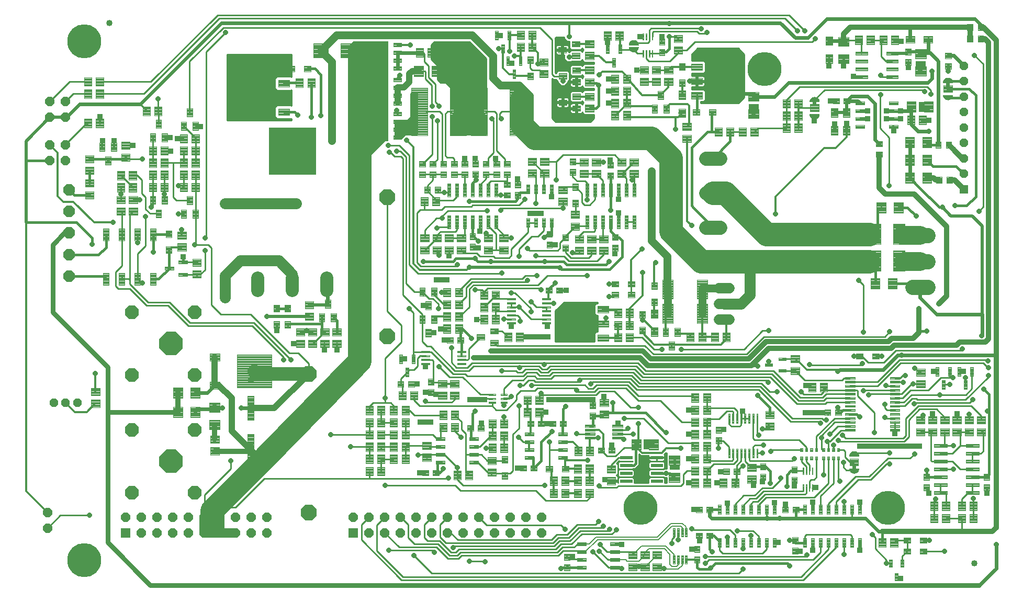
<source format=gtl>
G75*
%MOIN*%
%OFA0B0*%
%FSLAX25Y25*%
%IPPOS*%
%LPD*%
%AMOC8*
5,1,8,0,0,1.08239X$1,22.5*
%
%ADD10C,0.00378*%
%ADD11C,0.00394*%
%ADD12C,0.00409*%
%ADD13C,0.08850*%
%ADD14C,0.00405*%
%ADD15C,0.00375*%
%ADD16C,0.00402*%
%ADD17C,0.06600*%
%ADD18C,0.00425*%
%ADD19C,0.00400*%
%ADD20C,0.00432*%
%ADD21OC8,0.07087*%
%ADD22C,0.00399*%
%ADD23C,0.00400*%
%ADD24C,0.00396*%
%ADD25C,0.00408*%
%ADD26OC8,0.08600*%
%ADD27OC8,0.15000*%
%ADD28C,0.00433*%
%ADD29C,0.00406*%
%ADD30OC8,0.05906*%
%ADD31C,0.00100*%
%ADD32C,0.00404*%
%ADD33C,0.08250*%
%ADD34C,0.00300*%
%ADD35OC8,0.05315*%
%ADD36OC8,0.05400*%
%ADD37OC8,0.10000*%
%ADD38R,0.05906X0.05906*%
%ADD39R,0.05315X0.05315*%
%ADD40C,0.09693*%
%ADD41C,0.04000*%
%ADD42C,0.00374*%
%ADD43C,0.00387*%
%ADD44C,0.00413*%
%ADD45C,0.00339*%
%ADD46C,0.03000*%
%ADD47C,0.03200*%
%ADD48C,0.02400*%
%ADD49OC8,0.03175*%
%ADD50C,0.01600*%
%ADD51C,0.02000*%
%ADD52C,0.01000*%
%ADD53C,0.01200*%
%ADD54R,0.03175X0.03175*%
%ADD55C,0.15000*%
%ADD56C,0.05000*%
%ADD57C,0.06000*%
%ADD58C,0.04000*%
%ADD59R,0.03569X0.03569*%
%ADD60OC8,0.03569*%
%ADD61C,0.07000*%
%ADD62C,0.03175*%
%ADD63C,0.00800*%
%ADD64C,0.21654*%
%ADD65C,0.08600*%
%ADD66C,0.12000*%
%ADD67C,0.10000*%
%ADD68OC8,0.04000*%
D10*
X0188056Y0180890D02*
X0188056Y0186810D01*
X0194764Y0186810D01*
X0194764Y0180890D01*
X0188056Y0180890D01*
X0188056Y0181267D02*
X0194764Y0181267D01*
X0194764Y0181644D02*
X0188056Y0181644D01*
X0188056Y0182021D02*
X0194764Y0182021D01*
X0194764Y0182398D02*
X0188056Y0182398D01*
X0188056Y0182775D02*
X0194764Y0182775D01*
X0194764Y0183152D02*
X0188056Y0183152D01*
X0188056Y0183529D02*
X0194764Y0183529D01*
X0194764Y0183906D02*
X0188056Y0183906D01*
X0188056Y0184283D02*
X0194764Y0184283D01*
X0194764Y0184660D02*
X0188056Y0184660D01*
X0188056Y0185037D02*
X0194764Y0185037D01*
X0194764Y0185414D02*
X0188056Y0185414D01*
X0188056Y0185791D02*
X0194764Y0185791D01*
X0194764Y0186168D02*
X0188056Y0186168D01*
X0188056Y0186545D02*
X0194764Y0186545D01*
X0188056Y0191914D02*
X0188056Y0197834D01*
X0194764Y0197834D01*
X0194764Y0191914D01*
X0188056Y0191914D01*
X0188056Y0192291D02*
X0194764Y0192291D01*
X0194764Y0192668D02*
X0188056Y0192668D01*
X0188056Y0193045D02*
X0194764Y0193045D01*
X0194764Y0193422D02*
X0188056Y0193422D01*
X0188056Y0193799D02*
X0194764Y0193799D01*
X0194764Y0194176D02*
X0188056Y0194176D01*
X0188056Y0194553D02*
X0194764Y0194553D01*
X0194764Y0194930D02*
X0188056Y0194930D01*
X0188056Y0195307D02*
X0194764Y0195307D01*
X0194764Y0195684D02*
X0188056Y0195684D01*
X0188056Y0196061D02*
X0194764Y0196061D01*
X0194764Y0196438D02*
X0188056Y0196438D01*
X0188056Y0196815D02*
X0194764Y0196815D01*
X0194764Y0197192D02*
X0188056Y0197192D01*
X0188056Y0197569D02*
X0194764Y0197569D01*
X0181882Y0195466D02*
X0175962Y0195466D01*
X0181882Y0195466D02*
X0181882Y0188758D01*
X0175962Y0188758D01*
X0175962Y0195466D01*
X0175962Y0189135D02*
X0181882Y0189135D01*
X0181882Y0189512D02*
X0175962Y0189512D01*
X0175962Y0189889D02*
X0181882Y0189889D01*
X0181882Y0190266D02*
X0175962Y0190266D01*
X0175962Y0190643D02*
X0181882Y0190643D01*
X0181882Y0191020D02*
X0175962Y0191020D01*
X0175962Y0191397D02*
X0181882Y0191397D01*
X0181882Y0191774D02*
X0175962Y0191774D01*
X0175962Y0192151D02*
X0181882Y0192151D01*
X0181882Y0192528D02*
X0175962Y0192528D01*
X0175962Y0192905D02*
X0181882Y0192905D01*
X0181882Y0193282D02*
X0175962Y0193282D01*
X0175962Y0193659D02*
X0181882Y0193659D01*
X0181882Y0194036D02*
X0175962Y0194036D01*
X0175962Y0194413D02*
X0181882Y0194413D01*
X0181882Y0194790D02*
X0175962Y0194790D01*
X0175962Y0195167D02*
X0181882Y0195167D01*
X0181882Y0201008D02*
X0175962Y0201008D01*
X0175962Y0207716D01*
X0181882Y0207716D01*
X0181882Y0201008D01*
X0181882Y0201385D02*
X0175962Y0201385D01*
X0175962Y0201762D02*
X0181882Y0201762D01*
X0181882Y0202139D02*
X0175962Y0202139D01*
X0175962Y0202516D02*
X0181882Y0202516D01*
X0181882Y0202893D02*
X0175962Y0202893D01*
X0175962Y0203270D02*
X0181882Y0203270D01*
X0181882Y0203647D02*
X0175962Y0203647D01*
X0175962Y0204024D02*
X0181882Y0204024D01*
X0181882Y0204401D02*
X0175962Y0204401D01*
X0175962Y0204778D02*
X0181882Y0204778D01*
X0181882Y0205155D02*
X0175962Y0205155D01*
X0175962Y0205532D02*
X0181882Y0205532D01*
X0181882Y0205909D02*
X0175962Y0205909D01*
X0175962Y0206286D02*
X0181882Y0206286D01*
X0181882Y0206663D02*
X0175962Y0206663D01*
X0175962Y0207040D02*
X0181882Y0207040D01*
X0181882Y0207417D02*
X0175962Y0207417D01*
X0170858Y0201008D02*
X0164938Y0201008D01*
X0164938Y0207716D01*
X0170858Y0207716D01*
X0170858Y0201008D01*
X0170858Y0201385D02*
X0164938Y0201385D01*
X0164938Y0201762D02*
X0170858Y0201762D01*
X0170858Y0202139D02*
X0164938Y0202139D01*
X0164938Y0202516D02*
X0170858Y0202516D01*
X0170858Y0202893D02*
X0164938Y0202893D01*
X0164938Y0203270D02*
X0170858Y0203270D01*
X0170858Y0203647D02*
X0164938Y0203647D01*
X0164938Y0204024D02*
X0170858Y0204024D01*
X0170858Y0204401D02*
X0164938Y0204401D01*
X0164938Y0204778D02*
X0170858Y0204778D01*
X0170858Y0205155D02*
X0164938Y0205155D01*
X0164938Y0205532D02*
X0170858Y0205532D01*
X0170858Y0205909D02*
X0164938Y0205909D01*
X0164938Y0206286D02*
X0170858Y0206286D01*
X0170858Y0206663D02*
X0164938Y0206663D01*
X0164938Y0207040D02*
X0170858Y0207040D01*
X0170858Y0207417D02*
X0164938Y0207417D01*
X0164938Y0195466D02*
X0170858Y0195466D01*
X0170858Y0188758D01*
X0164938Y0188758D01*
X0164938Y0195466D01*
X0164938Y0189135D02*
X0170858Y0189135D01*
X0170858Y0189512D02*
X0164938Y0189512D01*
X0164938Y0189889D02*
X0170858Y0189889D01*
X0170858Y0190266D02*
X0164938Y0190266D01*
X0164938Y0190643D02*
X0170858Y0190643D01*
X0170858Y0191020D02*
X0164938Y0191020D01*
X0164938Y0191397D02*
X0170858Y0191397D01*
X0170858Y0191774D02*
X0164938Y0191774D01*
X0164938Y0192151D02*
X0170858Y0192151D01*
X0170858Y0192528D02*
X0164938Y0192528D01*
X0164938Y0192905D02*
X0170858Y0192905D01*
X0170858Y0193282D02*
X0164938Y0193282D01*
X0164938Y0193659D02*
X0170858Y0193659D01*
X0170858Y0194036D02*
X0164938Y0194036D01*
X0164938Y0194413D02*
X0170858Y0194413D01*
X0170858Y0194790D02*
X0164938Y0194790D01*
X0164938Y0195167D02*
X0170858Y0195167D01*
X0456938Y0168008D02*
X0462858Y0168008D01*
X0456938Y0168008D02*
X0456938Y0174716D01*
X0462858Y0174716D01*
X0462858Y0168008D01*
X0462858Y0168385D02*
X0456938Y0168385D01*
X0456938Y0168762D02*
X0462858Y0168762D01*
X0462858Y0169139D02*
X0456938Y0169139D01*
X0456938Y0169516D02*
X0462858Y0169516D01*
X0462858Y0169893D02*
X0456938Y0169893D01*
X0456938Y0170270D02*
X0462858Y0170270D01*
X0462858Y0170647D02*
X0456938Y0170647D01*
X0456938Y0171024D02*
X0462858Y0171024D01*
X0462858Y0171401D02*
X0456938Y0171401D01*
X0456938Y0171778D02*
X0462858Y0171778D01*
X0462858Y0172155D02*
X0456938Y0172155D01*
X0456938Y0172532D02*
X0462858Y0172532D01*
X0462858Y0172909D02*
X0456938Y0172909D01*
X0456938Y0173286D02*
X0462858Y0173286D01*
X0462858Y0173663D02*
X0456938Y0173663D01*
X0456938Y0174040D02*
X0462858Y0174040D01*
X0462858Y0174417D02*
X0456938Y0174417D01*
X0467962Y0168008D02*
X0473882Y0168008D01*
X0467962Y0168008D02*
X0467962Y0174716D01*
X0473882Y0174716D01*
X0473882Y0168008D01*
X0473882Y0168385D02*
X0467962Y0168385D01*
X0467962Y0168762D02*
X0473882Y0168762D01*
X0473882Y0169139D02*
X0467962Y0169139D01*
X0467962Y0169516D02*
X0473882Y0169516D01*
X0473882Y0169893D02*
X0467962Y0169893D01*
X0467962Y0170270D02*
X0473882Y0170270D01*
X0473882Y0170647D02*
X0467962Y0170647D01*
X0467962Y0171024D02*
X0473882Y0171024D01*
X0473882Y0171401D02*
X0467962Y0171401D01*
X0467962Y0171778D02*
X0473882Y0171778D01*
X0473882Y0172155D02*
X0467962Y0172155D01*
X0467962Y0172532D02*
X0473882Y0172532D01*
X0473882Y0172909D02*
X0467962Y0172909D01*
X0467962Y0173286D02*
X0473882Y0173286D01*
X0473882Y0173663D02*
X0467962Y0173663D01*
X0467962Y0174040D02*
X0473882Y0174040D01*
X0473882Y0174417D02*
X0467962Y0174417D01*
X0487514Y0164334D02*
X0487514Y0158414D01*
X0480806Y0158414D01*
X0480806Y0164334D01*
X0487514Y0164334D01*
X0487514Y0158791D02*
X0480806Y0158791D01*
X0480806Y0159168D02*
X0487514Y0159168D01*
X0487514Y0159545D02*
X0480806Y0159545D01*
X0480806Y0159922D02*
X0487514Y0159922D01*
X0487514Y0160299D02*
X0480806Y0160299D01*
X0480806Y0160676D02*
X0487514Y0160676D01*
X0487514Y0161053D02*
X0480806Y0161053D01*
X0480806Y0161430D02*
X0487514Y0161430D01*
X0487514Y0161807D02*
X0480806Y0161807D01*
X0480806Y0162184D02*
X0487514Y0162184D01*
X0487514Y0162561D02*
X0480806Y0162561D01*
X0480806Y0162938D02*
X0487514Y0162938D01*
X0487514Y0163315D02*
X0480806Y0163315D01*
X0480806Y0163692D02*
X0487514Y0163692D01*
X0487514Y0164069D02*
X0480806Y0164069D01*
X0487514Y0153310D02*
X0487514Y0147390D01*
X0480806Y0147390D01*
X0480806Y0153310D01*
X0487514Y0153310D01*
X0487514Y0147767D02*
X0480806Y0147767D01*
X0480806Y0148144D02*
X0487514Y0148144D01*
X0487514Y0148521D02*
X0480806Y0148521D01*
X0480806Y0148898D02*
X0487514Y0148898D01*
X0487514Y0149275D02*
X0480806Y0149275D01*
X0480806Y0149652D02*
X0487514Y0149652D01*
X0487514Y0150029D02*
X0480806Y0150029D01*
X0480806Y0150406D02*
X0487514Y0150406D01*
X0487514Y0150783D02*
X0480806Y0150783D01*
X0480806Y0151160D02*
X0487514Y0151160D01*
X0487514Y0151537D02*
X0480806Y0151537D01*
X0480806Y0151914D02*
X0487514Y0151914D01*
X0487514Y0152291D02*
X0480806Y0152291D01*
X0480806Y0152668D02*
X0487514Y0152668D01*
X0487514Y0153045D02*
X0480806Y0153045D01*
X0469237Y0240390D02*
X0469237Y0245918D01*
X0473583Y0245918D01*
X0473583Y0240390D01*
X0469237Y0240390D01*
X0469237Y0240767D02*
X0473583Y0240767D01*
X0473583Y0241144D02*
X0469237Y0241144D01*
X0469237Y0241521D02*
X0473583Y0241521D01*
X0473583Y0241898D02*
X0469237Y0241898D01*
X0469237Y0242275D02*
X0473583Y0242275D01*
X0473583Y0242652D02*
X0469237Y0242652D01*
X0469237Y0243029D02*
X0473583Y0243029D01*
X0473583Y0243406D02*
X0469237Y0243406D01*
X0469237Y0243783D02*
X0473583Y0243783D01*
X0473583Y0244160D02*
X0469237Y0244160D01*
X0469237Y0244537D02*
X0473583Y0244537D01*
X0473583Y0244914D02*
X0469237Y0244914D01*
X0469237Y0245291D02*
X0473583Y0245291D01*
X0473583Y0245668D02*
X0469237Y0245668D01*
X0469237Y0251807D02*
X0469237Y0257335D01*
X0473583Y0257335D01*
X0473583Y0251807D01*
X0469237Y0251807D01*
X0469237Y0252184D02*
X0473583Y0252184D01*
X0473583Y0252561D02*
X0469237Y0252561D01*
X0469237Y0252938D02*
X0473583Y0252938D01*
X0473583Y0253315D02*
X0469237Y0253315D01*
X0469237Y0253692D02*
X0473583Y0253692D01*
X0473583Y0254069D02*
X0469237Y0254069D01*
X0469237Y0254446D02*
X0473583Y0254446D01*
X0473583Y0254823D02*
X0469237Y0254823D01*
X0469237Y0255200D02*
X0473583Y0255200D01*
X0473583Y0255577D02*
X0469237Y0255577D01*
X0469237Y0255954D02*
X0473583Y0255954D01*
X0473583Y0256331D02*
X0469237Y0256331D01*
X0469237Y0256708D02*
X0473583Y0256708D01*
X0473583Y0257085D02*
X0469237Y0257085D01*
X0609188Y0270508D02*
X0615108Y0270508D01*
X0609188Y0270508D02*
X0609188Y0277216D01*
X0615108Y0277216D01*
X0615108Y0270508D01*
X0615108Y0270885D02*
X0609188Y0270885D01*
X0609188Y0271262D02*
X0615108Y0271262D01*
X0615108Y0271639D02*
X0609188Y0271639D01*
X0609188Y0272016D02*
X0615108Y0272016D01*
X0615108Y0272393D02*
X0609188Y0272393D01*
X0609188Y0272770D02*
X0615108Y0272770D01*
X0615108Y0273147D02*
X0609188Y0273147D01*
X0609188Y0273524D02*
X0615108Y0273524D01*
X0615108Y0273901D02*
X0609188Y0273901D01*
X0609188Y0274278D02*
X0615108Y0274278D01*
X0615108Y0274655D02*
X0609188Y0274655D01*
X0609188Y0275032D02*
X0615108Y0275032D01*
X0615108Y0275409D02*
X0609188Y0275409D01*
X0609188Y0275786D02*
X0615108Y0275786D01*
X0615108Y0276163D02*
X0609188Y0276163D01*
X0609188Y0276540D02*
X0615108Y0276540D01*
X0615108Y0276917D02*
X0609188Y0276917D01*
X0620212Y0270508D02*
X0626132Y0270508D01*
X0620212Y0270508D02*
X0620212Y0277216D01*
X0626132Y0277216D01*
X0626132Y0270508D01*
X0626132Y0270885D02*
X0620212Y0270885D01*
X0620212Y0271262D02*
X0626132Y0271262D01*
X0626132Y0271639D02*
X0620212Y0271639D01*
X0620212Y0272016D02*
X0626132Y0272016D01*
X0626132Y0272393D02*
X0620212Y0272393D01*
X0620212Y0272770D02*
X0626132Y0272770D01*
X0626132Y0273147D02*
X0620212Y0273147D01*
X0620212Y0273524D02*
X0626132Y0273524D01*
X0626132Y0273901D02*
X0620212Y0273901D01*
X0620212Y0274278D02*
X0626132Y0274278D01*
X0626132Y0274655D02*
X0620212Y0274655D01*
X0620212Y0275032D02*
X0626132Y0275032D01*
X0626132Y0275409D02*
X0620212Y0275409D01*
X0620212Y0275786D02*
X0626132Y0275786D01*
X0626132Y0276163D02*
X0620212Y0276163D01*
X0620212Y0276540D02*
X0626132Y0276540D01*
X0626132Y0276917D02*
X0620212Y0276917D01*
X0618858Y0319008D02*
X0612938Y0319008D01*
X0612938Y0325716D01*
X0618858Y0325716D01*
X0618858Y0319008D01*
X0618858Y0319385D02*
X0612938Y0319385D01*
X0612938Y0319762D02*
X0618858Y0319762D01*
X0618858Y0320139D02*
X0612938Y0320139D01*
X0612938Y0320516D02*
X0618858Y0320516D01*
X0618858Y0320893D02*
X0612938Y0320893D01*
X0612938Y0321270D02*
X0618858Y0321270D01*
X0618858Y0321647D02*
X0612938Y0321647D01*
X0612938Y0322024D02*
X0618858Y0322024D01*
X0618858Y0322401D02*
X0612938Y0322401D01*
X0612938Y0322778D02*
X0618858Y0322778D01*
X0618858Y0323155D02*
X0612938Y0323155D01*
X0612938Y0323532D02*
X0618858Y0323532D01*
X0618858Y0323909D02*
X0612938Y0323909D01*
X0612938Y0324286D02*
X0618858Y0324286D01*
X0618858Y0324663D02*
X0612938Y0324663D01*
X0612938Y0325040D02*
X0618858Y0325040D01*
X0618858Y0325417D02*
X0612938Y0325417D01*
X0623962Y0319008D02*
X0629882Y0319008D01*
X0623962Y0319008D02*
X0623962Y0325716D01*
X0629882Y0325716D01*
X0629882Y0319008D01*
X0629882Y0319385D02*
X0623962Y0319385D01*
X0623962Y0319762D02*
X0629882Y0319762D01*
X0629882Y0320139D02*
X0623962Y0320139D01*
X0623962Y0320516D02*
X0629882Y0320516D01*
X0629882Y0320893D02*
X0623962Y0320893D01*
X0623962Y0321270D02*
X0629882Y0321270D01*
X0629882Y0321647D02*
X0623962Y0321647D01*
X0623962Y0322024D02*
X0629882Y0322024D01*
X0629882Y0322401D02*
X0623962Y0322401D01*
X0623962Y0322778D02*
X0629882Y0322778D01*
X0629882Y0323155D02*
X0623962Y0323155D01*
X0623962Y0323532D02*
X0629882Y0323532D01*
X0629882Y0323909D02*
X0623962Y0323909D01*
X0623962Y0324286D02*
X0629882Y0324286D01*
X0629882Y0324663D02*
X0623962Y0324663D01*
X0623962Y0325040D02*
X0629882Y0325040D01*
X0629882Y0325417D02*
X0623962Y0325417D01*
X0631188Y0344716D02*
X0637108Y0344716D01*
X0637108Y0338008D01*
X0631188Y0338008D01*
X0631188Y0344716D01*
X0631188Y0338385D02*
X0637108Y0338385D01*
X0637108Y0338762D02*
X0631188Y0338762D01*
X0631188Y0339139D02*
X0637108Y0339139D01*
X0637108Y0339516D02*
X0631188Y0339516D01*
X0631188Y0339893D02*
X0637108Y0339893D01*
X0637108Y0340270D02*
X0631188Y0340270D01*
X0631188Y0340647D02*
X0637108Y0340647D01*
X0637108Y0341024D02*
X0631188Y0341024D01*
X0631188Y0341401D02*
X0637108Y0341401D01*
X0637108Y0341778D02*
X0631188Y0341778D01*
X0631188Y0342155D02*
X0637108Y0342155D01*
X0637108Y0342532D02*
X0631188Y0342532D01*
X0631188Y0342909D02*
X0637108Y0342909D01*
X0637108Y0343286D02*
X0631188Y0343286D01*
X0631188Y0343663D02*
X0637108Y0343663D01*
X0637108Y0344040D02*
X0631188Y0344040D01*
X0631188Y0344417D02*
X0637108Y0344417D01*
X0642212Y0344716D02*
X0648132Y0344716D01*
X0648132Y0338008D01*
X0642212Y0338008D01*
X0642212Y0344716D01*
X0642212Y0338385D02*
X0648132Y0338385D01*
X0648132Y0338762D02*
X0642212Y0338762D01*
X0642212Y0339139D02*
X0648132Y0339139D01*
X0648132Y0339516D02*
X0642212Y0339516D01*
X0642212Y0339893D02*
X0648132Y0339893D01*
X0648132Y0340270D02*
X0642212Y0340270D01*
X0642212Y0340647D02*
X0648132Y0340647D01*
X0648132Y0341024D02*
X0642212Y0341024D01*
X0642212Y0341401D02*
X0648132Y0341401D01*
X0648132Y0341778D02*
X0642212Y0341778D01*
X0642212Y0342155D02*
X0648132Y0342155D01*
X0648132Y0342532D02*
X0642212Y0342532D01*
X0642212Y0342909D02*
X0648132Y0342909D01*
X0648132Y0343286D02*
X0642212Y0343286D01*
X0642212Y0343663D02*
X0648132Y0343663D01*
X0648132Y0344040D02*
X0642212Y0344040D01*
X0642212Y0344417D02*
X0648132Y0344417D01*
X0648132Y0355966D02*
X0642212Y0355966D01*
X0648132Y0355966D02*
X0648132Y0349258D01*
X0642212Y0349258D01*
X0642212Y0355966D01*
X0642212Y0349635D02*
X0648132Y0349635D01*
X0648132Y0350012D02*
X0642212Y0350012D01*
X0642212Y0350389D02*
X0648132Y0350389D01*
X0648132Y0350766D02*
X0642212Y0350766D01*
X0642212Y0351143D02*
X0648132Y0351143D01*
X0648132Y0351520D02*
X0642212Y0351520D01*
X0642212Y0351897D02*
X0648132Y0351897D01*
X0648132Y0352274D02*
X0642212Y0352274D01*
X0642212Y0352651D02*
X0648132Y0352651D01*
X0648132Y0353028D02*
X0642212Y0353028D01*
X0642212Y0353405D02*
X0648132Y0353405D01*
X0648132Y0353782D02*
X0642212Y0353782D01*
X0642212Y0354159D02*
X0648132Y0354159D01*
X0648132Y0354536D02*
X0642212Y0354536D01*
X0642212Y0354913D02*
X0648132Y0354913D01*
X0648132Y0355290D02*
X0642212Y0355290D01*
X0642212Y0355667D02*
X0648132Y0355667D01*
X0648132Y0367216D02*
X0642212Y0367216D01*
X0648132Y0367216D02*
X0648132Y0360508D01*
X0642212Y0360508D01*
X0642212Y0367216D01*
X0642212Y0360885D02*
X0648132Y0360885D01*
X0648132Y0361262D02*
X0642212Y0361262D01*
X0642212Y0361639D02*
X0648132Y0361639D01*
X0648132Y0362016D02*
X0642212Y0362016D01*
X0642212Y0362393D02*
X0648132Y0362393D01*
X0648132Y0362770D02*
X0642212Y0362770D01*
X0642212Y0363147D02*
X0648132Y0363147D01*
X0648132Y0363524D02*
X0642212Y0363524D01*
X0642212Y0363901D02*
X0648132Y0363901D01*
X0648132Y0364278D02*
X0642212Y0364278D01*
X0642212Y0364655D02*
X0648132Y0364655D01*
X0648132Y0365032D02*
X0642212Y0365032D01*
X0642212Y0365409D02*
X0648132Y0365409D01*
X0648132Y0365786D02*
X0642212Y0365786D01*
X0642212Y0366163D02*
X0648132Y0366163D01*
X0648132Y0366540D02*
X0642212Y0366540D01*
X0642212Y0366917D02*
X0648132Y0366917D01*
X0637108Y0367216D02*
X0631188Y0367216D01*
X0637108Y0367216D02*
X0637108Y0360508D01*
X0631188Y0360508D01*
X0631188Y0367216D01*
X0631188Y0360885D02*
X0637108Y0360885D01*
X0637108Y0361262D02*
X0631188Y0361262D01*
X0631188Y0361639D02*
X0637108Y0361639D01*
X0637108Y0362016D02*
X0631188Y0362016D01*
X0631188Y0362393D02*
X0637108Y0362393D01*
X0637108Y0362770D02*
X0631188Y0362770D01*
X0631188Y0363147D02*
X0637108Y0363147D01*
X0637108Y0363524D02*
X0631188Y0363524D01*
X0631188Y0363901D02*
X0637108Y0363901D01*
X0637108Y0364278D02*
X0631188Y0364278D01*
X0631188Y0364655D02*
X0637108Y0364655D01*
X0637108Y0365032D02*
X0631188Y0365032D01*
X0631188Y0365409D02*
X0637108Y0365409D01*
X0637108Y0365786D02*
X0631188Y0365786D01*
X0631188Y0366163D02*
X0637108Y0366163D01*
X0637108Y0366540D02*
X0631188Y0366540D01*
X0631188Y0366917D02*
X0637108Y0366917D01*
X0637108Y0355966D02*
X0631188Y0355966D01*
X0637108Y0355966D02*
X0637108Y0349258D01*
X0631188Y0349258D01*
X0631188Y0355966D01*
X0631188Y0349635D02*
X0637108Y0349635D01*
X0637108Y0350012D02*
X0631188Y0350012D01*
X0631188Y0350389D02*
X0637108Y0350389D01*
X0637108Y0350766D02*
X0631188Y0350766D01*
X0631188Y0351143D02*
X0637108Y0351143D01*
X0637108Y0351520D02*
X0631188Y0351520D01*
X0631188Y0351897D02*
X0637108Y0351897D01*
X0637108Y0352274D02*
X0631188Y0352274D01*
X0631188Y0352651D02*
X0637108Y0352651D01*
X0637108Y0353028D02*
X0631188Y0353028D01*
X0631188Y0353405D02*
X0637108Y0353405D01*
X0637108Y0353782D02*
X0631188Y0353782D01*
X0631188Y0354159D02*
X0637108Y0354159D01*
X0637108Y0354536D02*
X0631188Y0354536D01*
X0631188Y0354913D02*
X0637108Y0354913D01*
X0637108Y0355290D02*
X0631188Y0355290D01*
X0631188Y0355667D02*
X0637108Y0355667D01*
X0638108Y0389966D02*
X0632188Y0389966D01*
X0638108Y0389966D02*
X0638108Y0383258D01*
X0632188Y0383258D01*
X0632188Y0389966D01*
X0632188Y0383635D02*
X0638108Y0383635D01*
X0638108Y0384012D02*
X0632188Y0384012D01*
X0632188Y0384389D02*
X0638108Y0384389D01*
X0638108Y0384766D02*
X0632188Y0384766D01*
X0632188Y0385143D02*
X0638108Y0385143D01*
X0638108Y0385520D02*
X0632188Y0385520D01*
X0632188Y0385897D02*
X0638108Y0385897D01*
X0638108Y0386274D02*
X0632188Y0386274D01*
X0632188Y0386651D02*
X0638108Y0386651D01*
X0638108Y0387028D02*
X0632188Y0387028D01*
X0632188Y0387405D02*
X0638108Y0387405D01*
X0638108Y0387782D02*
X0632188Y0387782D01*
X0632188Y0388159D02*
X0638108Y0388159D01*
X0638108Y0388536D02*
X0632188Y0388536D01*
X0632188Y0388913D02*
X0638108Y0388913D01*
X0638108Y0389290D02*
X0632188Y0389290D01*
X0632188Y0389667D02*
X0638108Y0389667D01*
X0643212Y0389966D02*
X0649132Y0389966D01*
X0649132Y0383258D01*
X0643212Y0383258D01*
X0643212Y0389966D01*
X0643212Y0383635D02*
X0649132Y0383635D01*
X0649132Y0384012D02*
X0643212Y0384012D01*
X0643212Y0384389D02*
X0649132Y0384389D01*
X0649132Y0384766D02*
X0643212Y0384766D01*
X0643212Y0385143D02*
X0649132Y0385143D01*
X0649132Y0385520D02*
X0643212Y0385520D01*
X0643212Y0385897D02*
X0649132Y0385897D01*
X0649132Y0386274D02*
X0643212Y0386274D01*
X0643212Y0386651D02*
X0649132Y0386651D01*
X0649132Y0387028D02*
X0643212Y0387028D01*
X0643212Y0387405D02*
X0649132Y0387405D01*
X0649132Y0387782D02*
X0643212Y0387782D01*
X0643212Y0388159D02*
X0649132Y0388159D01*
X0649132Y0388536D02*
X0643212Y0388536D01*
X0643212Y0388913D02*
X0649132Y0388913D01*
X0649132Y0389290D02*
X0643212Y0389290D01*
X0643212Y0389667D02*
X0649132Y0389667D01*
X0637806Y0406390D02*
X0637806Y0412310D01*
X0644514Y0412310D01*
X0644514Y0406390D01*
X0637806Y0406390D01*
X0637806Y0406767D02*
X0644514Y0406767D01*
X0644514Y0407144D02*
X0637806Y0407144D01*
X0637806Y0407521D02*
X0644514Y0407521D01*
X0644514Y0407898D02*
X0637806Y0407898D01*
X0637806Y0408275D02*
X0644514Y0408275D01*
X0644514Y0408652D02*
X0637806Y0408652D01*
X0637806Y0409029D02*
X0644514Y0409029D01*
X0644514Y0409406D02*
X0637806Y0409406D01*
X0637806Y0409783D02*
X0644514Y0409783D01*
X0644514Y0410160D02*
X0637806Y0410160D01*
X0637806Y0410537D02*
X0644514Y0410537D01*
X0644514Y0410914D02*
X0637806Y0410914D01*
X0637806Y0411291D02*
X0644514Y0411291D01*
X0644514Y0411668D02*
X0637806Y0411668D01*
X0637806Y0412045D02*
X0644514Y0412045D01*
X0637806Y0417414D02*
X0637806Y0423334D01*
X0644514Y0423334D01*
X0644514Y0417414D01*
X0637806Y0417414D01*
X0637806Y0417791D02*
X0644514Y0417791D01*
X0644514Y0418168D02*
X0637806Y0418168D01*
X0637806Y0418545D02*
X0644514Y0418545D01*
X0644514Y0418922D02*
X0637806Y0418922D01*
X0637806Y0419299D02*
X0644514Y0419299D01*
X0644514Y0419676D02*
X0637806Y0419676D01*
X0637806Y0420053D02*
X0644514Y0420053D01*
X0644514Y0420430D02*
X0637806Y0420430D01*
X0637806Y0420807D02*
X0644514Y0420807D01*
X0644514Y0421184D02*
X0637806Y0421184D01*
X0637806Y0421561D02*
X0644514Y0421561D01*
X0644514Y0421938D02*
X0637806Y0421938D01*
X0637806Y0422315D02*
X0644514Y0422315D01*
X0644514Y0422692D02*
X0637806Y0422692D01*
X0637806Y0423069D02*
X0644514Y0423069D01*
X0643105Y0431785D02*
X0648633Y0431785D01*
X0648633Y0427439D01*
X0643105Y0427439D01*
X0643105Y0431785D01*
X0643105Y0427816D02*
X0648633Y0427816D01*
X0648633Y0428193D02*
X0643105Y0428193D01*
X0643105Y0428570D02*
X0648633Y0428570D01*
X0648633Y0428947D02*
X0643105Y0428947D01*
X0643105Y0429324D02*
X0648633Y0429324D01*
X0648633Y0429701D02*
X0643105Y0429701D01*
X0643105Y0430078D02*
X0648633Y0430078D01*
X0648633Y0430455D02*
X0643105Y0430455D01*
X0643105Y0430832D02*
X0648633Y0430832D01*
X0648633Y0431209D02*
X0643105Y0431209D01*
X0643105Y0431586D02*
X0648633Y0431586D01*
X0637215Y0431785D02*
X0631687Y0431785D01*
X0637215Y0431785D02*
X0637215Y0427439D01*
X0631687Y0427439D01*
X0631687Y0431785D01*
X0631687Y0427816D02*
X0637215Y0427816D01*
X0637215Y0428193D02*
X0631687Y0428193D01*
X0631687Y0428570D02*
X0637215Y0428570D01*
X0637215Y0428947D02*
X0631687Y0428947D01*
X0631687Y0429324D02*
X0637215Y0429324D01*
X0637215Y0429701D02*
X0631687Y0429701D01*
X0631687Y0430078D02*
X0637215Y0430078D01*
X0637215Y0430455D02*
X0631687Y0430455D01*
X0631687Y0430832D02*
X0637215Y0430832D01*
X0637215Y0431209D02*
X0631687Y0431209D01*
X0631687Y0431586D02*
X0637215Y0431586D01*
X0588556Y0431084D02*
X0588556Y0425164D01*
X0588556Y0431084D02*
X0595264Y0431084D01*
X0595264Y0425164D01*
X0588556Y0425164D01*
X0588556Y0425541D02*
X0595264Y0425541D01*
X0595264Y0425918D02*
X0588556Y0425918D01*
X0588556Y0426295D02*
X0595264Y0426295D01*
X0595264Y0426672D02*
X0588556Y0426672D01*
X0588556Y0427049D02*
X0595264Y0427049D01*
X0595264Y0427426D02*
X0588556Y0427426D01*
X0588556Y0427803D02*
X0595264Y0427803D01*
X0595264Y0428180D02*
X0588556Y0428180D01*
X0588556Y0428557D02*
X0595264Y0428557D01*
X0595264Y0428934D02*
X0588556Y0428934D01*
X0588556Y0429311D02*
X0595264Y0429311D01*
X0595264Y0429688D02*
X0588556Y0429688D01*
X0588556Y0430065D02*
X0595264Y0430065D01*
X0595264Y0430442D02*
X0588556Y0430442D01*
X0588556Y0430819D02*
X0595264Y0430819D01*
X0580487Y0431335D02*
X0580487Y0425807D01*
X0580487Y0431335D02*
X0584833Y0431335D01*
X0584833Y0425807D01*
X0580487Y0425807D01*
X0580487Y0426184D02*
X0584833Y0426184D01*
X0584833Y0426561D02*
X0580487Y0426561D01*
X0580487Y0426938D02*
X0584833Y0426938D01*
X0584833Y0427315D02*
X0580487Y0427315D01*
X0580487Y0427692D02*
X0584833Y0427692D01*
X0584833Y0428069D02*
X0580487Y0428069D01*
X0580487Y0428446D02*
X0584833Y0428446D01*
X0584833Y0428823D02*
X0580487Y0428823D01*
X0580487Y0429200D02*
X0584833Y0429200D01*
X0584833Y0429577D02*
X0580487Y0429577D01*
X0580487Y0429954D02*
X0584833Y0429954D01*
X0584833Y0430331D02*
X0580487Y0430331D01*
X0580487Y0430708D02*
X0584833Y0430708D01*
X0584833Y0431085D02*
X0580487Y0431085D01*
X0580487Y0419918D02*
X0580487Y0414390D01*
X0580487Y0419918D02*
X0584833Y0419918D01*
X0584833Y0414390D01*
X0580487Y0414390D01*
X0580487Y0414767D02*
X0584833Y0414767D01*
X0584833Y0415144D02*
X0580487Y0415144D01*
X0580487Y0415521D02*
X0584833Y0415521D01*
X0584833Y0415898D02*
X0580487Y0415898D01*
X0580487Y0416275D02*
X0584833Y0416275D01*
X0584833Y0416652D02*
X0580487Y0416652D01*
X0580487Y0417029D02*
X0584833Y0417029D01*
X0584833Y0417406D02*
X0580487Y0417406D01*
X0580487Y0417783D02*
X0584833Y0417783D01*
X0584833Y0418160D02*
X0580487Y0418160D01*
X0580487Y0418537D02*
X0584833Y0418537D01*
X0584833Y0418914D02*
X0580487Y0418914D01*
X0580487Y0419291D02*
X0584833Y0419291D01*
X0584833Y0419668D02*
X0580487Y0419668D01*
X0588556Y0420060D02*
X0588556Y0414140D01*
X0588556Y0420060D02*
X0595264Y0420060D01*
X0595264Y0414140D01*
X0588556Y0414140D01*
X0588556Y0414517D02*
X0595264Y0414517D01*
X0595264Y0414894D02*
X0588556Y0414894D01*
X0588556Y0415271D02*
X0595264Y0415271D01*
X0595264Y0415648D02*
X0588556Y0415648D01*
X0588556Y0416025D02*
X0595264Y0416025D01*
X0595264Y0416402D02*
X0588556Y0416402D01*
X0588556Y0416779D02*
X0595264Y0416779D01*
X0595264Y0417156D02*
X0588556Y0417156D01*
X0588556Y0417533D02*
X0595264Y0417533D01*
X0595264Y0417910D02*
X0588556Y0417910D01*
X0588556Y0418287D02*
X0595264Y0418287D01*
X0595264Y0418664D02*
X0588556Y0418664D01*
X0588556Y0419041D02*
X0595264Y0419041D01*
X0595264Y0419418D02*
X0588556Y0419418D01*
X0588556Y0419795D02*
X0595264Y0419795D01*
X0591737Y0385585D02*
X0591737Y0380057D01*
X0591737Y0385585D02*
X0596083Y0385585D01*
X0596083Y0380057D01*
X0591737Y0380057D01*
X0591737Y0380434D02*
X0596083Y0380434D01*
X0596083Y0380811D02*
X0591737Y0380811D01*
X0591737Y0381188D02*
X0596083Y0381188D01*
X0596083Y0381565D02*
X0591737Y0381565D01*
X0591737Y0381942D02*
X0596083Y0381942D01*
X0596083Y0382319D02*
X0591737Y0382319D01*
X0591737Y0382696D02*
X0596083Y0382696D01*
X0596083Y0383073D02*
X0591737Y0383073D01*
X0591737Y0383450D02*
X0596083Y0383450D01*
X0596083Y0383827D02*
X0591737Y0383827D01*
X0591737Y0384204D02*
X0596083Y0384204D01*
X0596083Y0384581D02*
X0591737Y0384581D01*
X0591737Y0384958D02*
X0596083Y0384958D01*
X0596083Y0385335D02*
X0591737Y0385335D01*
X0588333Y0385585D02*
X0588333Y0380057D01*
X0583987Y0380057D01*
X0583987Y0385585D01*
X0588333Y0385585D01*
X0588333Y0380434D02*
X0583987Y0380434D01*
X0583987Y0380811D02*
X0588333Y0380811D01*
X0588333Y0381188D02*
X0583987Y0381188D01*
X0583987Y0381565D02*
X0588333Y0381565D01*
X0588333Y0381942D02*
X0583987Y0381942D01*
X0583987Y0382319D02*
X0588333Y0382319D01*
X0588333Y0382696D02*
X0583987Y0382696D01*
X0583987Y0383073D02*
X0588333Y0383073D01*
X0588333Y0383450D02*
X0583987Y0383450D01*
X0583987Y0383827D02*
X0588333Y0383827D01*
X0588333Y0384204D02*
X0583987Y0384204D01*
X0583987Y0384581D02*
X0588333Y0384581D01*
X0588333Y0384958D02*
X0583987Y0384958D01*
X0583987Y0385335D02*
X0588333Y0385335D01*
X0588333Y0374168D02*
X0588333Y0368640D01*
X0583987Y0368640D01*
X0583987Y0374168D01*
X0588333Y0374168D01*
X0588333Y0369017D02*
X0583987Y0369017D01*
X0583987Y0369394D02*
X0588333Y0369394D01*
X0588333Y0369771D02*
X0583987Y0369771D01*
X0583987Y0370148D02*
X0588333Y0370148D01*
X0588333Y0370525D02*
X0583987Y0370525D01*
X0583987Y0370902D02*
X0588333Y0370902D01*
X0588333Y0371279D02*
X0583987Y0371279D01*
X0583987Y0371656D02*
X0588333Y0371656D01*
X0588333Y0372033D02*
X0583987Y0372033D01*
X0583987Y0372410D02*
X0588333Y0372410D01*
X0588333Y0372787D02*
X0583987Y0372787D01*
X0583987Y0373164D02*
X0588333Y0373164D01*
X0588333Y0373541D02*
X0583987Y0373541D01*
X0583987Y0373918D02*
X0588333Y0373918D01*
X0591737Y0374168D02*
X0591737Y0368640D01*
X0591737Y0374168D02*
X0596083Y0374168D01*
X0596083Y0368640D01*
X0591737Y0368640D01*
X0591737Y0369017D02*
X0596083Y0369017D01*
X0596083Y0369394D02*
X0591737Y0369394D01*
X0591737Y0369771D02*
X0596083Y0369771D01*
X0596083Y0370148D02*
X0591737Y0370148D01*
X0591737Y0370525D02*
X0596083Y0370525D01*
X0596083Y0370902D02*
X0591737Y0370902D01*
X0591737Y0371279D02*
X0596083Y0371279D01*
X0596083Y0371656D02*
X0591737Y0371656D01*
X0591737Y0372033D02*
X0596083Y0372033D01*
X0596083Y0372410D02*
X0591737Y0372410D01*
X0591737Y0372787D02*
X0596083Y0372787D01*
X0596083Y0373164D02*
X0591737Y0373164D01*
X0591737Y0373541D02*
X0596083Y0373541D01*
X0596083Y0373918D02*
X0591737Y0373918D01*
X0531306Y0379140D02*
X0531306Y0385060D01*
X0538014Y0385060D01*
X0538014Y0379140D01*
X0531306Y0379140D01*
X0531306Y0379517D02*
X0538014Y0379517D01*
X0538014Y0379894D02*
X0531306Y0379894D01*
X0531306Y0380271D02*
X0538014Y0380271D01*
X0538014Y0380648D02*
X0531306Y0380648D01*
X0531306Y0381025D02*
X0538014Y0381025D01*
X0538014Y0381402D02*
X0531306Y0381402D01*
X0531306Y0381779D02*
X0538014Y0381779D01*
X0538014Y0382156D02*
X0531306Y0382156D01*
X0531306Y0382533D02*
X0538014Y0382533D01*
X0538014Y0382910D02*
X0531306Y0382910D01*
X0531306Y0383287D02*
X0538014Y0383287D01*
X0538014Y0383664D02*
X0531306Y0383664D01*
X0531306Y0384041D02*
X0538014Y0384041D01*
X0538014Y0384418D02*
X0531306Y0384418D01*
X0531306Y0384795D02*
X0538014Y0384795D01*
X0531306Y0390164D02*
X0531306Y0396084D01*
X0538014Y0396084D01*
X0538014Y0390164D01*
X0531306Y0390164D01*
X0531306Y0390541D02*
X0538014Y0390541D01*
X0538014Y0390918D02*
X0531306Y0390918D01*
X0531306Y0391295D02*
X0538014Y0391295D01*
X0538014Y0391672D02*
X0531306Y0391672D01*
X0531306Y0392049D02*
X0538014Y0392049D01*
X0538014Y0392426D02*
X0531306Y0392426D01*
X0531306Y0392803D02*
X0538014Y0392803D01*
X0538014Y0393180D02*
X0531306Y0393180D01*
X0531306Y0393557D02*
X0538014Y0393557D01*
X0538014Y0393934D02*
X0531306Y0393934D01*
X0531306Y0394311D02*
X0538014Y0394311D01*
X0538014Y0394688D02*
X0531306Y0394688D01*
X0531306Y0395065D02*
X0538014Y0395065D01*
X0538014Y0395442D02*
X0531306Y0395442D01*
X0531306Y0395819D02*
X0538014Y0395819D01*
X0486987Y0396835D02*
X0486987Y0391307D01*
X0486987Y0396835D02*
X0491333Y0396835D01*
X0491333Y0391307D01*
X0486987Y0391307D01*
X0486987Y0391684D02*
X0491333Y0391684D01*
X0491333Y0392061D02*
X0486987Y0392061D01*
X0486987Y0392438D02*
X0491333Y0392438D01*
X0491333Y0392815D02*
X0486987Y0392815D01*
X0486987Y0393192D02*
X0491333Y0393192D01*
X0491333Y0393569D02*
X0486987Y0393569D01*
X0486987Y0393946D02*
X0491333Y0393946D01*
X0491333Y0394323D02*
X0486987Y0394323D01*
X0486987Y0394700D02*
X0491333Y0394700D01*
X0491333Y0395077D02*
X0486987Y0395077D01*
X0486987Y0395454D02*
X0491333Y0395454D01*
X0491333Y0395831D02*
X0486987Y0395831D01*
X0486987Y0396208D02*
X0491333Y0396208D01*
X0491333Y0396585D02*
X0486987Y0396585D01*
X0486987Y0385418D02*
X0486987Y0379890D01*
X0486987Y0385418D02*
X0491333Y0385418D01*
X0491333Y0379890D01*
X0486987Y0379890D01*
X0486987Y0380267D02*
X0491333Y0380267D01*
X0491333Y0380644D02*
X0486987Y0380644D01*
X0486987Y0381021D02*
X0491333Y0381021D01*
X0491333Y0381398D02*
X0486987Y0381398D01*
X0486987Y0381775D02*
X0491333Y0381775D01*
X0491333Y0382152D02*
X0486987Y0382152D01*
X0486987Y0382529D02*
X0491333Y0382529D01*
X0491333Y0382906D02*
X0486987Y0382906D01*
X0486987Y0383283D02*
X0491333Y0383283D01*
X0491333Y0383660D02*
X0486987Y0383660D01*
X0486987Y0384037D02*
X0491333Y0384037D01*
X0491333Y0384414D02*
X0486987Y0384414D01*
X0486987Y0384791D02*
X0491333Y0384791D01*
X0491333Y0385168D02*
X0486987Y0385168D01*
X0335469Y0412722D02*
X0329549Y0412722D01*
X0335469Y0412722D02*
X0335469Y0406002D01*
X0329549Y0406002D01*
X0329549Y0412722D01*
X0329549Y0406379D02*
X0335469Y0406379D01*
X0335469Y0406756D02*
X0329549Y0406756D01*
X0329549Y0407133D02*
X0335469Y0407133D01*
X0335469Y0407510D02*
X0329549Y0407510D01*
X0329549Y0407887D02*
X0335469Y0407887D01*
X0335469Y0408264D02*
X0329549Y0408264D01*
X0329549Y0408641D02*
X0335469Y0408641D01*
X0335469Y0409018D02*
X0329549Y0409018D01*
X0329549Y0409395D02*
X0335469Y0409395D01*
X0335469Y0409772D02*
X0329549Y0409772D01*
X0329549Y0410149D02*
X0335469Y0410149D01*
X0335469Y0410526D02*
X0329549Y0410526D01*
X0329549Y0410903D02*
X0335469Y0410903D01*
X0335469Y0411280D02*
X0329549Y0411280D01*
X0329549Y0411657D02*
X0335469Y0411657D01*
X0335469Y0412034D02*
X0329549Y0412034D01*
X0329549Y0412411D02*
X0335469Y0412411D01*
X0324272Y0412722D02*
X0318352Y0412722D01*
X0324272Y0412722D02*
X0324272Y0406002D01*
X0318352Y0406002D01*
X0318352Y0412722D01*
X0318352Y0406379D02*
X0324272Y0406379D01*
X0324272Y0406756D02*
X0318352Y0406756D01*
X0318352Y0407133D02*
X0324272Y0407133D01*
X0324272Y0407510D02*
X0318352Y0407510D01*
X0318352Y0407887D02*
X0324272Y0407887D01*
X0324272Y0408264D02*
X0318352Y0408264D01*
X0318352Y0408641D02*
X0324272Y0408641D01*
X0324272Y0409018D02*
X0318352Y0409018D01*
X0318352Y0409395D02*
X0324272Y0409395D01*
X0324272Y0409772D02*
X0318352Y0409772D01*
X0318352Y0410149D02*
X0324272Y0410149D01*
X0324272Y0410526D02*
X0318352Y0410526D01*
X0318352Y0410903D02*
X0324272Y0410903D01*
X0324272Y0411280D02*
X0318352Y0411280D01*
X0318352Y0411657D02*
X0324272Y0411657D01*
X0324272Y0412034D02*
X0318352Y0412034D01*
X0318352Y0412411D02*
X0324272Y0412411D01*
X0280857Y0417827D02*
X0271787Y0417827D01*
X0271787Y0426897D01*
X0280857Y0426897D01*
X0280857Y0417827D01*
X0280857Y0418204D02*
X0271787Y0418204D01*
X0271787Y0418581D02*
X0280857Y0418581D01*
X0280857Y0418958D02*
X0271787Y0418958D01*
X0271787Y0419335D02*
X0280857Y0419335D01*
X0280857Y0419712D02*
X0271787Y0419712D01*
X0271787Y0420089D02*
X0280857Y0420089D01*
X0280857Y0420466D02*
X0271787Y0420466D01*
X0271787Y0420843D02*
X0280857Y0420843D01*
X0280857Y0421220D02*
X0271787Y0421220D01*
X0271787Y0421597D02*
X0280857Y0421597D01*
X0280857Y0421974D02*
X0271787Y0421974D01*
X0271787Y0422351D02*
X0280857Y0422351D01*
X0280857Y0422728D02*
X0271787Y0422728D01*
X0271787Y0423105D02*
X0280857Y0423105D01*
X0280857Y0423482D02*
X0271787Y0423482D01*
X0271787Y0423859D02*
X0280857Y0423859D01*
X0280857Y0424236D02*
X0271787Y0424236D01*
X0271787Y0424613D02*
X0280857Y0424613D01*
X0280857Y0424990D02*
X0271787Y0424990D01*
X0271787Y0425367D02*
X0280857Y0425367D01*
X0280857Y0425744D02*
X0271787Y0425744D01*
X0271787Y0426121D02*
X0280857Y0426121D01*
X0280857Y0426498D02*
X0271787Y0426498D01*
X0271787Y0426875D02*
X0280857Y0426875D01*
X0263534Y0417827D02*
X0254464Y0417827D01*
X0254464Y0426897D01*
X0263534Y0426897D01*
X0263534Y0417827D01*
X0263534Y0418204D02*
X0254464Y0418204D01*
X0254464Y0418581D02*
X0263534Y0418581D01*
X0263534Y0418958D02*
X0254464Y0418958D01*
X0254464Y0419335D02*
X0263534Y0419335D01*
X0263534Y0419712D02*
X0254464Y0419712D01*
X0254464Y0420089D02*
X0263534Y0420089D01*
X0263534Y0420466D02*
X0254464Y0420466D01*
X0254464Y0420843D02*
X0263534Y0420843D01*
X0263534Y0421220D02*
X0254464Y0421220D01*
X0254464Y0421597D02*
X0263534Y0421597D01*
X0263534Y0421974D02*
X0254464Y0421974D01*
X0254464Y0422351D02*
X0263534Y0422351D01*
X0263534Y0422728D02*
X0254464Y0422728D01*
X0254464Y0423105D02*
X0263534Y0423105D01*
X0263534Y0423482D02*
X0254464Y0423482D01*
X0254464Y0423859D02*
X0263534Y0423859D01*
X0263534Y0424236D02*
X0254464Y0424236D01*
X0254464Y0424613D02*
X0263534Y0424613D01*
X0263534Y0424990D02*
X0254464Y0424990D01*
X0254464Y0425367D02*
X0263534Y0425367D01*
X0263534Y0425744D02*
X0254464Y0425744D01*
X0254464Y0426121D02*
X0263534Y0426121D01*
X0263534Y0426498D02*
X0254464Y0426498D01*
X0254464Y0426875D02*
X0263534Y0426875D01*
D11*
X0252693Y0409091D02*
X0248363Y0409091D01*
X0248363Y0412633D01*
X0252693Y0412633D01*
X0252693Y0409091D01*
X0252693Y0409484D02*
X0248363Y0409484D01*
X0248363Y0409877D02*
X0252693Y0409877D01*
X0252693Y0410270D02*
X0248363Y0410270D01*
X0248363Y0410663D02*
X0252693Y0410663D01*
X0252693Y0411056D02*
X0248363Y0411056D01*
X0248363Y0411449D02*
X0252693Y0411449D01*
X0252693Y0411842D02*
X0248363Y0411842D01*
X0248363Y0412235D02*
X0252693Y0412235D01*
X0252693Y0412628D02*
X0248363Y0412628D01*
X0242457Y0409091D02*
X0238127Y0409091D01*
X0238127Y0412633D01*
X0242457Y0412633D01*
X0242457Y0409091D01*
X0242457Y0409484D02*
X0238127Y0409484D01*
X0238127Y0409877D02*
X0242457Y0409877D01*
X0242457Y0410270D02*
X0238127Y0410270D01*
X0238127Y0410663D02*
X0242457Y0410663D01*
X0242457Y0411056D02*
X0238127Y0411056D01*
X0238127Y0411449D02*
X0242457Y0411449D01*
X0242457Y0411842D02*
X0238127Y0411842D01*
X0238127Y0412235D02*
X0242457Y0412235D01*
X0242457Y0412628D02*
X0238127Y0412628D01*
X0177181Y0380384D02*
X0173639Y0380384D01*
X0173639Y0385502D01*
X0177181Y0385502D01*
X0177181Y0380384D01*
X0177181Y0380777D02*
X0173639Y0380777D01*
X0173639Y0381170D02*
X0177181Y0381170D01*
X0177181Y0381563D02*
X0173639Y0381563D01*
X0173639Y0381956D02*
X0177181Y0381956D01*
X0177181Y0382349D02*
X0173639Y0382349D01*
X0173639Y0382742D02*
X0177181Y0382742D01*
X0177181Y0383135D02*
X0173639Y0383135D01*
X0173639Y0383528D02*
X0177181Y0383528D01*
X0177181Y0383921D02*
X0173639Y0383921D01*
X0173639Y0384314D02*
X0177181Y0384314D01*
X0177181Y0384707D02*
X0173639Y0384707D01*
X0173639Y0385100D02*
X0177181Y0385100D01*
X0177181Y0385493D02*
X0173639Y0385493D01*
X0173441Y0371722D02*
X0169899Y0371722D01*
X0169899Y0376840D01*
X0173441Y0376840D01*
X0173441Y0371722D01*
X0173441Y0372115D02*
X0169899Y0372115D01*
X0169899Y0372508D02*
X0173441Y0372508D01*
X0173441Y0372901D02*
X0169899Y0372901D01*
X0169899Y0373294D02*
X0173441Y0373294D01*
X0173441Y0373687D02*
X0169899Y0373687D01*
X0169899Y0374080D02*
X0173441Y0374080D01*
X0173441Y0374473D02*
X0169899Y0374473D01*
X0169899Y0374866D02*
X0173441Y0374866D01*
X0173441Y0375259D02*
X0169899Y0375259D01*
X0169899Y0375652D02*
X0173441Y0375652D01*
X0173441Y0376045D02*
X0169899Y0376045D01*
X0169899Y0376438D02*
X0173441Y0376438D01*
X0173441Y0376831D02*
X0169899Y0376831D01*
X0177379Y0371722D02*
X0180921Y0371722D01*
X0177379Y0371722D02*
X0177379Y0376840D01*
X0180921Y0376840D01*
X0180921Y0371722D01*
X0180921Y0372115D02*
X0177379Y0372115D01*
X0177379Y0372508D02*
X0180921Y0372508D01*
X0180921Y0372901D02*
X0177379Y0372901D01*
X0177379Y0373294D02*
X0180921Y0373294D01*
X0180921Y0373687D02*
X0177379Y0373687D01*
X0177379Y0374080D02*
X0180921Y0374080D01*
X0180921Y0374473D02*
X0177379Y0374473D01*
X0177379Y0374866D02*
X0180921Y0374866D01*
X0180921Y0375259D02*
X0177379Y0375259D01*
X0177379Y0375652D02*
X0180921Y0375652D01*
X0180921Y0376045D02*
X0177379Y0376045D01*
X0177379Y0376438D02*
X0180921Y0376438D01*
X0180921Y0376831D02*
X0177379Y0376831D01*
X0161171Y0364472D02*
X0157629Y0364472D01*
X0157629Y0369590D01*
X0161171Y0369590D01*
X0161171Y0364472D01*
X0161171Y0364865D02*
X0157629Y0364865D01*
X0157629Y0365258D02*
X0161171Y0365258D01*
X0161171Y0365651D02*
X0157629Y0365651D01*
X0157629Y0366044D02*
X0161171Y0366044D01*
X0161171Y0366437D02*
X0157629Y0366437D01*
X0157629Y0366830D02*
X0161171Y0366830D01*
X0161171Y0367223D02*
X0157629Y0367223D01*
X0157629Y0367616D02*
X0161171Y0367616D01*
X0161171Y0368009D02*
X0157629Y0368009D01*
X0157629Y0368402D02*
X0161171Y0368402D01*
X0161171Y0368795D02*
X0157629Y0368795D01*
X0157629Y0369188D02*
X0161171Y0369188D01*
X0161171Y0369581D02*
X0157629Y0369581D01*
X0153691Y0364472D02*
X0150149Y0364472D01*
X0150149Y0369590D01*
X0153691Y0369590D01*
X0153691Y0364472D01*
X0153691Y0364865D02*
X0150149Y0364865D01*
X0150149Y0365258D02*
X0153691Y0365258D01*
X0153691Y0365651D02*
X0150149Y0365651D01*
X0150149Y0366044D02*
X0153691Y0366044D01*
X0153691Y0366437D02*
X0150149Y0366437D01*
X0150149Y0366830D02*
X0153691Y0366830D01*
X0153691Y0367223D02*
X0150149Y0367223D01*
X0150149Y0367616D02*
X0153691Y0367616D01*
X0153691Y0368009D02*
X0150149Y0368009D01*
X0150149Y0368402D02*
X0153691Y0368402D01*
X0153691Y0368795D02*
X0150149Y0368795D01*
X0150149Y0369188D02*
X0153691Y0369188D01*
X0153691Y0369581D02*
X0150149Y0369581D01*
X0153889Y0373134D02*
X0157431Y0373134D01*
X0153889Y0373134D02*
X0153889Y0378252D01*
X0157431Y0378252D01*
X0157431Y0373134D01*
X0157431Y0373527D02*
X0153889Y0373527D01*
X0153889Y0373920D02*
X0157431Y0373920D01*
X0157431Y0374313D02*
X0153889Y0374313D01*
X0153889Y0374706D02*
X0157431Y0374706D01*
X0157431Y0375099D02*
X0153889Y0375099D01*
X0153889Y0375492D02*
X0157431Y0375492D01*
X0157431Y0375885D02*
X0153889Y0375885D01*
X0153889Y0376278D02*
X0157431Y0376278D01*
X0157431Y0376671D02*
X0153889Y0376671D01*
X0153889Y0377064D02*
X0157431Y0377064D01*
X0157431Y0377457D02*
X0153889Y0377457D01*
X0153889Y0377850D02*
X0157431Y0377850D01*
X0157431Y0378243D02*
X0153889Y0378243D01*
X0128921Y0363502D02*
X0125379Y0363502D01*
X0128921Y0363502D02*
X0128921Y0358384D01*
X0125379Y0358384D01*
X0125379Y0363502D01*
X0125379Y0358777D02*
X0128921Y0358777D01*
X0128921Y0359170D02*
X0125379Y0359170D01*
X0125379Y0359563D02*
X0128921Y0359563D01*
X0128921Y0359956D02*
X0125379Y0359956D01*
X0125379Y0360349D02*
X0128921Y0360349D01*
X0128921Y0360742D02*
X0125379Y0360742D01*
X0125379Y0361135D02*
X0128921Y0361135D01*
X0128921Y0361528D02*
X0125379Y0361528D01*
X0125379Y0361921D02*
X0128921Y0361921D01*
X0128921Y0362314D02*
X0125379Y0362314D01*
X0125379Y0362707D02*
X0128921Y0362707D01*
X0128921Y0363100D02*
X0125379Y0363100D01*
X0125379Y0363493D02*
X0128921Y0363493D01*
X0121441Y0363502D02*
X0117899Y0363502D01*
X0121441Y0363502D02*
X0121441Y0358384D01*
X0117899Y0358384D01*
X0117899Y0363502D01*
X0117899Y0358777D02*
X0121441Y0358777D01*
X0121441Y0359170D02*
X0117899Y0359170D01*
X0117899Y0359563D02*
X0121441Y0359563D01*
X0121441Y0359956D02*
X0117899Y0359956D01*
X0117899Y0360349D02*
X0121441Y0360349D01*
X0121441Y0360742D02*
X0117899Y0360742D01*
X0117899Y0361135D02*
X0121441Y0361135D01*
X0121441Y0361528D02*
X0117899Y0361528D01*
X0117899Y0361921D02*
X0121441Y0361921D01*
X0121441Y0362314D02*
X0117899Y0362314D01*
X0117899Y0362707D02*
X0121441Y0362707D01*
X0121441Y0363100D02*
X0117899Y0363100D01*
X0117899Y0363493D02*
X0121441Y0363493D01*
X0121639Y0354840D02*
X0125181Y0354840D01*
X0125181Y0349722D01*
X0121639Y0349722D01*
X0121639Y0354840D01*
X0121639Y0350115D02*
X0125181Y0350115D01*
X0125181Y0350508D02*
X0121639Y0350508D01*
X0121639Y0350901D02*
X0125181Y0350901D01*
X0125181Y0351294D02*
X0121639Y0351294D01*
X0121639Y0351687D02*
X0125181Y0351687D01*
X0125181Y0352080D02*
X0121639Y0352080D01*
X0121639Y0352473D02*
X0125181Y0352473D01*
X0125181Y0352866D02*
X0121639Y0352866D01*
X0121639Y0353259D02*
X0125181Y0353259D01*
X0125181Y0353652D02*
X0121639Y0353652D01*
X0121639Y0354045D02*
X0125181Y0354045D01*
X0125181Y0354438D02*
X0121639Y0354438D01*
X0121639Y0354831D02*
X0125181Y0354831D01*
X0150149Y0329752D02*
X0153691Y0329752D01*
X0153691Y0324634D01*
X0150149Y0324634D01*
X0150149Y0329752D01*
X0150149Y0325027D02*
X0153691Y0325027D01*
X0153691Y0325420D02*
X0150149Y0325420D01*
X0150149Y0325813D02*
X0153691Y0325813D01*
X0153691Y0326206D02*
X0150149Y0326206D01*
X0150149Y0326599D02*
X0153691Y0326599D01*
X0153691Y0326992D02*
X0150149Y0326992D01*
X0150149Y0327385D02*
X0153691Y0327385D01*
X0153691Y0327778D02*
X0150149Y0327778D01*
X0150149Y0328171D02*
X0153691Y0328171D01*
X0153691Y0328564D02*
X0150149Y0328564D01*
X0150149Y0328957D02*
X0153691Y0328957D01*
X0153691Y0329350D02*
X0150149Y0329350D01*
X0150149Y0329743D02*
X0153691Y0329743D01*
X0157629Y0329752D02*
X0161171Y0329752D01*
X0161171Y0324634D01*
X0157629Y0324634D01*
X0157629Y0329752D01*
X0157629Y0325027D02*
X0161171Y0325027D01*
X0161171Y0325420D02*
X0157629Y0325420D01*
X0157629Y0325813D02*
X0161171Y0325813D01*
X0161171Y0326206D02*
X0157629Y0326206D01*
X0157629Y0326599D02*
X0161171Y0326599D01*
X0161171Y0326992D02*
X0157629Y0326992D01*
X0157629Y0327385D02*
X0161171Y0327385D01*
X0161171Y0327778D02*
X0157629Y0327778D01*
X0157629Y0328171D02*
X0161171Y0328171D01*
X0161171Y0328564D02*
X0157629Y0328564D01*
X0157629Y0328957D02*
X0161171Y0328957D01*
X0161171Y0329350D02*
X0157629Y0329350D01*
X0157629Y0329743D02*
X0161171Y0329743D01*
X0157431Y0321090D02*
X0153889Y0321090D01*
X0157431Y0321090D02*
X0157431Y0315972D01*
X0153889Y0315972D01*
X0153889Y0321090D01*
X0153889Y0316365D02*
X0157431Y0316365D01*
X0157431Y0316758D02*
X0153889Y0316758D01*
X0153889Y0317151D02*
X0157431Y0317151D01*
X0157431Y0317544D02*
X0153889Y0317544D01*
X0153889Y0317937D02*
X0157431Y0317937D01*
X0157431Y0318330D02*
X0153889Y0318330D01*
X0153889Y0318723D02*
X0157431Y0318723D01*
X0157431Y0319116D02*
X0153889Y0319116D01*
X0153889Y0319509D02*
X0157431Y0319509D01*
X0157431Y0319902D02*
X0153889Y0319902D01*
X0153889Y0320295D02*
X0157431Y0320295D01*
X0157431Y0320688D02*
X0153889Y0320688D01*
X0153889Y0321081D02*
X0157431Y0321081D01*
X0169899Y0315722D02*
X0173441Y0315722D01*
X0169899Y0315722D02*
X0169899Y0320840D01*
X0173441Y0320840D01*
X0173441Y0315722D01*
X0173441Y0316115D02*
X0169899Y0316115D01*
X0169899Y0316508D02*
X0173441Y0316508D01*
X0173441Y0316901D02*
X0169899Y0316901D01*
X0169899Y0317294D02*
X0173441Y0317294D01*
X0173441Y0317687D02*
X0169899Y0317687D01*
X0169899Y0318080D02*
X0173441Y0318080D01*
X0173441Y0318473D02*
X0169899Y0318473D01*
X0169899Y0318866D02*
X0173441Y0318866D01*
X0173441Y0319259D02*
X0169899Y0319259D01*
X0169899Y0319652D02*
X0173441Y0319652D01*
X0173441Y0320045D02*
X0169899Y0320045D01*
X0169899Y0320438D02*
X0173441Y0320438D01*
X0173441Y0320831D02*
X0169899Y0320831D01*
X0173639Y0324384D02*
X0177181Y0324384D01*
X0173639Y0324384D02*
X0173639Y0329502D01*
X0177181Y0329502D01*
X0177181Y0324384D01*
X0177181Y0324777D02*
X0173639Y0324777D01*
X0173639Y0325170D02*
X0177181Y0325170D01*
X0177181Y0325563D02*
X0173639Y0325563D01*
X0173639Y0325956D02*
X0177181Y0325956D01*
X0177181Y0326349D02*
X0173639Y0326349D01*
X0173639Y0326742D02*
X0177181Y0326742D01*
X0177181Y0327135D02*
X0173639Y0327135D01*
X0173639Y0327528D02*
X0177181Y0327528D01*
X0177181Y0327921D02*
X0173639Y0327921D01*
X0173639Y0328314D02*
X0177181Y0328314D01*
X0177181Y0328707D02*
X0173639Y0328707D01*
X0173639Y0329100D02*
X0177181Y0329100D01*
X0177181Y0329493D02*
X0173639Y0329493D01*
X0177379Y0315722D02*
X0180921Y0315722D01*
X0177379Y0315722D02*
X0177379Y0320840D01*
X0180921Y0320840D01*
X0180921Y0315722D01*
X0180921Y0316115D02*
X0177379Y0316115D01*
X0177379Y0316508D02*
X0180921Y0316508D01*
X0180921Y0316901D02*
X0177379Y0316901D01*
X0177379Y0317294D02*
X0180921Y0317294D01*
X0180921Y0317687D02*
X0177379Y0317687D01*
X0177379Y0318080D02*
X0180921Y0318080D01*
X0180921Y0318473D02*
X0177379Y0318473D01*
X0177379Y0318866D02*
X0180921Y0318866D01*
X0180921Y0319259D02*
X0177379Y0319259D01*
X0177379Y0319652D02*
X0180921Y0319652D01*
X0180921Y0320045D02*
X0177379Y0320045D01*
X0177379Y0320438D02*
X0180921Y0320438D01*
X0180921Y0320831D02*
X0177379Y0320831D01*
X0160389Y0307765D02*
X0160389Y0303435D01*
X0160389Y0307765D02*
X0163931Y0307765D01*
X0163931Y0303435D01*
X0160389Y0303435D01*
X0160389Y0303828D02*
X0163931Y0303828D01*
X0163931Y0304221D02*
X0160389Y0304221D01*
X0160389Y0304614D02*
X0163931Y0304614D01*
X0163931Y0305007D02*
X0160389Y0305007D01*
X0160389Y0305400D02*
X0163931Y0305400D01*
X0163931Y0305793D02*
X0160389Y0305793D01*
X0160389Y0306186D02*
X0163931Y0306186D01*
X0163931Y0306579D02*
X0160389Y0306579D01*
X0160389Y0306972D02*
X0163931Y0306972D01*
X0163931Y0307365D02*
X0160389Y0307365D01*
X0160389Y0307758D02*
X0163931Y0307758D01*
X0153931Y0308896D02*
X0150389Y0308896D01*
X0153931Y0308896D02*
X0153931Y0301416D01*
X0150389Y0301416D01*
X0150389Y0308896D01*
X0150389Y0301809D02*
X0153931Y0301809D01*
X0153931Y0302202D02*
X0150389Y0302202D01*
X0150389Y0302595D02*
X0153931Y0302595D01*
X0153931Y0302988D02*
X0150389Y0302988D01*
X0150389Y0303381D02*
X0153931Y0303381D01*
X0153931Y0303774D02*
X0150389Y0303774D01*
X0150389Y0304167D02*
X0153931Y0304167D01*
X0153931Y0304560D02*
X0150389Y0304560D01*
X0150389Y0304953D02*
X0153931Y0304953D01*
X0153931Y0305346D02*
X0150389Y0305346D01*
X0150389Y0305739D02*
X0153931Y0305739D01*
X0153931Y0306132D02*
X0150389Y0306132D01*
X0150389Y0306525D02*
X0153931Y0306525D01*
X0153931Y0306918D02*
X0150389Y0306918D01*
X0150389Y0307311D02*
X0153931Y0307311D01*
X0153931Y0307704D02*
X0150389Y0307704D01*
X0150389Y0308097D02*
X0153931Y0308097D01*
X0153931Y0308490D02*
X0150389Y0308490D01*
X0150389Y0308883D02*
X0153931Y0308883D01*
X0143931Y0308896D02*
X0140389Y0308896D01*
X0143931Y0308896D02*
X0143931Y0301416D01*
X0140389Y0301416D01*
X0140389Y0308896D01*
X0140389Y0301809D02*
X0143931Y0301809D01*
X0143931Y0302202D02*
X0140389Y0302202D01*
X0140389Y0302595D02*
X0143931Y0302595D01*
X0143931Y0302988D02*
X0140389Y0302988D01*
X0140389Y0303381D02*
X0143931Y0303381D01*
X0143931Y0303774D02*
X0140389Y0303774D01*
X0140389Y0304167D02*
X0143931Y0304167D01*
X0143931Y0304560D02*
X0140389Y0304560D01*
X0140389Y0304953D02*
X0143931Y0304953D01*
X0143931Y0305346D02*
X0140389Y0305346D01*
X0140389Y0305739D02*
X0143931Y0305739D01*
X0143931Y0306132D02*
X0140389Y0306132D01*
X0140389Y0306525D02*
X0143931Y0306525D01*
X0143931Y0306918D02*
X0140389Y0306918D01*
X0140389Y0307311D02*
X0143931Y0307311D01*
X0143931Y0307704D02*
X0140389Y0307704D01*
X0140389Y0308097D02*
X0143931Y0308097D01*
X0143931Y0308490D02*
X0140389Y0308490D01*
X0140389Y0308883D02*
X0143931Y0308883D01*
X0133931Y0308896D02*
X0130389Y0308896D01*
X0133931Y0308896D02*
X0133931Y0301416D01*
X0130389Y0301416D01*
X0130389Y0308896D01*
X0130389Y0301809D02*
X0133931Y0301809D01*
X0133931Y0302202D02*
X0130389Y0302202D01*
X0130389Y0302595D02*
X0133931Y0302595D01*
X0133931Y0302988D02*
X0130389Y0302988D01*
X0130389Y0303381D02*
X0133931Y0303381D01*
X0133931Y0303774D02*
X0130389Y0303774D01*
X0130389Y0304167D02*
X0133931Y0304167D01*
X0133931Y0304560D02*
X0130389Y0304560D01*
X0130389Y0304953D02*
X0133931Y0304953D01*
X0133931Y0305346D02*
X0130389Y0305346D01*
X0130389Y0305739D02*
X0133931Y0305739D01*
X0133931Y0306132D02*
X0130389Y0306132D01*
X0130389Y0306525D02*
X0133931Y0306525D01*
X0133931Y0306918D02*
X0130389Y0306918D01*
X0130389Y0307311D02*
X0133931Y0307311D01*
X0133931Y0307704D02*
X0130389Y0307704D01*
X0130389Y0308097D02*
X0133931Y0308097D01*
X0133931Y0308490D02*
X0130389Y0308490D01*
X0130389Y0308883D02*
X0133931Y0308883D01*
X0123931Y0308896D02*
X0120389Y0308896D01*
X0123931Y0308896D02*
X0123931Y0301416D01*
X0120389Y0301416D01*
X0120389Y0308896D01*
X0120389Y0301809D02*
X0123931Y0301809D01*
X0123931Y0302202D02*
X0120389Y0302202D01*
X0120389Y0302595D02*
X0123931Y0302595D01*
X0123931Y0302988D02*
X0120389Y0302988D01*
X0120389Y0303381D02*
X0123931Y0303381D01*
X0123931Y0303774D02*
X0120389Y0303774D01*
X0120389Y0304167D02*
X0123931Y0304167D01*
X0123931Y0304560D02*
X0120389Y0304560D01*
X0120389Y0304953D02*
X0123931Y0304953D01*
X0123931Y0305346D02*
X0120389Y0305346D01*
X0120389Y0305739D02*
X0123931Y0305739D01*
X0123931Y0306132D02*
X0120389Y0306132D01*
X0120389Y0306525D02*
X0123931Y0306525D01*
X0123931Y0306918D02*
X0120389Y0306918D01*
X0120389Y0307311D02*
X0123931Y0307311D01*
X0123931Y0307704D02*
X0120389Y0307704D01*
X0120389Y0308097D02*
X0123931Y0308097D01*
X0123931Y0308490D02*
X0120389Y0308490D01*
X0120389Y0308883D02*
X0123931Y0308883D01*
X0160389Y0297529D02*
X0160389Y0293199D01*
X0160389Y0297529D02*
X0163931Y0297529D01*
X0163931Y0293199D01*
X0160389Y0293199D01*
X0160389Y0293592D02*
X0163931Y0293592D01*
X0163931Y0293985D02*
X0160389Y0293985D01*
X0160389Y0294378D02*
X0163931Y0294378D01*
X0163931Y0294771D02*
X0160389Y0294771D01*
X0160389Y0295164D02*
X0163931Y0295164D01*
X0163931Y0295557D02*
X0160389Y0295557D01*
X0160389Y0295950D02*
X0163931Y0295950D01*
X0163931Y0296343D02*
X0160389Y0296343D01*
X0160389Y0296736D02*
X0163931Y0296736D01*
X0163931Y0297129D02*
X0160389Y0297129D01*
X0160389Y0297522D02*
X0163931Y0297522D01*
X0153931Y0280549D02*
X0150389Y0280549D01*
X0153931Y0280549D02*
X0153931Y0273069D01*
X0150389Y0273069D01*
X0150389Y0280549D01*
X0150389Y0273462D02*
X0153931Y0273462D01*
X0153931Y0273855D02*
X0150389Y0273855D01*
X0150389Y0274248D02*
X0153931Y0274248D01*
X0153931Y0274641D02*
X0150389Y0274641D01*
X0150389Y0275034D02*
X0153931Y0275034D01*
X0153931Y0275427D02*
X0150389Y0275427D01*
X0150389Y0275820D02*
X0153931Y0275820D01*
X0153931Y0276213D02*
X0150389Y0276213D01*
X0150389Y0276606D02*
X0153931Y0276606D01*
X0153931Y0276999D02*
X0150389Y0276999D01*
X0150389Y0277392D02*
X0153931Y0277392D01*
X0153931Y0277785D02*
X0150389Y0277785D01*
X0150389Y0278178D02*
X0153931Y0278178D01*
X0153931Y0278571D02*
X0150389Y0278571D01*
X0150389Y0278964D02*
X0153931Y0278964D01*
X0153931Y0279357D02*
X0150389Y0279357D01*
X0150389Y0279750D02*
X0153931Y0279750D01*
X0153931Y0280143D02*
X0150389Y0280143D01*
X0150389Y0280536D02*
X0153931Y0280536D01*
X0143931Y0280549D02*
X0140389Y0280549D01*
X0143931Y0280549D02*
X0143931Y0273069D01*
X0140389Y0273069D01*
X0140389Y0280549D01*
X0140389Y0273462D02*
X0143931Y0273462D01*
X0143931Y0273855D02*
X0140389Y0273855D01*
X0140389Y0274248D02*
X0143931Y0274248D01*
X0143931Y0274641D02*
X0140389Y0274641D01*
X0140389Y0275034D02*
X0143931Y0275034D01*
X0143931Y0275427D02*
X0140389Y0275427D01*
X0140389Y0275820D02*
X0143931Y0275820D01*
X0143931Y0276213D02*
X0140389Y0276213D01*
X0140389Y0276606D02*
X0143931Y0276606D01*
X0143931Y0276999D02*
X0140389Y0276999D01*
X0140389Y0277392D02*
X0143931Y0277392D01*
X0143931Y0277785D02*
X0140389Y0277785D01*
X0140389Y0278178D02*
X0143931Y0278178D01*
X0143931Y0278571D02*
X0140389Y0278571D01*
X0140389Y0278964D02*
X0143931Y0278964D01*
X0143931Y0279357D02*
X0140389Y0279357D01*
X0140389Y0279750D02*
X0143931Y0279750D01*
X0143931Y0280143D02*
X0140389Y0280143D01*
X0140389Y0280536D02*
X0143931Y0280536D01*
X0133931Y0280549D02*
X0130389Y0280549D01*
X0133931Y0280549D02*
X0133931Y0273069D01*
X0130389Y0273069D01*
X0130389Y0280549D01*
X0130389Y0273462D02*
X0133931Y0273462D01*
X0133931Y0273855D02*
X0130389Y0273855D01*
X0130389Y0274248D02*
X0133931Y0274248D01*
X0133931Y0274641D02*
X0130389Y0274641D01*
X0130389Y0275034D02*
X0133931Y0275034D01*
X0133931Y0275427D02*
X0130389Y0275427D01*
X0130389Y0275820D02*
X0133931Y0275820D01*
X0133931Y0276213D02*
X0130389Y0276213D01*
X0130389Y0276606D02*
X0133931Y0276606D01*
X0133931Y0276999D02*
X0130389Y0276999D01*
X0130389Y0277392D02*
X0133931Y0277392D01*
X0133931Y0277785D02*
X0130389Y0277785D01*
X0130389Y0278178D02*
X0133931Y0278178D01*
X0133931Y0278571D02*
X0130389Y0278571D01*
X0130389Y0278964D02*
X0133931Y0278964D01*
X0133931Y0279357D02*
X0130389Y0279357D01*
X0130389Y0279750D02*
X0133931Y0279750D01*
X0133931Y0280143D02*
X0130389Y0280143D01*
X0130389Y0280536D02*
X0133931Y0280536D01*
X0123931Y0280549D02*
X0120389Y0280549D01*
X0123931Y0280549D02*
X0123931Y0273069D01*
X0120389Y0273069D01*
X0120389Y0280549D01*
X0120389Y0273462D02*
X0123931Y0273462D01*
X0123931Y0273855D02*
X0120389Y0273855D01*
X0120389Y0274248D02*
X0123931Y0274248D01*
X0123931Y0274641D02*
X0120389Y0274641D01*
X0120389Y0275034D02*
X0123931Y0275034D01*
X0123931Y0275427D02*
X0120389Y0275427D01*
X0120389Y0275820D02*
X0123931Y0275820D01*
X0123931Y0276213D02*
X0120389Y0276213D01*
X0120389Y0276606D02*
X0123931Y0276606D01*
X0123931Y0276999D02*
X0120389Y0276999D01*
X0120389Y0277392D02*
X0123931Y0277392D01*
X0123931Y0277785D02*
X0120389Y0277785D01*
X0120389Y0278178D02*
X0123931Y0278178D01*
X0123931Y0278571D02*
X0120389Y0278571D01*
X0120389Y0278964D02*
X0123931Y0278964D01*
X0123931Y0279357D02*
X0120389Y0279357D01*
X0120389Y0279750D02*
X0123931Y0279750D01*
X0123931Y0280143D02*
X0120389Y0280143D01*
X0120389Y0280536D02*
X0123931Y0280536D01*
X0232681Y0260145D02*
X0232681Y0255815D01*
X0229139Y0255815D01*
X0229139Y0260145D01*
X0232681Y0260145D01*
X0232681Y0256208D02*
X0229139Y0256208D01*
X0229139Y0256601D02*
X0232681Y0256601D01*
X0232681Y0256994D02*
X0229139Y0256994D01*
X0229139Y0257387D02*
X0232681Y0257387D01*
X0232681Y0257780D02*
X0229139Y0257780D01*
X0229139Y0258173D02*
X0232681Y0258173D01*
X0232681Y0258566D02*
X0229139Y0258566D01*
X0229139Y0258959D02*
X0232681Y0258959D01*
X0232681Y0259352D02*
X0229139Y0259352D01*
X0229139Y0259745D02*
X0232681Y0259745D01*
X0232681Y0260138D02*
X0229139Y0260138D01*
X0236139Y0260145D02*
X0236139Y0255815D01*
X0236139Y0260145D02*
X0239681Y0260145D01*
X0239681Y0255815D01*
X0236139Y0255815D01*
X0236139Y0256208D02*
X0239681Y0256208D01*
X0239681Y0256601D02*
X0236139Y0256601D01*
X0236139Y0256994D02*
X0239681Y0256994D01*
X0239681Y0257387D02*
X0236139Y0257387D01*
X0236139Y0257780D02*
X0239681Y0257780D01*
X0239681Y0258173D02*
X0236139Y0258173D01*
X0236139Y0258566D02*
X0239681Y0258566D01*
X0239681Y0258959D02*
X0236139Y0258959D01*
X0236139Y0259352D02*
X0239681Y0259352D01*
X0239681Y0259745D02*
X0236139Y0259745D01*
X0236139Y0260138D02*
X0239681Y0260138D01*
X0236139Y0249909D02*
X0236139Y0245579D01*
X0236139Y0249909D02*
X0239681Y0249909D01*
X0239681Y0245579D01*
X0236139Y0245579D01*
X0236139Y0245972D02*
X0239681Y0245972D01*
X0239681Y0246365D02*
X0236139Y0246365D01*
X0236139Y0246758D02*
X0239681Y0246758D01*
X0239681Y0247151D02*
X0236139Y0247151D01*
X0236139Y0247544D02*
X0239681Y0247544D01*
X0239681Y0247937D02*
X0236139Y0247937D01*
X0236139Y0248330D02*
X0239681Y0248330D01*
X0239681Y0248723D02*
X0236139Y0248723D01*
X0236139Y0249116D02*
X0239681Y0249116D01*
X0239681Y0249509D02*
X0236139Y0249509D01*
X0236139Y0249902D02*
X0239681Y0249902D01*
X0232681Y0249909D02*
X0232681Y0245579D01*
X0229139Y0245579D01*
X0229139Y0249909D01*
X0232681Y0249909D01*
X0232681Y0245972D02*
X0229139Y0245972D01*
X0229139Y0246365D02*
X0232681Y0246365D01*
X0232681Y0246758D02*
X0229139Y0246758D01*
X0229139Y0247151D02*
X0232681Y0247151D01*
X0232681Y0247544D02*
X0229139Y0247544D01*
X0229139Y0247937D02*
X0232681Y0247937D01*
X0232681Y0248330D02*
X0229139Y0248330D01*
X0229139Y0248723D02*
X0232681Y0248723D01*
X0232681Y0249116D02*
X0229139Y0249116D01*
X0229139Y0249509D02*
X0232681Y0249509D01*
X0232681Y0249902D02*
X0229139Y0249902D01*
X0257899Y0249722D02*
X0261441Y0249722D01*
X0257899Y0249722D02*
X0257899Y0254840D01*
X0261441Y0254840D01*
X0261441Y0249722D01*
X0261441Y0250115D02*
X0257899Y0250115D01*
X0257899Y0250508D02*
X0261441Y0250508D01*
X0261441Y0250901D02*
X0257899Y0250901D01*
X0257899Y0251294D02*
X0261441Y0251294D01*
X0261441Y0251687D02*
X0257899Y0251687D01*
X0257899Y0252080D02*
X0261441Y0252080D01*
X0261441Y0252473D02*
X0257899Y0252473D01*
X0257899Y0252866D02*
X0261441Y0252866D01*
X0261441Y0253259D02*
X0257899Y0253259D01*
X0257899Y0253652D02*
X0261441Y0253652D01*
X0261441Y0254045D02*
X0257899Y0254045D01*
X0257899Y0254438D02*
X0261441Y0254438D01*
X0261441Y0254831D02*
X0257899Y0254831D01*
X0261639Y0258384D02*
X0265181Y0258384D01*
X0261639Y0258384D02*
X0261639Y0263502D01*
X0265181Y0263502D01*
X0265181Y0258384D01*
X0265181Y0258777D02*
X0261639Y0258777D01*
X0261639Y0259170D02*
X0265181Y0259170D01*
X0265181Y0259563D02*
X0261639Y0259563D01*
X0261639Y0259956D02*
X0265181Y0259956D01*
X0265181Y0260349D02*
X0261639Y0260349D01*
X0261639Y0260742D02*
X0265181Y0260742D01*
X0265181Y0261135D02*
X0261639Y0261135D01*
X0261639Y0261528D02*
X0265181Y0261528D01*
X0265181Y0261921D02*
X0261639Y0261921D01*
X0261639Y0262314D02*
X0265181Y0262314D01*
X0265181Y0262707D02*
X0261639Y0262707D01*
X0261639Y0263100D02*
X0265181Y0263100D01*
X0265181Y0263493D02*
X0261639Y0263493D01*
X0265379Y0249722D02*
X0268921Y0249722D01*
X0265379Y0249722D02*
X0265379Y0254840D01*
X0268921Y0254840D01*
X0268921Y0249722D01*
X0268921Y0250115D02*
X0265379Y0250115D01*
X0265379Y0250508D02*
X0268921Y0250508D01*
X0268921Y0250901D02*
X0265379Y0250901D01*
X0265379Y0251294D02*
X0268921Y0251294D01*
X0268921Y0251687D02*
X0265379Y0251687D01*
X0265379Y0252080D02*
X0268921Y0252080D01*
X0268921Y0252473D02*
X0265379Y0252473D01*
X0265379Y0252866D02*
X0268921Y0252866D01*
X0268921Y0253259D02*
X0265379Y0253259D01*
X0265379Y0253652D02*
X0268921Y0253652D01*
X0268921Y0254045D02*
X0265379Y0254045D01*
X0265379Y0254438D02*
X0268921Y0254438D01*
X0268921Y0254831D02*
X0265379Y0254831D01*
X0321899Y0253752D02*
X0325441Y0253752D01*
X0325441Y0248634D01*
X0321899Y0248634D01*
X0321899Y0253752D01*
X0321899Y0249027D02*
X0325441Y0249027D01*
X0325441Y0249420D02*
X0321899Y0249420D01*
X0321899Y0249813D02*
X0325441Y0249813D01*
X0325441Y0250206D02*
X0321899Y0250206D01*
X0321899Y0250599D02*
X0325441Y0250599D01*
X0325441Y0250992D02*
X0321899Y0250992D01*
X0321899Y0251385D02*
X0325441Y0251385D01*
X0325441Y0251778D02*
X0321899Y0251778D01*
X0321899Y0252171D02*
X0325441Y0252171D01*
X0325441Y0252564D02*
X0321899Y0252564D01*
X0321899Y0252957D02*
X0325441Y0252957D01*
X0325441Y0253350D02*
X0321899Y0253350D01*
X0321899Y0253743D02*
X0325441Y0253743D01*
X0329379Y0253752D02*
X0332921Y0253752D01*
X0332921Y0248634D01*
X0329379Y0248634D01*
X0329379Y0253752D01*
X0329379Y0249027D02*
X0332921Y0249027D01*
X0332921Y0249420D02*
X0329379Y0249420D01*
X0329379Y0249813D02*
X0332921Y0249813D01*
X0332921Y0250206D02*
X0329379Y0250206D01*
X0329379Y0250599D02*
X0332921Y0250599D01*
X0332921Y0250992D02*
X0329379Y0250992D01*
X0329379Y0251385D02*
X0332921Y0251385D01*
X0332921Y0251778D02*
X0329379Y0251778D01*
X0329379Y0252171D02*
X0332921Y0252171D01*
X0332921Y0252564D02*
X0329379Y0252564D01*
X0329379Y0252957D02*
X0332921Y0252957D01*
X0332921Y0253350D02*
X0329379Y0253350D01*
X0329379Y0253743D02*
X0332921Y0253743D01*
X0329181Y0262590D02*
X0325639Y0262590D01*
X0329181Y0262590D02*
X0329181Y0257472D01*
X0325639Y0257472D01*
X0325639Y0262590D01*
X0325639Y0257865D02*
X0329181Y0257865D01*
X0329181Y0258258D02*
X0325639Y0258258D01*
X0325639Y0258651D02*
X0329181Y0258651D01*
X0329181Y0259044D02*
X0325639Y0259044D01*
X0325639Y0259437D02*
X0329181Y0259437D01*
X0329181Y0259830D02*
X0325639Y0259830D01*
X0325639Y0260223D02*
X0329181Y0260223D01*
X0329181Y0260616D02*
X0325639Y0260616D01*
X0325639Y0261009D02*
X0329181Y0261009D01*
X0329181Y0261402D02*
X0325639Y0261402D01*
X0325639Y0261795D02*
X0329181Y0261795D01*
X0329181Y0262188D02*
X0325639Y0262188D01*
X0325639Y0262581D02*
X0329181Y0262581D01*
X0329379Y0271252D02*
X0332921Y0271252D01*
X0332921Y0266134D01*
X0329379Y0266134D01*
X0329379Y0271252D01*
X0329379Y0266527D02*
X0332921Y0266527D01*
X0332921Y0266920D02*
X0329379Y0266920D01*
X0329379Y0267313D02*
X0332921Y0267313D01*
X0332921Y0267706D02*
X0329379Y0267706D01*
X0329379Y0268099D02*
X0332921Y0268099D01*
X0332921Y0268492D02*
X0329379Y0268492D01*
X0329379Y0268885D02*
X0332921Y0268885D01*
X0332921Y0269278D02*
X0329379Y0269278D01*
X0329379Y0269671D02*
X0332921Y0269671D01*
X0332921Y0270064D02*
X0329379Y0270064D01*
X0329379Y0270457D02*
X0332921Y0270457D01*
X0332921Y0270850D02*
X0329379Y0270850D01*
X0329379Y0271243D02*
X0332921Y0271243D01*
X0325441Y0271252D02*
X0321899Y0271252D01*
X0325441Y0271252D02*
X0325441Y0266134D01*
X0321899Y0266134D01*
X0321899Y0271252D01*
X0321899Y0266527D02*
X0325441Y0266527D01*
X0325441Y0266920D02*
X0321899Y0266920D01*
X0321899Y0267313D02*
X0325441Y0267313D01*
X0325441Y0267706D02*
X0321899Y0267706D01*
X0321899Y0268099D02*
X0325441Y0268099D01*
X0325441Y0268492D02*
X0321899Y0268492D01*
X0321899Y0268885D02*
X0325441Y0268885D01*
X0325441Y0269278D02*
X0321899Y0269278D01*
X0321899Y0269671D02*
X0325441Y0269671D01*
X0325441Y0270064D02*
X0321899Y0270064D01*
X0321899Y0270457D02*
X0325441Y0270457D01*
X0325441Y0270850D02*
X0321899Y0270850D01*
X0321899Y0271243D02*
X0325441Y0271243D01*
X0353889Y0295298D02*
X0353889Y0299234D01*
X0357431Y0299234D01*
X0357431Y0295298D01*
X0353889Y0295298D01*
X0353889Y0295691D02*
X0357431Y0295691D01*
X0357431Y0296084D02*
X0353889Y0296084D01*
X0353889Y0296477D02*
X0357431Y0296477D01*
X0357431Y0296870D02*
X0353889Y0296870D01*
X0353889Y0297263D02*
X0357431Y0297263D01*
X0357431Y0297656D02*
X0353889Y0297656D01*
X0353889Y0298049D02*
X0357431Y0298049D01*
X0357431Y0298442D02*
X0353889Y0298442D01*
X0353889Y0298835D02*
X0357431Y0298835D01*
X0357431Y0299228D02*
X0353889Y0299228D01*
X0353889Y0301991D02*
X0353889Y0305927D01*
X0357431Y0305927D01*
X0357431Y0301991D01*
X0353889Y0301991D01*
X0353889Y0302384D02*
X0357431Y0302384D01*
X0357431Y0302777D02*
X0353889Y0302777D01*
X0353889Y0303170D02*
X0357431Y0303170D01*
X0357431Y0303563D02*
X0353889Y0303563D01*
X0353889Y0303956D02*
X0357431Y0303956D01*
X0357431Y0304349D02*
X0353889Y0304349D01*
X0353889Y0304742D02*
X0357431Y0304742D01*
X0357431Y0305135D02*
X0353889Y0305135D01*
X0353889Y0305528D02*
X0357431Y0305528D01*
X0357431Y0305921D02*
X0353889Y0305921D01*
X0379628Y0328495D02*
X0379628Y0332037D01*
X0379628Y0328495D02*
X0375692Y0328495D01*
X0375692Y0332037D01*
X0379628Y0332037D01*
X0379628Y0328888D02*
X0375692Y0328888D01*
X0375692Y0329281D02*
X0379628Y0329281D01*
X0379628Y0329674D02*
X0375692Y0329674D01*
X0375692Y0330067D02*
X0379628Y0330067D01*
X0379628Y0330460D02*
X0375692Y0330460D01*
X0375692Y0330853D02*
X0379628Y0330853D01*
X0379628Y0331246D02*
X0375692Y0331246D01*
X0375692Y0331639D02*
X0379628Y0331639D01*
X0379628Y0332032D02*
X0375692Y0332032D01*
X0379628Y0335188D02*
X0379628Y0338730D01*
X0379628Y0335188D02*
X0375692Y0335188D01*
X0375692Y0338730D01*
X0379628Y0338730D01*
X0379628Y0335581D02*
X0375692Y0335581D01*
X0375692Y0335974D02*
X0379628Y0335974D01*
X0379628Y0336367D02*
X0375692Y0336367D01*
X0375692Y0336760D02*
X0379628Y0336760D01*
X0379628Y0337153D02*
X0375692Y0337153D01*
X0375692Y0337546D02*
X0379628Y0337546D01*
X0379628Y0337939D02*
X0375692Y0337939D01*
X0375692Y0338332D02*
X0379628Y0338332D01*
X0379628Y0338725D02*
X0375692Y0338725D01*
X0379628Y0341745D02*
X0379628Y0345287D01*
X0379628Y0341745D02*
X0375692Y0341745D01*
X0375692Y0345287D01*
X0379628Y0345287D01*
X0379628Y0342138D02*
X0375692Y0342138D01*
X0375692Y0342531D02*
X0379628Y0342531D01*
X0379628Y0342924D02*
X0375692Y0342924D01*
X0375692Y0343317D02*
X0379628Y0343317D01*
X0379628Y0343710D02*
X0375692Y0343710D01*
X0375692Y0344103D02*
X0379628Y0344103D01*
X0379628Y0344496D02*
X0375692Y0344496D01*
X0375692Y0344889D02*
X0379628Y0344889D01*
X0379628Y0345282D02*
X0375692Y0345282D01*
X0372878Y0345287D02*
X0372878Y0341745D01*
X0368942Y0341745D01*
X0368942Y0345287D01*
X0372878Y0345287D01*
X0372878Y0342138D02*
X0368942Y0342138D01*
X0368942Y0342531D02*
X0372878Y0342531D01*
X0372878Y0342924D02*
X0368942Y0342924D01*
X0368942Y0343317D02*
X0372878Y0343317D01*
X0372878Y0343710D02*
X0368942Y0343710D01*
X0368942Y0344103D02*
X0372878Y0344103D01*
X0372878Y0344496D02*
X0368942Y0344496D01*
X0368942Y0344889D02*
X0372878Y0344889D01*
X0372878Y0345282D02*
X0368942Y0345282D01*
X0366128Y0345287D02*
X0366128Y0341745D01*
X0362192Y0341745D01*
X0362192Y0345287D01*
X0366128Y0345287D01*
X0366128Y0342138D02*
X0362192Y0342138D01*
X0362192Y0342531D02*
X0366128Y0342531D01*
X0366128Y0342924D02*
X0362192Y0342924D01*
X0362192Y0343317D02*
X0366128Y0343317D01*
X0366128Y0343710D02*
X0362192Y0343710D01*
X0362192Y0344103D02*
X0366128Y0344103D01*
X0366128Y0344496D02*
X0362192Y0344496D01*
X0362192Y0344889D02*
X0366128Y0344889D01*
X0366128Y0345282D02*
X0362192Y0345282D01*
X0359181Y0345484D02*
X0359181Y0341548D01*
X0355639Y0341548D01*
X0355639Y0345484D01*
X0359181Y0345484D01*
X0359181Y0341941D02*
X0355639Y0341941D01*
X0355639Y0342334D02*
X0359181Y0342334D01*
X0359181Y0342727D02*
X0355639Y0342727D01*
X0355639Y0343120D02*
X0359181Y0343120D01*
X0359181Y0343513D02*
X0355639Y0343513D01*
X0355639Y0343906D02*
X0359181Y0343906D01*
X0359181Y0344299D02*
X0355639Y0344299D01*
X0355639Y0344692D02*
X0359181Y0344692D01*
X0359181Y0345085D02*
X0355639Y0345085D01*
X0355639Y0345478D02*
X0359181Y0345478D01*
X0359181Y0348241D02*
X0359181Y0352177D01*
X0359181Y0348241D02*
X0355639Y0348241D01*
X0355639Y0352177D01*
X0359181Y0352177D01*
X0359181Y0348634D02*
X0355639Y0348634D01*
X0355639Y0349027D02*
X0359181Y0349027D01*
X0359181Y0349420D02*
X0355639Y0349420D01*
X0355639Y0349813D02*
X0359181Y0349813D01*
X0359181Y0350206D02*
X0355639Y0350206D01*
X0355639Y0350599D02*
X0359181Y0350599D01*
X0359181Y0350992D02*
X0355639Y0350992D01*
X0355639Y0351385D02*
X0359181Y0351385D01*
X0359181Y0351778D02*
X0355639Y0351778D01*
X0355639Y0352171D02*
X0359181Y0352171D01*
X0366128Y0351980D02*
X0366128Y0348438D01*
X0362192Y0348438D01*
X0362192Y0351980D01*
X0366128Y0351980D01*
X0366128Y0348831D02*
X0362192Y0348831D01*
X0362192Y0349224D02*
X0366128Y0349224D01*
X0366128Y0349617D02*
X0362192Y0349617D01*
X0362192Y0350010D02*
X0366128Y0350010D01*
X0366128Y0350403D02*
X0362192Y0350403D01*
X0362192Y0350796D02*
X0366128Y0350796D01*
X0366128Y0351189D02*
X0362192Y0351189D01*
X0362192Y0351582D02*
X0366128Y0351582D01*
X0366128Y0351975D02*
X0362192Y0351975D01*
X0372878Y0351980D02*
X0372878Y0348438D01*
X0368942Y0348438D01*
X0368942Y0351980D01*
X0372878Y0351980D01*
X0372878Y0348831D02*
X0368942Y0348831D01*
X0368942Y0349224D02*
X0372878Y0349224D01*
X0372878Y0349617D02*
X0368942Y0349617D01*
X0368942Y0350010D02*
X0372878Y0350010D01*
X0372878Y0350403D02*
X0368942Y0350403D01*
X0368942Y0350796D02*
X0372878Y0350796D01*
X0372878Y0351189D02*
X0368942Y0351189D01*
X0368942Y0351582D02*
X0372878Y0351582D01*
X0372878Y0351975D02*
X0368942Y0351975D01*
X0379628Y0351980D02*
X0379628Y0348438D01*
X0375692Y0348438D01*
X0375692Y0351980D01*
X0379628Y0351980D01*
X0379628Y0348831D02*
X0375692Y0348831D01*
X0375692Y0349224D02*
X0379628Y0349224D01*
X0379628Y0349617D02*
X0375692Y0349617D01*
X0375692Y0350010D02*
X0379628Y0350010D01*
X0379628Y0350403D02*
X0375692Y0350403D01*
X0375692Y0350796D02*
X0379628Y0350796D01*
X0379628Y0351189D02*
X0375692Y0351189D01*
X0375692Y0351582D02*
X0379628Y0351582D01*
X0379628Y0351975D02*
X0375692Y0351975D01*
X0386181Y0338927D02*
X0386181Y0334991D01*
X0382639Y0334991D01*
X0382639Y0338927D01*
X0386181Y0338927D01*
X0386181Y0335384D02*
X0382639Y0335384D01*
X0382639Y0335777D02*
X0386181Y0335777D01*
X0386181Y0336170D02*
X0382639Y0336170D01*
X0382639Y0336563D02*
X0386181Y0336563D01*
X0386181Y0336956D02*
X0382639Y0336956D01*
X0382639Y0337349D02*
X0386181Y0337349D01*
X0386181Y0337742D02*
X0382639Y0337742D01*
X0382639Y0338135D02*
X0386181Y0338135D01*
X0386181Y0338528D02*
X0382639Y0338528D01*
X0382639Y0338921D02*
X0386181Y0338921D01*
X0386181Y0332234D02*
X0386181Y0328298D01*
X0382639Y0328298D01*
X0382639Y0332234D01*
X0386181Y0332234D01*
X0386181Y0328691D02*
X0382639Y0328691D01*
X0382639Y0329084D02*
X0386181Y0329084D01*
X0386181Y0329477D02*
X0382639Y0329477D01*
X0382639Y0329870D02*
X0386181Y0329870D01*
X0386181Y0330263D02*
X0382639Y0330263D01*
X0382639Y0330656D02*
X0386181Y0330656D01*
X0386181Y0331049D02*
X0382639Y0331049D01*
X0382639Y0331442D02*
X0386181Y0331442D01*
X0386181Y0331835D02*
X0382639Y0331835D01*
X0382639Y0332228D02*
X0386181Y0332228D01*
X0417639Y0343048D02*
X0417639Y0346984D01*
X0421181Y0346984D01*
X0421181Y0343048D01*
X0417639Y0343048D01*
X0417639Y0343441D02*
X0421181Y0343441D01*
X0421181Y0343834D02*
X0417639Y0343834D01*
X0417639Y0344227D02*
X0421181Y0344227D01*
X0421181Y0344620D02*
X0417639Y0344620D01*
X0417639Y0345013D02*
X0421181Y0345013D01*
X0421181Y0345406D02*
X0417639Y0345406D01*
X0417639Y0345799D02*
X0421181Y0345799D01*
X0421181Y0346192D02*
X0417639Y0346192D01*
X0417639Y0346585D02*
X0421181Y0346585D01*
X0421181Y0346978D02*
X0417639Y0346978D01*
X0417639Y0349741D02*
X0417639Y0353677D01*
X0421181Y0353677D01*
X0421181Y0349741D01*
X0417639Y0349741D01*
X0417639Y0350134D02*
X0421181Y0350134D01*
X0421181Y0350527D02*
X0417639Y0350527D01*
X0417639Y0350920D02*
X0421181Y0350920D01*
X0421181Y0351313D02*
X0417639Y0351313D01*
X0417639Y0351706D02*
X0421181Y0351706D01*
X0421181Y0352099D02*
X0417639Y0352099D01*
X0417639Y0352492D02*
X0421181Y0352492D01*
X0421181Y0352885D02*
X0417639Y0352885D01*
X0417639Y0353278D02*
X0421181Y0353278D01*
X0421181Y0353671D02*
X0417639Y0353671D01*
X0419389Y0337645D02*
X0419389Y0333315D01*
X0419389Y0337645D02*
X0422931Y0337645D01*
X0422931Y0333315D01*
X0419389Y0333315D01*
X0419389Y0333708D02*
X0422931Y0333708D01*
X0422931Y0334101D02*
X0419389Y0334101D01*
X0419389Y0334494D02*
X0422931Y0334494D01*
X0422931Y0334887D02*
X0419389Y0334887D01*
X0419389Y0335280D02*
X0422931Y0335280D01*
X0422931Y0335673D02*
X0419389Y0335673D01*
X0419389Y0336066D02*
X0422931Y0336066D01*
X0422931Y0336459D02*
X0419389Y0336459D01*
X0419389Y0336852D02*
X0422931Y0336852D01*
X0422931Y0337245D02*
X0419389Y0337245D01*
X0419389Y0337638D02*
X0422931Y0337638D01*
X0419389Y0327409D02*
X0419389Y0323079D01*
X0419389Y0327409D02*
X0422931Y0327409D01*
X0422931Y0323079D01*
X0419389Y0323079D01*
X0419389Y0323472D02*
X0422931Y0323472D01*
X0422931Y0323865D02*
X0419389Y0323865D01*
X0419389Y0324258D02*
X0422931Y0324258D01*
X0422931Y0324651D02*
X0419389Y0324651D01*
X0419389Y0325044D02*
X0422931Y0325044D01*
X0422931Y0325437D02*
X0419389Y0325437D01*
X0419389Y0325830D02*
X0422931Y0325830D01*
X0422931Y0326223D02*
X0419389Y0326223D01*
X0419389Y0326616D02*
X0422931Y0326616D01*
X0422931Y0327009D02*
X0419389Y0327009D01*
X0419389Y0327402D02*
X0422931Y0327402D01*
X0445181Y0340798D02*
X0445181Y0344734D01*
X0445181Y0340798D02*
X0441639Y0340798D01*
X0441639Y0344734D01*
X0445181Y0344734D01*
X0445181Y0341191D02*
X0441639Y0341191D01*
X0441639Y0341584D02*
X0445181Y0341584D01*
X0445181Y0341977D02*
X0441639Y0341977D01*
X0441639Y0342370D02*
X0445181Y0342370D01*
X0445181Y0342763D02*
X0441639Y0342763D01*
X0441639Y0343156D02*
X0445181Y0343156D01*
X0445181Y0343549D02*
X0441639Y0343549D01*
X0441639Y0343942D02*
X0445181Y0343942D01*
X0445181Y0344335D02*
X0441639Y0344335D01*
X0441639Y0344728D02*
X0445181Y0344728D01*
X0445181Y0347491D02*
X0445181Y0351427D01*
X0445181Y0347491D02*
X0441639Y0347491D01*
X0441639Y0351427D01*
X0445181Y0351427D01*
X0445181Y0347884D02*
X0441639Y0347884D01*
X0441639Y0348277D02*
X0445181Y0348277D01*
X0445181Y0348670D02*
X0441639Y0348670D01*
X0441639Y0349063D02*
X0445181Y0349063D01*
X0445181Y0349456D02*
X0441639Y0349456D01*
X0441639Y0349849D02*
X0445181Y0349849D01*
X0445181Y0350242D02*
X0441639Y0350242D01*
X0441639Y0350635D02*
X0445181Y0350635D01*
X0445181Y0351028D02*
X0441639Y0351028D01*
X0441639Y0351421D02*
X0445181Y0351421D01*
X0424300Y0383851D02*
X0424300Y0387393D01*
X0424300Y0383851D02*
X0419182Y0383851D01*
X0419182Y0387393D01*
X0424300Y0387393D01*
X0424300Y0384244D02*
X0419182Y0384244D01*
X0419182Y0384637D02*
X0424300Y0384637D01*
X0424300Y0385030D02*
X0419182Y0385030D01*
X0419182Y0385423D02*
X0424300Y0385423D01*
X0424300Y0385816D02*
X0419182Y0385816D01*
X0419182Y0386209D02*
X0424300Y0386209D01*
X0424300Y0386602D02*
X0419182Y0386602D01*
X0419182Y0386995D02*
X0424300Y0386995D01*
X0424300Y0387388D02*
X0419182Y0387388D01*
X0424300Y0391331D02*
X0424300Y0394873D01*
X0424300Y0391331D02*
X0419182Y0391331D01*
X0419182Y0394873D01*
X0424300Y0394873D01*
X0424300Y0391724D02*
X0419182Y0391724D01*
X0419182Y0392117D02*
X0424300Y0392117D01*
X0424300Y0392510D02*
X0419182Y0392510D01*
X0419182Y0392903D02*
X0424300Y0392903D01*
X0424300Y0393296D02*
X0419182Y0393296D01*
X0419182Y0393689D02*
X0424300Y0393689D01*
X0424300Y0394082D02*
X0419182Y0394082D01*
X0419182Y0394475D02*
X0424300Y0394475D01*
X0424300Y0394868D02*
X0419182Y0394868D01*
X0424300Y0400601D02*
X0424300Y0404143D01*
X0424300Y0400601D02*
X0419182Y0400601D01*
X0419182Y0404143D01*
X0424300Y0404143D01*
X0424300Y0400994D02*
X0419182Y0400994D01*
X0419182Y0401387D02*
X0424300Y0401387D01*
X0424300Y0401780D02*
X0419182Y0401780D01*
X0419182Y0402173D02*
X0424300Y0402173D01*
X0424300Y0402566D02*
X0419182Y0402566D01*
X0419182Y0402959D02*
X0424300Y0402959D01*
X0424300Y0403352D02*
X0419182Y0403352D01*
X0419182Y0403745D02*
X0424300Y0403745D01*
X0424300Y0404138D02*
X0419182Y0404138D01*
X0424300Y0408081D02*
X0424300Y0411623D01*
X0424300Y0408081D02*
X0419182Y0408081D01*
X0419182Y0411623D01*
X0424300Y0411623D01*
X0424300Y0408474D02*
X0419182Y0408474D01*
X0419182Y0408867D02*
X0424300Y0408867D01*
X0424300Y0409260D02*
X0419182Y0409260D01*
X0419182Y0409653D02*
X0424300Y0409653D01*
X0424300Y0410046D02*
X0419182Y0410046D01*
X0419182Y0410439D02*
X0424300Y0410439D01*
X0424300Y0410832D02*
X0419182Y0410832D01*
X0419182Y0411225D02*
X0424300Y0411225D01*
X0424300Y0411618D02*
X0419182Y0411618D01*
X0415638Y0407883D02*
X0415638Y0404341D01*
X0410520Y0404341D01*
X0410520Y0407883D01*
X0415638Y0407883D01*
X0415638Y0404734D02*
X0410520Y0404734D01*
X0410520Y0405127D02*
X0415638Y0405127D01*
X0415638Y0405520D02*
X0410520Y0405520D01*
X0410520Y0405913D02*
X0415638Y0405913D01*
X0415638Y0406306D02*
X0410520Y0406306D01*
X0410520Y0406699D02*
X0415638Y0406699D01*
X0415638Y0407092D02*
X0410520Y0407092D01*
X0410520Y0407485D02*
X0415638Y0407485D01*
X0415638Y0407878D02*
X0410520Y0407878D01*
X0394181Y0408409D02*
X0394181Y0404079D01*
X0390639Y0404079D01*
X0390639Y0408409D01*
X0394181Y0408409D01*
X0394181Y0404472D02*
X0390639Y0404472D01*
X0390639Y0404865D02*
X0394181Y0404865D01*
X0394181Y0405258D02*
X0390639Y0405258D01*
X0390639Y0405651D02*
X0394181Y0405651D01*
X0394181Y0406044D02*
X0390639Y0406044D01*
X0390639Y0406437D02*
X0394181Y0406437D01*
X0394181Y0406830D02*
X0390639Y0406830D01*
X0390639Y0407223D02*
X0394181Y0407223D01*
X0394181Y0407616D02*
X0390639Y0407616D01*
X0390639Y0408009D02*
X0394181Y0408009D01*
X0394181Y0408402D02*
X0390639Y0408402D01*
X0394181Y0414315D02*
X0394181Y0418645D01*
X0394181Y0414315D02*
X0390639Y0414315D01*
X0390639Y0418645D01*
X0394181Y0418645D01*
X0394181Y0414708D02*
X0390639Y0414708D01*
X0390639Y0415101D02*
X0394181Y0415101D01*
X0394181Y0415494D02*
X0390639Y0415494D01*
X0390639Y0415887D02*
X0394181Y0415887D01*
X0394181Y0416280D02*
X0390639Y0416280D01*
X0390639Y0416673D02*
X0394181Y0416673D01*
X0394181Y0417066D02*
X0390639Y0417066D01*
X0390639Y0417459D02*
X0394181Y0417459D01*
X0394181Y0417852D02*
X0390639Y0417852D01*
X0390639Y0418245D02*
X0394181Y0418245D01*
X0394181Y0418638D02*
X0390639Y0418638D01*
X0415388Y0421091D02*
X0415388Y0424633D01*
X0415388Y0421091D02*
X0410270Y0421091D01*
X0410270Y0424633D01*
X0415388Y0424633D01*
X0415388Y0421484D02*
X0410270Y0421484D01*
X0410270Y0421877D02*
X0415388Y0421877D01*
X0415388Y0422270D02*
X0410270Y0422270D01*
X0410270Y0422663D02*
X0415388Y0422663D01*
X0415388Y0423056D02*
X0410270Y0423056D01*
X0410270Y0423449D02*
X0415388Y0423449D01*
X0415388Y0423842D02*
X0410270Y0423842D01*
X0410270Y0424235D02*
X0415388Y0424235D01*
X0415388Y0424628D02*
X0410270Y0424628D01*
X0424050Y0424831D02*
X0424050Y0428373D01*
X0424050Y0424831D02*
X0418932Y0424831D01*
X0418932Y0428373D01*
X0424050Y0428373D01*
X0424050Y0425224D02*
X0418932Y0425224D01*
X0418932Y0425617D02*
X0424050Y0425617D01*
X0424050Y0426010D02*
X0418932Y0426010D01*
X0418932Y0426403D02*
X0424050Y0426403D01*
X0424050Y0426796D02*
X0418932Y0426796D01*
X0418932Y0427189D02*
X0424050Y0427189D01*
X0424050Y0427582D02*
X0418932Y0427582D01*
X0418932Y0427975D02*
X0424050Y0427975D01*
X0424050Y0428368D02*
X0418932Y0428368D01*
X0424050Y0420893D02*
X0424050Y0417351D01*
X0418932Y0417351D01*
X0418932Y0420893D01*
X0424050Y0420893D01*
X0424050Y0417744D02*
X0418932Y0417744D01*
X0418932Y0418137D02*
X0424050Y0418137D01*
X0424050Y0418530D02*
X0418932Y0418530D01*
X0418932Y0418923D02*
X0424050Y0418923D01*
X0424050Y0419316D02*
X0418932Y0419316D01*
X0418932Y0419709D02*
X0424050Y0419709D01*
X0424050Y0420102D02*
X0418932Y0420102D01*
X0418932Y0420495D02*
X0424050Y0420495D01*
X0424050Y0420888D02*
X0418932Y0420888D01*
X0415638Y0391133D02*
X0415638Y0387591D01*
X0410520Y0387591D01*
X0410520Y0391133D01*
X0415638Y0391133D01*
X0415638Y0387984D02*
X0410520Y0387984D01*
X0410520Y0388377D02*
X0415638Y0388377D01*
X0415638Y0388770D02*
X0410520Y0388770D01*
X0410520Y0389163D02*
X0415638Y0389163D01*
X0415638Y0389556D02*
X0410520Y0389556D01*
X0410520Y0389949D02*
X0415638Y0389949D01*
X0415638Y0390342D02*
X0410520Y0390342D01*
X0410520Y0390735D02*
X0415638Y0390735D01*
X0415638Y0391128D02*
X0410520Y0391128D01*
X0348692Y0351980D02*
X0348692Y0348438D01*
X0348692Y0351980D02*
X0352628Y0351980D01*
X0352628Y0348438D01*
X0348692Y0348438D01*
X0348692Y0348831D02*
X0352628Y0348831D01*
X0352628Y0349224D02*
X0348692Y0349224D01*
X0348692Y0349617D02*
X0352628Y0349617D01*
X0352628Y0350010D02*
X0348692Y0350010D01*
X0348692Y0350403D02*
X0352628Y0350403D01*
X0352628Y0350796D02*
X0348692Y0350796D01*
X0348692Y0351189D02*
X0352628Y0351189D01*
X0352628Y0351582D02*
X0348692Y0351582D01*
X0348692Y0351975D02*
X0352628Y0351975D01*
X0341942Y0351980D02*
X0341942Y0348438D01*
X0341942Y0351980D02*
X0345878Y0351980D01*
X0345878Y0348438D01*
X0341942Y0348438D01*
X0341942Y0348831D02*
X0345878Y0348831D01*
X0345878Y0349224D02*
X0341942Y0349224D01*
X0341942Y0349617D02*
X0345878Y0349617D01*
X0345878Y0350010D02*
X0341942Y0350010D01*
X0341942Y0350403D02*
X0345878Y0350403D01*
X0345878Y0350796D02*
X0341942Y0350796D01*
X0341942Y0351189D02*
X0345878Y0351189D01*
X0345878Y0351582D02*
X0341942Y0351582D01*
X0341942Y0351975D02*
X0345878Y0351975D01*
X0335192Y0351980D02*
X0335192Y0348438D01*
X0335192Y0351980D02*
X0339128Y0351980D01*
X0339128Y0348438D01*
X0335192Y0348438D01*
X0335192Y0348831D02*
X0339128Y0348831D01*
X0339128Y0349224D02*
X0335192Y0349224D01*
X0335192Y0349617D02*
X0339128Y0349617D01*
X0339128Y0350010D02*
X0335192Y0350010D01*
X0335192Y0350403D02*
X0339128Y0350403D01*
X0339128Y0350796D02*
X0335192Y0350796D01*
X0335192Y0351189D02*
X0339128Y0351189D01*
X0339128Y0351582D02*
X0335192Y0351582D01*
X0335192Y0351975D02*
X0339128Y0351975D01*
X0328442Y0351980D02*
X0328442Y0348438D01*
X0328442Y0351980D02*
X0332378Y0351980D01*
X0332378Y0348438D01*
X0328442Y0348438D01*
X0328442Y0348831D02*
X0332378Y0348831D01*
X0332378Y0349224D02*
X0328442Y0349224D01*
X0328442Y0349617D02*
X0332378Y0349617D01*
X0332378Y0350010D02*
X0328442Y0350010D01*
X0328442Y0350403D02*
X0332378Y0350403D01*
X0332378Y0350796D02*
X0328442Y0350796D01*
X0328442Y0351189D02*
X0332378Y0351189D01*
X0332378Y0351582D02*
X0328442Y0351582D01*
X0328442Y0351975D02*
X0332378Y0351975D01*
X0321692Y0351980D02*
X0321692Y0348438D01*
X0321692Y0351980D02*
X0325628Y0351980D01*
X0325628Y0348438D01*
X0321692Y0348438D01*
X0321692Y0348831D02*
X0325628Y0348831D01*
X0325628Y0349224D02*
X0321692Y0349224D01*
X0321692Y0349617D02*
X0325628Y0349617D01*
X0325628Y0350010D02*
X0321692Y0350010D01*
X0321692Y0350403D02*
X0325628Y0350403D01*
X0325628Y0350796D02*
X0321692Y0350796D01*
X0321692Y0351189D02*
X0325628Y0351189D01*
X0325628Y0351582D02*
X0321692Y0351582D01*
X0321692Y0351975D02*
X0325628Y0351975D01*
X0321692Y0345287D02*
X0321692Y0341745D01*
X0321692Y0345287D02*
X0325628Y0345287D01*
X0325628Y0341745D01*
X0321692Y0341745D01*
X0321692Y0342138D02*
X0325628Y0342138D01*
X0325628Y0342531D02*
X0321692Y0342531D01*
X0321692Y0342924D02*
X0325628Y0342924D01*
X0325628Y0343317D02*
X0321692Y0343317D01*
X0321692Y0343710D02*
X0325628Y0343710D01*
X0325628Y0344103D02*
X0321692Y0344103D01*
X0321692Y0344496D02*
X0325628Y0344496D01*
X0325628Y0344889D02*
X0321692Y0344889D01*
X0321692Y0345282D02*
X0325628Y0345282D01*
X0328442Y0345287D02*
X0328442Y0341745D01*
X0328442Y0345287D02*
X0332378Y0345287D01*
X0332378Y0341745D01*
X0328442Y0341745D01*
X0328442Y0342138D02*
X0332378Y0342138D01*
X0332378Y0342531D02*
X0328442Y0342531D01*
X0328442Y0342924D02*
X0332378Y0342924D01*
X0332378Y0343317D02*
X0328442Y0343317D01*
X0328442Y0343710D02*
X0332378Y0343710D01*
X0332378Y0344103D02*
X0328442Y0344103D01*
X0328442Y0344496D02*
X0332378Y0344496D01*
X0332378Y0344889D02*
X0328442Y0344889D01*
X0328442Y0345282D02*
X0332378Y0345282D01*
X0335192Y0345287D02*
X0335192Y0341745D01*
X0335192Y0345287D02*
X0339128Y0345287D01*
X0339128Y0341745D01*
X0335192Y0341745D01*
X0335192Y0342138D02*
X0339128Y0342138D01*
X0339128Y0342531D02*
X0335192Y0342531D01*
X0335192Y0342924D02*
X0339128Y0342924D01*
X0339128Y0343317D02*
X0335192Y0343317D01*
X0335192Y0343710D02*
X0339128Y0343710D01*
X0339128Y0344103D02*
X0335192Y0344103D01*
X0335192Y0344496D02*
X0339128Y0344496D01*
X0339128Y0344889D02*
X0335192Y0344889D01*
X0335192Y0345282D02*
X0339128Y0345282D01*
X0341942Y0345287D02*
X0341942Y0341745D01*
X0341942Y0345287D02*
X0345878Y0345287D01*
X0345878Y0341745D01*
X0341942Y0341745D01*
X0341942Y0342138D02*
X0345878Y0342138D01*
X0345878Y0342531D02*
X0341942Y0342531D01*
X0341942Y0342924D02*
X0345878Y0342924D01*
X0345878Y0343317D02*
X0341942Y0343317D01*
X0341942Y0343710D02*
X0345878Y0343710D01*
X0345878Y0344103D02*
X0341942Y0344103D01*
X0341942Y0344496D02*
X0345878Y0344496D01*
X0345878Y0344889D02*
X0341942Y0344889D01*
X0341942Y0345282D02*
X0345878Y0345282D01*
X0348692Y0345287D02*
X0348692Y0341745D01*
X0348692Y0345287D02*
X0352628Y0345287D01*
X0352628Y0341745D01*
X0348692Y0341745D01*
X0348692Y0342138D02*
X0352628Y0342138D01*
X0352628Y0342531D02*
X0348692Y0342531D01*
X0348692Y0342924D02*
X0352628Y0342924D01*
X0352628Y0343317D02*
X0348692Y0343317D01*
X0348692Y0343710D02*
X0352628Y0343710D01*
X0352628Y0344103D02*
X0348692Y0344103D01*
X0348692Y0344496D02*
X0352628Y0344496D01*
X0352628Y0344889D02*
X0348692Y0344889D01*
X0348692Y0345282D02*
X0352628Y0345282D01*
X0335278Y0331644D02*
X0331736Y0331644D01*
X0331736Y0335580D01*
X0335278Y0335580D01*
X0335278Y0331644D01*
X0335278Y0332037D02*
X0331736Y0332037D01*
X0331736Y0332430D02*
X0335278Y0332430D01*
X0335278Y0332823D02*
X0331736Y0332823D01*
X0331736Y0333216D02*
X0335278Y0333216D01*
X0335278Y0333609D02*
X0331736Y0333609D01*
X0331736Y0334002D02*
X0335278Y0334002D01*
X0335278Y0334395D02*
X0331736Y0334395D01*
X0331736Y0334788D02*
X0335278Y0334788D01*
X0335278Y0335181D02*
X0331736Y0335181D01*
X0331736Y0335574D02*
X0335278Y0335574D01*
X0328585Y0331644D02*
X0325043Y0331644D01*
X0325043Y0335580D01*
X0328585Y0335580D01*
X0328585Y0331644D01*
X0328585Y0332037D02*
X0325043Y0332037D01*
X0325043Y0332430D02*
X0328585Y0332430D01*
X0328585Y0332823D02*
X0325043Y0332823D01*
X0325043Y0333216D02*
X0328585Y0333216D01*
X0328585Y0333609D02*
X0325043Y0333609D01*
X0325043Y0334002D02*
X0328585Y0334002D01*
X0328585Y0334395D02*
X0325043Y0334395D01*
X0325043Y0334788D02*
X0328585Y0334788D01*
X0328585Y0335181D02*
X0325043Y0335181D01*
X0325043Y0335574D02*
X0328585Y0335574D01*
X0402889Y0307427D02*
X0402889Y0303491D01*
X0402889Y0307427D02*
X0406431Y0307427D01*
X0406431Y0303491D01*
X0402889Y0303491D01*
X0402889Y0303884D02*
X0406431Y0303884D01*
X0406431Y0304277D02*
X0402889Y0304277D01*
X0402889Y0304670D02*
X0406431Y0304670D01*
X0406431Y0305063D02*
X0402889Y0305063D01*
X0402889Y0305456D02*
X0406431Y0305456D01*
X0406431Y0305849D02*
X0402889Y0305849D01*
X0402889Y0306242D02*
X0406431Y0306242D01*
X0406431Y0306635D02*
X0402889Y0306635D01*
X0402889Y0307028D02*
X0406431Y0307028D01*
X0406431Y0307421D02*
X0402889Y0307421D01*
X0402889Y0300734D02*
X0402889Y0296798D01*
X0402889Y0300734D02*
X0406431Y0300734D01*
X0406431Y0296798D01*
X0402889Y0296798D01*
X0402889Y0297191D02*
X0406431Y0297191D01*
X0406431Y0297584D02*
X0402889Y0297584D01*
X0402889Y0297977D02*
X0406431Y0297977D01*
X0406431Y0298370D02*
X0402889Y0298370D01*
X0402889Y0298763D02*
X0406431Y0298763D01*
X0406431Y0299156D02*
X0402889Y0299156D01*
X0402889Y0299549D02*
X0406431Y0299549D01*
X0406431Y0299942D02*
X0402889Y0299942D01*
X0402889Y0300335D02*
X0406431Y0300335D01*
X0406431Y0300728D02*
X0402889Y0300728D01*
X0416681Y0301241D02*
X0416681Y0305177D01*
X0416681Y0301241D02*
X0413139Y0301241D01*
X0413139Y0305177D01*
X0416681Y0305177D01*
X0416681Y0301634D02*
X0413139Y0301634D01*
X0413139Y0302027D02*
X0416681Y0302027D01*
X0416681Y0302420D02*
X0413139Y0302420D01*
X0413139Y0302813D02*
X0416681Y0302813D01*
X0416681Y0303206D02*
X0413139Y0303206D01*
X0413139Y0303599D02*
X0416681Y0303599D01*
X0416681Y0303992D02*
X0413139Y0303992D01*
X0413139Y0304385D02*
X0416681Y0304385D01*
X0416681Y0304778D02*
X0413139Y0304778D01*
X0413139Y0305171D02*
X0416681Y0305171D01*
X0416681Y0298484D02*
X0416681Y0294548D01*
X0413139Y0294548D01*
X0413139Y0298484D01*
X0416681Y0298484D01*
X0416681Y0294941D02*
X0413139Y0294941D01*
X0413139Y0295334D02*
X0416681Y0295334D01*
X0416681Y0295727D02*
X0413139Y0295727D01*
X0413139Y0296120D02*
X0416681Y0296120D01*
X0416681Y0296513D02*
X0413139Y0296513D01*
X0413139Y0296906D02*
X0416681Y0296906D01*
X0416681Y0297299D02*
X0413139Y0297299D01*
X0413139Y0297692D02*
X0416681Y0297692D01*
X0416681Y0298085D02*
X0413139Y0298085D01*
X0413139Y0298478D02*
X0416681Y0298478D01*
X0444639Y0298734D02*
X0444639Y0294798D01*
X0444639Y0298734D02*
X0448181Y0298734D01*
X0448181Y0294798D01*
X0444639Y0294798D01*
X0444639Y0295191D02*
X0448181Y0295191D01*
X0448181Y0295584D02*
X0444639Y0295584D01*
X0444639Y0295977D02*
X0448181Y0295977D01*
X0448181Y0296370D02*
X0444639Y0296370D01*
X0444639Y0296763D02*
X0448181Y0296763D01*
X0448181Y0297156D02*
X0444639Y0297156D01*
X0444639Y0297549D02*
X0448181Y0297549D01*
X0448181Y0297942D02*
X0444639Y0297942D01*
X0444639Y0298335D02*
X0448181Y0298335D01*
X0448181Y0298728D02*
X0444639Y0298728D01*
X0444639Y0301491D02*
X0444639Y0305427D01*
X0448181Y0305427D01*
X0448181Y0301491D01*
X0444639Y0301491D01*
X0444639Y0301884D02*
X0448181Y0301884D01*
X0448181Y0302277D02*
X0444639Y0302277D01*
X0444639Y0302670D02*
X0448181Y0302670D01*
X0448181Y0303063D02*
X0444639Y0303063D01*
X0444639Y0303456D02*
X0448181Y0303456D01*
X0448181Y0303849D02*
X0444639Y0303849D01*
X0444639Y0304242D02*
X0448181Y0304242D01*
X0448181Y0304635D02*
X0444639Y0304635D01*
X0444639Y0305028D02*
X0448181Y0305028D01*
X0448181Y0305421D02*
X0444639Y0305421D01*
X0444377Y0271841D02*
X0448707Y0271841D01*
X0444377Y0271841D02*
X0444377Y0275383D01*
X0448707Y0275383D01*
X0448707Y0271841D01*
X0448707Y0272234D02*
X0444377Y0272234D01*
X0444377Y0272627D02*
X0448707Y0272627D01*
X0448707Y0273020D02*
X0444377Y0273020D01*
X0444377Y0273413D02*
X0448707Y0273413D01*
X0448707Y0273806D02*
X0444377Y0273806D01*
X0444377Y0274199D02*
X0448707Y0274199D01*
X0448707Y0274592D02*
X0444377Y0274592D01*
X0444377Y0274985D02*
X0448707Y0274985D01*
X0448707Y0275378D02*
X0444377Y0275378D01*
X0444377Y0265091D02*
X0448707Y0265091D01*
X0444377Y0265091D02*
X0444377Y0268633D01*
X0448707Y0268633D01*
X0448707Y0265091D01*
X0448707Y0265484D02*
X0444377Y0265484D01*
X0444377Y0265877D02*
X0448707Y0265877D01*
X0448707Y0266270D02*
X0444377Y0266270D01*
X0444377Y0266663D02*
X0448707Y0266663D01*
X0448707Y0267056D02*
X0444377Y0267056D01*
X0444377Y0267449D02*
X0448707Y0267449D01*
X0448707Y0267842D02*
X0444377Y0267842D01*
X0444377Y0268235D02*
X0448707Y0268235D01*
X0448707Y0268628D02*
X0444377Y0268628D01*
X0454613Y0265091D02*
X0458943Y0265091D01*
X0454613Y0265091D02*
X0454613Y0268633D01*
X0458943Y0268633D01*
X0458943Y0265091D01*
X0458943Y0265484D02*
X0454613Y0265484D01*
X0454613Y0265877D02*
X0458943Y0265877D01*
X0458943Y0266270D02*
X0454613Y0266270D01*
X0454613Y0266663D02*
X0458943Y0266663D01*
X0458943Y0267056D02*
X0454613Y0267056D01*
X0454613Y0267449D02*
X0458943Y0267449D01*
X0458943Y0267842D02*
X0454613Y0267842D01*
X0454613Y0268235D02*
X0458943Y0268235D01*
X0458943Y0268628D02*
X0454613Y0268628D01*
X0454613Y0271841D02*
X0458943Y0271841D01*
X0454613Y0271841D02*
X0454613Y0275383D01*
X0458943Y0275383D01*
X0458943Y0271841D01*
X0458943Y0272234D02*
X0454613Y0272234D01*
X0454613Y0272627D02*
X0458943Y0272627D01*
X0458943Y0273020D02*
X0454613Y0273020D01*
X0454613Y0273413D02*
X0458943Y0273413D01*
X0458943Y0273806D02*
X0454613Y0273806D01*
X0454613Y0274199D02*
X0458943Y0274199D01*
X0458943Y0274592D02*
X0454613Y0274592D01*
X0454613Y0274985D02*
X0458943Y0274985D01*
X0458943Y0275378D02*
X0454613Y0275378D01*
X0473181Y0274645D02*
X0473181Y0270315D01*
X0469639Y0270315D01*
X0469639Y0274645D01*
X0473181Y0274645D01*
X0473181Y0270708D02*
X0469639Y0270708D01*
X0469639Y0271101D02*
X0473181Y0271101D01*
X0473181Y0271494D02*
X0469639Y0271494D01*
X0469639Y0271887D02*
X0473181Y0271887D01*
X0473181Y0272280D02*
X0469639Y0272280D01*
X0469639Y0272673D02*
X0473181Y0272673D01*
X0473181Y0273066D02*
X0469639Y0273066D01*
X0469639Y0273459D02*
X0473181Y0273459D01*
X0473181Y0273852D02*
X0469639Y0273852D01*
X0469639Y0274245D02*
X0473181Y0274245D01*
X0473181Y0274638D02*
X0469639Y0274638D01*
X0473181Y0264409D02*
X0473181Y0260079D01*
X0469639Y0260079D01*
X0469639Y0264409D01*
X0473181Y0264409D01*
X0473181Y0260472D02*
X0469639Y0260472D01*
X0469639Y0260865D02*
X0473181Y0260865D01*
X0473181Y0261258D02*
X0469639Y0261258D01*
X0469639Y0261651D02*
X0473181Y0261651D01*
X0473181Y0262044D02*
X0469639Y0262044D01*
X0469639Y0262437D02*
X0473181Y0262437D01*
X0473181Y0262830D02*
X0469639Y0262830D01*
X0469639Y0263223D02*
X0473181Y0263223D01*
X0473181Y0263616D02*
X0469639Y0263616D01*
X0469639Y0264009D02*
X0473181Y0264009D01*
X0473181Y0264402D02*
X0469639Y0264402D01*
X0462139Y0256395D02*
X0462139Y0252065D01*
X0462139Y0256395D02*
X0465681Y0256395D01*
X0465681Y0252065D01*
X0462139Y0252065D01*
X0462139Y0252458D02*
X0465681Y0252458D01*
X0465681Y0252851D02*
X0462139Y0252851D01*
X0462139Y0253244D02*
X0465681Y0253244D01*
X0465681Y0253637D02*
X0462139Y0253637D01*
X0462139Y0254030D02*
X0465681Y0254030D01*
X0465681Y0254423D02*
X0462139Y0254423D01*
X0462139Y0254816D02*
X0465681Y0254816D01*
X0465681Y0255209D02*
X0462139Y0255209D01*
X0462139Y0255602D02*
X0465681Y0255602D01*
X0465681Y0255995D02*
X0462139Y0255995D01*
X0462139Y0256388D02*
X0465681Y0256388D01*
X0462139Y0246159D02*
X0462139Y0241829D01*
X0462139Y0246159D02*
X0465681Y0246159D01*
X0465681Y0241829D01*
X0462139Y0241829D01*
X0462139Y0242222D02*
X0465681Y0242222D01*
X0465681Y0242615D02*
X0462139Y0242615D01*
X0462139Y0243008D02*
X0465681Y0243008D01*
X0465681Y0243401D02*
X0462139Y0243401D01*
X0462139Y0243794D02*
X0465681Y0243794D01*
X0465681Y0244187D02*
X0462139Y0244187D01*
X0462139Y0244580D02*
X0465681Y0244580D01*
X0465681Y0244973D02*
X0462139Y0244973D01*
X0462139Y0245366D02*
X0465681Y0245366D01*
X0465681Y0245759D02*
X0462139Y0245759D01*
X0462139Y0246152D02*
X0465681Y0246152D01*
X0476899Y0245502D02*
X0480441Y0245502D01*
X0480441Y0240384D01*
X0476899Y0240384D01*
X0476899Y0245502D01*
X0476899Y0240777D02*
X0480441Y0240777D01*
X0480441Y0241170D02*
X0476899Y0241170D01*
X0476899Y0241563D02*
X0480441Y0241563D01*
X0480441Y0241956D02*
X0476899Y0241956D01*
X0476899Y0242349D02*
X0480441Y0242349D01*
X0480441Y0242742D02*
X0476899Y0242742D01*
X0476899Y0243135D02*
X0480441Y0243135D01*
X0480441Y0243528D02*
X0476899Y0243528D01*
X0476899Y0243921D02*
X0480441Y0243921D01*
X0480441Y0244314D02*
X0476899Y0244314D01*
X0476899Y0244707D02*
X0480441Y0244707D01*
X0480441Y0245100D02*
X0476899Y0245100D01*
X0476899Y0245493D02*
X0480441Y0245493D01*
X0484379Y0245502D02*
X0487921Y0245502D01*
X0487921Y0240384D01*
X0484379Y0240384D01*
X0484379Y0245502D01*
X0484379Y0240777D02*
X0487921Y0240777D01*
X0487921Y0241170D02*
X0484379Y0241170D01*
X0484379Y0241563D02*
X0487921Y0241563D01*
X0487921Y0241956D02*
X0484379Y0241956D01*
X0484379Y0242349D02*
X0487921Y0242349D01*
X0487921Y0242742D02*
X0484379Y0242742D01*
X0484379Y0243135D02*
X0487921Y0243135D01*
X0487921Y0243528D02*
X0484379Y0243528D01*
X0484379Y0243921D02*
X0487921Y0243921D01*
X0487921Y0244314D02*
X0484379Y0244314D01*
X0484379Y0244707D02*
X0487921Y0244707D01*
X0487921Y0245100D02*
X0484379Y0245100D01*
X0484379Y0245493D02*
X0487921Y0245493D01*
X0484181Y0236840D02*
X0480639Y0236840D01*
X0484181Y0236840D02*
X0484181Y0231722D01*
X0480639Y0231722D01*
X0480639Y0236840D01*
X0480639Y0232115D02*
X0484181Y0232115D01*
X0484181Y0232508D02*
X0480639Y0232508D01*
X0480639Y0232901D02*
X0484181Y0232901D01*
X0484181Y0233294D02*
X0480639Y0233294D01*
X0480639Y0233687D02*
X0484181Y0233687D01*
X0484181Y0234080D02*
X0480639Y0234080D01*
X0480639Y0234473D02*
X0484181Y0234473D01*
X0484181Y0234866D02*
X0480639Y0234866D01*
X0480639Y0235259D02*
X0484181Y0235259D01*
X0484181Y0235652D02*
X0480639Y0235652D01*
X0480639Y0236045D02*
X0484181Y0236045D01*
X0484181Y0236438D02*
X0480639Y0236438D01*
X0480639Y0236831D02*
X0484181Y0236831D01*
X0430389Y0198177D02*
X0430389Y0194241D01*
X0430389Y0198177D02*
X0433931Y0198177D01*
X0433931Y0194241D01*
X0430389Y0194241D01*
X0430389Y0194634D02*
X0433931Y0194634D01*
X0433931Y0195027D02*
X0430389Y0195027D01*
X0430389Y0195420D02*
X0433931Y0195420D01*
X0433931Y0195813D02*
X0430389Y0195813D01*
X0430389Y0196206D02*
X0433931Y0196206D01*
X0433931Y0196599D02*
X0430389Y0196599D01*
X0430389Y0196992D02*
X0433931Y0196992D01*
X0433931Y0197385D02*
X0430389Y0197385D01*
X0430389Y0197778D02*
X0433931Y0197778D01*
X0433931Y0198171D02*
X0430389Y0198171D01*
X0430389Y0191484D02*
X0430389Y0187548D01*
X0430389Y0191484D02*
X0433931Y0191484D01*
X0433931Y0187548D01*
X0430389Y0187548D01*
X0430389Y0187941D02*
X0433931Y0187941D01*
X0433931Y0188334D02*
X0430389Y0188334D01*
X0430389Y0188727D02*
X0433931Y0188727D01*
X0433931Y0189120D02*
X0430389Y0189120D01*
X0430389Y0189513D02*
X0433931Y0189513D01*
X0433931Y0189906D02*
X0430389Y0189906D01*
X0430389Y0190299D02*
X0433931Y0190299D01*
X0433931Y0190692D02*
X0430389Y0190692D01*
X0430389Y0191085D02*
X0433931Y0191085D01*
X0433931Y0191478D02*
X0430389Y0191478D01*
X0415225Y0182841D02*
X0411289Y0182841D01*
X0411289Y0186383D01*
X0415225Y0186383D01*
X0415225Y0182841D01*
X0415225Y0183234D02*
X0411289Y0183234D01*
X0411289Y0183627D02*
X0415225Y0183627D01*
X0415225Y0184020D02*
X0411289Y0184020D01*
X0411289Y0184413D02*
X0415225Y0184413D01*
X0415225Y0184806D02*
X0411289Y0184806D01*
X0411289Y0185199D02*
X0415225Y0185199D01*
X0415225Y0185592D02*
X0411289Y0185592D01*
X0411289Y0185985D02*
X0415225Y0185985D01*
X0415225Y0186378D02*
X0411289Y0186378D01*
X0408532Y0182841D02*
X0404596Y0182841D01*
X0404596Y0186383D01*
X0408532Y0186383D01*
X0408532Y0182841D01*
X0408532Y0183234D02*
X0404596Y0183234D01*
X0404596Y0183627D02*
X0408532Y0183627D01*
X0408532Y0184020D02*
X0404596Y0184020D01*
X0404596Y0184413D02*
X0408532Y0184413D01*
X0408532Y0184806D02*
X0404596Y0184806D01*
X0404596Y0185199D02*
X0408532Y0185199D01*
X0408532Y0185592D02*
X0404596Y0185592D01*
X0404596Y0185985D02*
X0408532Y0185985D01*
X0408532Y0186378D02*
X0404596Y0186378D01*
X0401225Y0182841D02*
X0397289Y0182841D01*
X0397289Y0186383D01*
X0401225Y0186383D01*
X0401225Y0182841D01*
X0401225Y0183234D02*
X0397289Y0183234D01*
X0397289Y0183627D02*
X0401225Y0183627D01*
X0401225Y0184020D02*
X0397289Y0184020D01*
X0397289Y0184413D02*
X0401225Y0184413D01*
X0401225Y0184806D02*
X0397289Y0184806D01*
X0397289Y0185199D02*
X0401225Y0185199D01*
X0401225Y0185592D02*
X0397289Y0185592D01*
X0397289Y0185985D02*
X0401225Y0185985D01*
X0401225Y0186378D02*
X0397289Y0186378D01*
X0394532Y0182841D02*
X0390596Y0182841D01*
X0390596Y0186383D01*
X0394532Y0186383D01*
X0394532Y0182841D01*
X0394532Y0183234D02*
X0390596Y0183234D01*
X0390596Y0183627D02*
X0394532Y0183627D01*
X0394532Y0184020D02*
X0390596Y0184020D01*
X0390596Y0184413D02*
X0394532Y0184413D01*
X0394532Y0184806D02*
X0390596Y0184806D01*
X0390596Y0185199D02*
X0394532Y0185199D01*
X0394532Y0185592D02*
X0390596Y0185592D01*
X0390596Y0185985D02*
X0394532Y0185985D01*
X0394532Y0186378D02*
X0390596Y0186378D01*
X0362975Y0183633D02*
X0359039Y0183633D01*
X0362975Y0183633D02*
X0362975Y0180091D01*
X0359039Y0180091D01*
X0359039Y0183633D01*
X0359039Y0180484D02*
X0362975Y0180484D01*
X0362975Y0180877D02*
X0359039Y0180877D01*
X0359039Y0181270D02*
X0362975Y0181270D01*
X0362975Y0181663D02*
X0359039Y0181663D01*
X0359039Y0182056D02*
X0362975Y0182056D01*
X0362975Y0182449D02*
X0359039Y0182449D01*
X0359039Y0182842D02*
X0362975Y0182842D01*
X0362975Y0183235D02*
X0359039Y0183235D01*
X0359039Y0183628D02*
X0362975Y0183628D01*
X0356282Y0183633D02*
X0352346Y0183633D01*
X0356282Y0183633D02*
X0356282Y0180091D01*
X0352346Y0180091D01*
X0352346Y0183633D01*
X0352346Y0180484D02*
X0356282Y0180484D01*
X0356282Y0180877D02*
X0352346Y0180877D01*
X0352346Y0181270D02*
X0356282Y0181270D01*
X0356282Y0181663D02*
X0352346Y0181663D01*
X0352346Y0182056D02*
X0356282Y0182056D01*
X0356282Y0182449D02*
X0352346Y0182449D01*
X0352346Y0182842D02*
X0356282Y0182842D01*
X0356282Y0183235D02*
X0352346Y0183235D01*
X0352346Y0183628D02*
X0356282Y0183628D01*
X0330931Y0202548D02*
X0330931Y0206484D01*
X0330931Y0202548D02*
X0327389Y0202548D01*
X0327389Y0206484D01*
X0330931Y0206484D01*
X0330931Y0202941D02*
X0327389Y0202941D01*
X0327389Y0203334D02*
X0330931Y0203334D01*
X0330931Y0203727D02*
X0327389Y0203727D01*
X0327389Y0204120D02*
X0330931Y0204120D01*
X0330931Y0204513D02*
X0327389Y0204513D01*
X0327389Y0204906D02*
X0330931Y0204906D01*
X0330931Y0205299D02*
X0327389Y0205299D01*
X0327389Y0205692D02*
X0330931Y0205692D01*
X0330931Y0206085D02*
X0327389Y0206085D01*
X0327389Y0206478D02*
X0330931Y0206478D01*
X0330931Y0209241D02*
X0330931Y0213177D01*
X0330931Y0209241D02*
X0327389Y0209241D01*
X0327389Y0213177D01*
X0330931Y0213177D01*
X0330931Y0209634D02*
X0327389Y0209634D01*
X0327389Y0210027D02*
X0330931Y0210027D01*
X0330931Y0210420D02*
X0327389Y0210420D01*
X0327389Y0210813D02*
X0330931Y0210813D01*
X0330931Y0211206D02*
X0327389Y0211206D01*
X0327389Y0211599D02*
X0330931Y0211599D01*
X0330931Y0211992D02*
X0327389Y0211992D01*
X0327389Y0212385D02*
X0330931Y0212385D01*
X0330931Y0212778D02*
X0327389Y0212778D01*
X0327389Y0213171D02*
X0330931Y0213171D01*
X0318475Y0211633D02*
X0314539Y0211633D01*
X0318475Y0211633D02*
X0318475Y0208091D01*
X0314539Y0208091D01*
X0314539Y0211633D01*
X0314539Y0208484D02*
X0318475Y0208484D01*
X0318475Y0208877D02*
X0314539Y0208877D01*
X0314539Y0209270D02*
X0318475Y0209270D01*
X0318475Y0209663D02*
X0314539Y0209663D01*
X0314539Y0210056D02*
X0318475Y0210056D01*
X0318475Y0210449D02*
X0314539Y0210449D01*
X0314539Y0210842D02*
X0318475Y0210842D01*
X0318475Y0211235D02*
X0314539Y0211235D01*
X0314539Y0211628D02*
X0318475Y0211628D01*
X0311782Y0211633D02*
X0307846Y0211633D01*
X0311782Y0211633D02*
X0311782Y0208091D01*
X0307846Y0208091D01*
X0307846Y0211633D01*
X0307846Y0208484D02*
X0311782Y0208484D01*
X0311782Y0208877D02*
X0307846Y0208877D01*
X0307846Y0209270D02*
X0311782Y0209270D01*
X0311782Y0209663D02*
X0307846Y0209663D01*
X0307846Y0210056D02*
X0311782Y0210056D01*
X0311782Y0210449D02*
X0307846Y0210449D01*
X0307846Y0210842D02*
X0311782Y0210842D01*
X0311782Y0211235D02*
X0307846Y0211235D01*
X0307846Y0211628D02*
X0311782Y0211628D01*
X0339346Y0236091D02*
X0343282Y0236091D01*
X0339346Y0236091D02*
X0339346Y0239633D01*
X0343282Y0239633D01*
X0343282Y0236091D01*
X0343282Y0236484D02*
X0339346Y0236484D01*
X0339346Y0236877D02*
X0343282Y0236877D01*
X0343282Y0237270D02*
X0339346Y0237270D01*
X0339346Y0237663D02*
X0343282Y0237663D01*
X0343282Y0238056D02*
X0339346Y0238056D01*
X0339346Y0238449D02*
X0343282Y0238449D01*
X0343282Y0238842D02*
X0339346Y0238842D01*
X0339346Y0239235D02*
X0343282Y0239235D01*
X0343282Y0239628D02*
X0339346Y0239628D01*
X0329181Y0245090D02*
X0325639Y0245090D01*
X0329181Y0245090D02*
X0329181Y0239972D01*
X0325639Y0239972D01*
X0325639Y0245090D01*
X0325639Y0240365D02*
X0329181Y0240365D01*
X0329181Y0240758D02*
X0325639Y0240758D01*
X0325639Y0241151D02*
X0329181Y0241151D01*
X0329181Y0241544D02*
X0325639Y0241544D01*
X0325639Y0241937D02*
X0329181Y0241937D01*
X0329181Y0242330D02*
X0325639Y0242330D01*
X0325639Y0242723D02*
X0329181Y0242723D01*
X0329181Y0243116D02*
X0325639Y0243116D01*
X0325639Y0243509D02*
X0329181Y0243509D01*
X0329181Y0243902D02*
X0325639Y0243902D01*
X0325639Y0244295D02*
X0329181Y0244295D01*
X0329181Y0244688D02*
X0325639Y0244688D01*
X0325639Y0245081D02*
X0329181Y0245081D01*
X0346039Y0236091D02*
X0349975Y0236091D01*
X0346039Y0236091D02*
X0346039Y0239633D01*
X0349975Y0239633D01*
X0349975Y0236091D01*
X0349975Y0236484D02*
X0346039Y0236484D01*
X0346039Y0236877D02*
X0349975Y0236877D01*
X0349975Y0237270D02*
X0346039Y0237270D01*
X0346039Y0237663D02*
X0349975Y0237663D01*
X0349975Y0238056D02*
X0346039Y0238056D01*
X0346039Y0238449D02*
X0349975Y0238449D01*
X0349975Y0238842D02*
X0346039Y0238842D01*
X0346039Y0239235D02*
X0349975Y0239235D01*
X0349975Y0239628D02*
X0346039Y0239628D01*
X0363388Y0238091D02*
X0363388Y0241633D01*
X0363388Y0238091D02*
X0358270Y0238091D01*
X0358270Y0241633D01*
X0363388Y0241633D01*
X0363388Y0238484D02*
X0358270Y0238484D01*
X0358270Y0238877D02*
X0363388Y0238877D01*
X0363388Y0239270D02*
X0358270Y0239270D01*
X0358270Y0239663D02*
X0363388Y0239663D01*
X0363388Y0240056D02*
X0358270Y0240056D01*
X0358270Y0240449D02*
X0363388Y0240449D01*
X0363388Y0240842D02*
X0358270Y0240842D01*
X0358270Y0241235D02*
X0363388Y0241235D01*
X0363388Y0241628D02*
X0358270Y0241628D01*
X0372050Y0241831D02*
X0372050Y0245373D01*
X0372050Y0241831D02*
X0366932Y0241831D01*
X0366932Y0245373D01*
X0372050Y0245373D01*
X0372050Y0242224D02*
X0366932Y0242224D01*
X0366932Y0242617D02*
X0372050Y0242617D01*
X0372050Y0243010D02*
X0366932Y0243010D01*
X0366932Y0243403D02*
X0372050Y0243403D01*
X0372050Y0243796D02*
X0366932Y0243796D01*
X0366932Y0244189D02*
X0372050Y0244189D01*
X0372050Y0244582D02*
X0366932Y0244582D01*
X0366932Y0244975D02*
X0372050Y0244975D01*
X0372050Y0245368D02*
X0366932Y0245368D01*
X0372050Y0237893D02*
X0372050Y0234351D01*
X0366932Y0234351D01*
X0366932Y0237893D01*
X0372050Y0237893D01*
X0372050Y0234744D02*
X0366932Y0234744D01*
X0366932Y0235137D02*
X0372050Y0235137D01*
X0372050Y0235530D02*
X0366932Y0235530D01*
X0366932Y0235923D02*
X0372050Y0235923D01*
X0372050Y0236316D02*
X0366932Y0236316D01*
X0366932Y0236709D02*
X0372050Y0236709D01*
X0372050Y0237102D02*
X0366932Y0237102D01*
X0366932Y0237495D02*
X0372050Y0237495D01*
X0372050Y0237888D02*
X0366932Y0237888D01*
X0402346Y0271383D02*
X0406282Y0271383D01*
X0406282Y0267841D01*
X0402346Y0267841D01*
X0402346Y0271383D01*
X0402346Y0268234D02*
X0406282Y0268234D01*
X0406282Y0268627D02*
X0402346Y0268627D01*
X0402346Y0269020D02*
X0406282Y0269020D01*
X0406282Y0269413D02*
X0402346Y0269413D01*
X0402346Y0269806D02*
X0406282Y0269806D01*
X0406282Y0270199D02*
X0402346Y0270199D01*
X0402346Y0270592D02*
X0406282Y0270592D01*
X0406282Y0270985D02*
X0402346Y0270985D01*
X0402346Y0271378D02*
X0406282Y0271378D01*
X0409039Y0271383D02*
X0412975Y0271383D01*
X0412975Y0267841D01*
X0409039Y0267841D01*
X0409039Y0271383D01*
X0409039Y0268234D02*
X0412975Y0268234D01*
X0412975Y0268627D02*
X0409039Y0268627D01*
X0409039Y0269020D02*
X0412975Y0269020D01*
X0412975Y0269413D02*
X0409039Y0269413D01*
X0409039Y0269806D02*
X0412975Y0269806D01*
X0412975Y0270199D02*
X0409039Y0270199D01*
X0409039Y0270592D02*
X0412975Y0270592D01*
X0412975Y0270985D02*
X0409039Y0270985D01*
X0409039Y0271378D02*
X0412975Y0271378D01*
X0510639Y0182677D02*
X0510639Y0178741D01*
X0510639Y0182677D02*
X0514181Y0182677D01*
X0514181Y0178741D01*
X0510639Y0178741D01*
X0510639Y0179134D02*
X0514181Y0179134D01*
X0514181Y0179527D02*
X0510639Y0179527D01*
X0510639Y0179920D02*
X0514181Y0179920D01*
X0514181Y0180313D02*
X0510639Y0180313D01*
X0510639Y0180706D02*
X0514181Y0180706D01*
X0514181Y0181099D02*
X0510639Y0181099D01*
X0510639Y0181492D02*
X0514181Y0181492D01*
X0514181Y0181885D02*
X0510639Y0181885D01*
X0510639Y0182278D02*
X0514181Y0182278D01*
X0514181Y0182671D02*
X0510639Y0182671D01*
X0510639Y0175984D02*
X0510639Y0172048D01*
X0510639Y0175984D02*
X0514181Y0175984D01*
X0514181Y0172048D01*
X0510639Y0172048D01*
X0510639Y0172441D02*
X0514181Y0172441D01*
X0514181Y0172834D02*
X0510639Y0172834D01*
X0510639Y0173227D02*
X0514181Y0173227D01*
X0514181Y0173620D02*
X0510639Y0173620D01*
X0510639Y0174013D02*
X0514181Y0174013D01*
X0514181Y0174406D02*
X0510639Y0174406D01*
X0510639Y0174799D02*
X0514181Y0174799D01*
X0514181Y0175192D02*
X0510639Y0175192D01*
X0510639Y0175585D02*
X0514181Y0175585D01*
X0514181Y0175978D02*
X0510639Y0175978D01*
X0515346Y0152341D02*
X0519282Y0152341D01*
X0515346Y0152341D02*
X0515346Y0155883D01*
X0519282Y0155883D01*
X0519282Y0152341D01*
X0519282Y0152734D02*
X0515346Y0152734D01*
X0515346Y0153127D02*
X0519282Y0153127D01*
X0519282Y0153520D02*
X0515346Y0153520D01*
X0515346Y0153913D02*
X0519282Y0153913D01*
X0519282Y0154306D02*
X0515346Y0154306D01*
X0515346Y0154699D02*
X0519282Y0154699D01*
X0519282Y0155092D02*
X0515346Y0155092D01*
X0515346Y0155485D02*
X0519282Y0155485D01*
X0519282Y0155878D02*
X0515346Y0155878D01*
X0522039Y0152341D02*
X0525975Y0152341D01*
X0522039Y0152341D02*
X0522039Y0155883D01*
X0525975Y0155883D01*
X0525975Y0152341D01*
X0525975Y0152734D02*
X0522039Y0152734D01*
X0522039Y0153127D02*
X0525975Y0153127D01*
X0525975Y0153520D02*
X0522039Y0153520D01*
X0522039Y0153913D02*
X0525975Y0153913D01*
X0525975Y0154306D02*
X0522039Y0154306D01*
X0522039Y0154699D02*
X0525975Y0154699D01*
X0525975Y0155092D02*
X0522039Y0155092D01*
X0522039Y0155485D02*
X0525975Y0155485D01*
X0525975Y0155878D02*
X0522039Y0155878D01*
X0542431Y0155241D02*
X0542431Y0159177D01*
X0542431Y0155241D02*
X0538889Y0155241D01*
X0538889Y0159177D01*
X0542431Y0159177D01*
X0542431Y0155634D02*
X0538889Y0155634D01*
X0538889Y0156027D02*
X0542431Y0156027D01*
X0542431Y0156420D02*
X0538889Y0156420D01*
X0538889Y0156813D02*
X0542431Y0156813D01*
X0542431Y0157206D02*
X0538889Y0157206D01*
X0538889Y0157599D02*
X0542431Y0157599D01*
X0542431Y0157992D02*
X0538889Y0157992D01*
X0538889Y0158385D02*
X0542431Y0158385D01*
X0542431Y0158778D02*
X0538889Y0158778D01*
X0538889Y0159171D02*
X0542431Y0159171D01*
X0542431Y0152484D02*
X0542431Y0148548D01*
X0538889Y0148548D01*
X0538889Y0152484D01*
X0542431Y0152484D01*
X0542431Y0148941D02*
X0538889Y0148941D01*
X0538889Y0149334D02*
X0542431Y0149334D01*
X0542431Y0149727D02*
X0538889Y0149727D01*
X0538889Y0150120D02*
X0542431Y0150120D01*
X0542431Y0150513D02*
X0538889Y0150513D01*
X0538889Y0150906D02*
X0542431Y0150906D01*
X0542431Y0151299D02*
X0538889Y0151299D01*
X0538889Y0151692D02*
X0542431Y0151692D01*
X0542431Y0152085D02*
X0538889Y0152085D01*
X0538889Y0152478D02*
X0542431Y0152478D01*
X0558889Y0153241D02*
X0558889Y0157177D01*
X0562431Y0157177D01*
X0562431Y0153241D01*
X0558889Y0153241D01*
X0558889Y0153634D02*
X0562431Y0153634D01*
X0562431Y0154027D02*
X0558889Y0154027D01*
X0558889Y0154420D02*
X0562431Y0154420D01*
X0562431Y0154813D02*
X0558889Y0154813D01*
X0558889Y0155206D02*
X0562431Y0155206D01*
X0562431Y0155599D02*
X0558889Y0155599D01*
X0558889Y0155992D02*
X0562431Y0155992D01*
X0562431Y0156385D02*
X0558889Y0156385D01*
X0558889Y0156778D02*
X0562431Y0156778D01*
X0562431Y0157171D02*
X0558889Y0157171D01*
X0558889Y0150484D02*
X0558889Y0146548D01*
X0558889Y0150484D02*
X0562431Y0150484D01*
X0562431Y0146548D01*
X0558889Y0146548D01*
X0558889Y0146941D02*
X0562431Y0146941D01*
X0562431Y0147334D02*
X0558889Y0147334D01*
X0558889Y0147727D02*
X0562431Y0147727D01*
X0562431Y0148120D02*
X0558889Y0148120D01*
X0558889Y0148513D02*
X0562431Y0148513D01*
X0562431Y0148906D02*
X0558889Y0148906D01*
X0558889Y0149299D02*
X0562431Y0149299D01*
X0562431Y0149692D02*
X0558889Y0149692D01*
X0558889Y0150085D02*
X0562431Y0150085D01*
X0562431Y0150478D02*
X0558889Y0150478D01*
X0564399Y0161623D02*
X0565973Y0161623D01*
X0564399Y0161623D02*
X0564399Y0163787D01*
X0565973Y0163787D01*
X0565973Y0161623D01*
X0565973Y0162016D02*
X0564399Y0162016D01*
X0564399Y0162409D02*
X0565973Y0162409D01*
X0565973Y0162802D02*
X0564399Y0162802D01*
X0564399Y0163195D02*
X0565973Y0163195D01*
X0565973Y0163588D02*
X0564399Y0163588D01*
X0567548Y0161623D02*
X0569122Y0161623D01*
X0567548Y0161623D02*
X0567548Y0163787D01*
X0569122Y0163787D01*
X0569122Y0161623D01*
X0569122Y0162016D02*
X0567548Y0162016D01*
X0567548Y0162409D02*
X0569122Y0162409D01*
X0569122Y0162802D02*
X0567548Y0162802D01*
X0567548Y0163195D02*
X0569122Y0163195D01*
X0569122Y0163588D02*
X0567548Y0163588D01*
X0570698Y0161623D02*
X0572272Y0161623D01*
X0570698Y0161623D02*
X0570698Y0163787D01*
X0572272Y0163787D01*
X0572272Y0161623D01*
X0572272Y0162016D02*
X0570698Y0162016D01*
X0570698Y0162409D02*
X0572272Y0162409D01*
X0572272Y0162802D02*
X0570698Y0162802D01*
X0570698Y0163195D02*
X0572272Y0163195D01*
X0572272Y0163588D02*
X0570698Y0163588D01*
X0573848Y0161623D02*
X0575422Y0161623D01*
X0573848Y0161623D02*
X0573848Y0163787D01*
X0575422Y0163787D01*
X0575422Y0161623D01*
X0575422Y0162016D02*
X0573848Y0162016D01*
X0573848Y0162409D02*
X0575422Y0162409D01*
X0575422Y0162802D02*
X0573848Y0162802D01*
X0573848Y0163195D02*
X0575422Y0163195D01*
X0575422Y0163588D02*
X0573848Y0163588D01*
X0573848Y0166938D02*
X0575422Y0166938D01*
X0573848Y0166938D02*
X0573848Y0169102D01*
X0575422Y0169102D01*
X0575422Y0166938D01*
X0575422Y0167331D02*
X0573848Y0167331D01*
X0573848Y0167724D02*
X0575422Y0167724D01*
X0575422Y0168117D02*
X0573848Y0168117D01*
X0573848Y0168510D02*
X0575422Y0168510D01*
X0575422Y0168903D02*
X0573848Y0168903D01*
X0572272Y0166938D02*
X0570698Y0166938D01*
X0570698Y0169102D01*
X0572272Y0169102D01*
X0572272Y0166938D01*
X0572272Y0167331D02*
X0570698Y0167331D01*
X0570698Y0167724D02*
X0572272Y0167724D01*
X0572272Y0168117D02*
X0570698Y0168117D01*
X0570698Y0168510D02*
X0572272Y0168510D01*
X0572272Y0168903D02*
X0570698Y0168903D01*
X0569122Y0166938D02*
X0567548Y0166938D01*
X0567548Y0169102D01*
X0569122Y0169102D01*
X0569122Y0166938D01*
X0569122Y0167331D02*
X0567548Y0167331D01*
X0567548Y0167724D02*
X0569122Y0167724D01*
X0569122Y0168117D02*
X0567548Y0168117D01*
X0567548Y0168510D02*
X0569122Y0168510D01*
X0569122Y0168903D02*
X0567548Y0168903D01*
X0565973Y0166938D02*
X0564399Y0166938D01*
X0564399Y0169102D01*
X0565973Y0169102D01*
X0565973Y0166938D01*
X0565973Y0167331D02*
X0564399Y0167331D01*
X0564399Y0167724D02*
X0565973Y0167724D01*
X0565973Y0168117D02*
X0564399Y0168117D01*
X0564399Y0168510D02*
X0565973Y0168510D01*
X0565973Y0168903D02*
X0564399Y0168903D01*
X0578399Y0166938D02*
X0579973Y0166938D01*
X0578399Y0166938D02*
X0578399Y0169102D01*
X0579973Y0169102D01*
X0579973Y0166938D01*
X0579973Y0167331D02*
X0578399Y0167331D01*
X0578399Y0167724D02*
X0579973Y0167724D01*
X0579973Y0168117D02*
X0578399Y0168117D01*
X0578399Y0168510D02*
X0579973Y0168510D01*
X0579973Y0168903D02*
X0578399Y0168903D01*
X0581548Y0166938D02*
X0583122Y0166938D01*
X0581548Y0166938D02*
X0581548Y0169102D01*
X0583122Y0169102D01*
X0583122Y0166938D01*
X0583122Y0167331D02*
X0581548Y0167331D01*
X0581548Y0167724D02*
X0583122Y0167724D01*
X0583122Y0168117D02*
X0581548Y0168117D01*
X0581548Y0168510D02*
X0583122Y0168510D01*
X0583122Y0168903D02*
X0581548Y0168903D01*
X0584698Y0166938D02*
X0586272Y0166938D01*
X0584698Y0166938D02*
X0584698Y0169102D01*
X0586272Y0169102D01*
X0586272Y0166938D01*
X0586272Y0167331D02*
X0584698Y0167331D01*
X0584698Y0167724D02*
X0586272Y0167724D01*
X0586272Y0168117D02*
X0584698Y0168117D01*
X0584698Y0168510D02*
X0586272Y0168510D01*
X0586272Y0168903D02*
X0584698Y0168903D01*
X0587848Y0166938D02*
X0589422Y0166938D01*
X0587848Y0166938D02*
X0587848Y0169102D01*
X0589422Y0169102D01*
X0589422Y0166938D01*
X0589422Y0167331D02*
X0587848Y0167331D01*
X0587848Y0167724D02*
X0589422Y0167724D01*
X0589422Y0168117D02*
X0587848Y0168117D01*
X0587848Y0168510D02*
X0589422Y0168510D01*
X0589422Y0168903D02*
X0587848Y0168903D01*
X0587848Y0161623D02*
X0589422Y0161623D01*
X0587848Y0161623D02*
X0587848Y0163787D01*
X0589422Y0163787D01*
X0589422Y0161623D01*
X0589422Y0162016D02*
X0587848Y0162016D01*
X0587848Y0162409D02*
X0589422Y0162409D01*
X0589422Y0162802D02*
X0587848Y0162802D01*
X0587848Y0163195D02*
X0589422Y0163195D01*
X0589422Y0163588D02*
X0587848Y0163588D01*
X0586272Y0161623D02*
X0584698Y0161623D01*
X0584698Y0163787D01*
X0586272Y0163787D01*
X0586272Y0161623D01*
X0586272Y0162016D02*
X0584698Y0162016D01*
X0584698Y0162409D02*
X0586272Y0162409D01*
X0586272Y0162802D02*
X0584698Y0162802D01*
X0584698Y0163195D02*
X0586272Y0163195D01*
X0586272Y0163588D02*
X0584698Y0163588D01*
X0583122Y0161623D02*
X0581548Y0161623D01*
X0581548Y0163787D01*
X0583122Y0163787D01*
X0583122Y0161623D01*
X0583122Y0162016D02*
X0581548Y0162016D01*
X0581548Y0162409D02*
X0583122Y0162409D01*
X0583122Y0162802D02*
X0581548Y0162802D01*
X0581548Y0163195D02*
X0583122Y0163195D01*
X0583122Y0163588D02*
X0581548Y0163588D01*
X0579973Y0161623D02*
X0578399Y0161623D01*
X0578399Y0163787D01*
X0579973Y0163787D01*
X0579973Y0161623D01*
X0579973Y0162016D02*
X0578399Y0162016D01*
X0578399Y0162409D02*
X0579973Y0162409D01*
X0579973Y0162802D02*
X0578399Y0162802D01*
X0578399Y0163195D02*
X0579973Y0163195D01*
X0579973Y0163588D02*
X0578399Y0163588D01*
X0579846Y0193633D02*
X0583782Y0193633D01*
X0583782Y0190091D01*
X0579846Y0190091D01*
X0579846Y0193633D01*
X0579846Y0190484D02*
X0583782Y0190484D01*
X0583782Y0190877D02*
X0579846Y0190877D01*
X0579846Y0191270D02*
X0583782Y0191270D01*
X0583782Y0191663D02*
X0579846Y0191663D01*
X0579846Y0192056D02*
X0583782Y0192056D01*
X0583782Y0192449D02*
X0579846Y0192449D01*
X0579846Y0192842D02*
X0583782Y0192842D01*
X0583782Y0193235D02*
X0579846Y0193235D01*
X0579846Y0193628D02*
X0583782Y0193628D01*
X0586539Y0193633D02*
X0590475Y0193633D01*
X0590475Y0190091D01*
X0586539Y0190091D01*
X0586539Y0193633D01*
X0586539Y0190484D02*
X0590475Y0190484D01*
X0590475Y0190877D02*
X0586539Y0190877D01*
X0586539Y0191270D02*
X0590475Y0191270D01*
X0590475Y0191663D02*
X0586539Y0191663D01*
X0586539Y0192056D02*
X0590475Y0192056D01*
X0590475Y0192449D02*
X0586539Y0192449D01*
X0586539Y0192842D02*
X0590475Y0192842D01*
X0590475Y0193235D02*
X0586539Y0193235D01*
X0586539Y0193628D02*
X0590475Y0193628D01*
X0600127Y0229383D02*
X0604457Y0229383D01*
X0604457Y0225841D01*
X0600127Y0225841D01*
X0600127Y0229383D01*
X0600127Y0226234D02*
X0604457Y0226234D01*
X0604457Y0226627D02*
X0600127Y0226627D01*
X0600127Y0227020D02*
X0604457Y0227020D01*
X0604457Y0227413D02*
X0600127Y0227413D01*
X0600127Y0227806D02*
X0604457Y0227806D01*
X0604457Y0228199D02*
X0600127Y0228199D01*
X0600127Y0228592D02*
X0604457Y0228592D01*
X0604457Y0228985D02*
X0600127Y0228985D01*
X0600127Y0229378D02*
X0604457Y0229378D01*
X0610363Y0229383D02*
X0614693Y0229383D01*
X0614693Y0225841D01*
X0610363Y0225841D01*
X0610363Y0229383D01*
X0610363Y0226234D02*
X0614693Y0226234D01*
X0614693Y0226627D02*
X0610363Y0226627D01*
X0610363Y0227020D02*
X0614693Y0227020D01*
X0614693Y0227413D02*
X0610363Y0227413D01*
X0610363Y0227806D02*
X0614693Y0227806D01*
X0614693Y0228199D02*
X0610363Y0228199D01*
X0610363Y0228592D02*
X0614693Y0228592D01*
X0614693Y0228985D02*
X0610363Y0228985D01*
X0610363Y0229378D02*
X0614693Y0229378D01*
X0646681Y0152677D02*
X0646681Y0148741D01*
X0643139Y0148741D01*
X0643139Y0152677D01*
X0646681Y0152677D01*
X0646681Y0149134D02*
X0643139Y0149134D01*
X0643139Y0149527D02*
X0646681Y0149527D01*
X0646681Y0149920D02*
X0643139Y0149920D01*
X0643139Y0150313D02*
X0646681Y0150313D01*
X0646681Y0150706D02*
X0643139Y0150706D01*
X0643139Y0151099D02*
X0646681Y0151099D01*
X0646681Y0151492D02*
X0643139Y0151492D01*
X0643139Y0151885D02*
X0646681Y0151885D01*
X0646681Y0152278D02*
X0643139Y0152278D01*
X0643139Y0152671D02*
X0646681Y0152671D01*
X0646681Y0145984D02*
X0646681Y0142048D01*
X0643139Y0142048D01*
X0643139Y0145984D01*
X0646681Y0145984D01*
X0646681Y0142441D02*
X0643139Y0142441D01*
X0643139Y0142834D02*
X0646681Y0142834D01*
X0646681Y0143227D02*
X0643139Y0143227D01*
X0643139Y0143620D02*
X0646681Y0143620D01*
X0646681Y0144013D02*
X0643139Y0144013D01*
X0643139Y0144406D02*
X0646681Y0144406D01*
X0646681Y0144799D02*
X0643139Y0144799D01*
X0643139Y0145192D02*
X0646681Y0145192D01*
X0646681Y0145585D02*
X0643139Y0145585D01*
X0643139Y0145978D02*
X0646681Y0145978D01*
X0684931Y0145984D02*
X0684931Y0142048D01*
X0681389Y0142048D01*
X0681389Y0145984D01*
X0684931Y0145984D01*
X0684931Y0142441D02*
X0681389Y0142441D01*
X0681389Y0142834D02*
X0684931Y0142834D01*
X0684931Y0143227D02*
X0681389Y0143227D01*
X0681389Y0143620D02*
X0684931Y0143620D01*
X0684931Y0144013D02*
X0681389Y0144013D01*
X0681389Y0144406D02*
X0684931Y0144406D01*
X0684931Y0144799D02*
X0681389Y0144799D01*
X0681389Y0145192D02*
X0684931Y0145192D01*
X0684931Y0145585D02*
X0681389Y0145585D01*
X0681389Y0145978D02*
X0684931Y0145978D01*
X0684931Y0148741D02*
X0684931Y0152677D01*
X0684931Y0148741D02*
X0681389Y0148741D01*
X0681389Y0152677D01*
X0684931Y0152677D01*
X0684931Y0149134D02*
X0681389Y0149134D01*
X0681389Y0149527D02*
X0684931Y0149527D01*
X0684931Y0149920D02*
X0681389Y0149920D01*
X0681389Y0150313D02*
X0684931Y0150313D01*
X0684931Y0150706D02*
X0681389Y0150706D01*
X0681389Y0151099D02*
X0684931Y0151099D01*
X0684931Y0151492D02*
X0681389Y0151492D01*
X0681389Y0151885D02*
X0684931Y0151885D01*
X0684931Y0152278D02*
X0681389Y0152278D01*
X0681389Y0152671D02*
X0684931Y0152671D01*
X0644943Y0112133D02*
X0640613Y0112133D01*
X0644943Y0112133D02*
X0644943Y0108591D01*
X0640613Y0108591D01*
X0640613Y0112133D01*
X0640613Y0108984D02*
X0644943Y0108984D01*
X0644943Y0109377D02*
X0640613Y0109377D01*
X0640613Y0109770D02*
X0644943Y0109770D01*
X0644943Y0110163D02*
X0640613Y0110163D01*
X0640613Y0110556D02*
X0644943Y0110556D01*
X0644943Y0110949D02*
X0640613Y0110949D01*
X0640613Y0111342D02*
X0644943Y0111342D01*
X0644943Y0111735D02*
X0640613Y0111735D01*
X0640613Y0112128D02*
X0644943Y0112128D01*
X0644943Y0105133D02*
X0640613Y0105133D01*
X0644943Y0105133D02*
X0644943Y0101591D01*
X0640613Y0101591D01*
X0640613Y0105133D01*
X0640613Y0101984D02*
X0644943Y0101984D01*
X0644943Y0102377D02*
X0640613Y0102377D01*
X0640613Y0102770D02*
X0644943Y0102770D01*
X0644943Y0103163D02*
X0640613Y0103163D01*
X0640613Y0103556D02*
X0644943Y0103556D01*
X0644943Y0103949D02*
X0640613Y0103949D01*
X0640613Y0104342D02*
X0644943Y0104342D01*
X0644943Y0104735D02*
X0640613Y0104735D01*
X0640613Y0105128D02*
X0644943Y0105128D01*
X0634707Y0105133D02*
X0630377Y0105133D01*
X0634707Y0105133D02*
X0634707Y0101591D01*
X0630377Y0101591D01*
X0630377Y0105133D01*
X0630377Y0101984D02*
X0634707Y0101984D01*
X0634707Y0102377D02*
X0630377Y0102377D01*
X0630377Y0102770D02*
X0634707Y0102770D01*
X0634707Y0103163D02*
X0630377Y0103163D01*
X0630377Y0103556D02*
X0634707Y0103556D01*
X0634707Y0103949D02*
X0630377Y0103949D01*
X0630377Y0104342D02*
X0634707Y0104342D01*
X0634707Y0104735D02*
X0630377Y0104735D01*
X0630377Y0105128D02*
X0634707Y0105128D01*
X0634707Y0112133D02*
X0630377Y0112133D01*
X0634707Y0112133D02*
X0634707Y0108591D01*
X0630377Y0108591D01*
X0630377Y0112133D01*
X0630377Y0108984D02*
X0634707Y0108984D01*
X0634707Y0109377D02*
X0630377Y0109377D01*
X0630377Y0109770D02*
X0634707Y0109770D01*
X0634707Y0110163D02*
X0630377Y0110163D01*
X0630377Y0110556D02*
X0634707Y0110556D01*
X0634707Y0110949D02*
X0630377Y0110949D01*
X0630377Y0111342D02*
X0634707Y0111342D01*
X0634707Y0111735D02*
X0630377Y0111735D01*
X0630377Y0112128D02*
X0634707Y0112128D01*
X0559389Y0112177D02*
X0559389Y0108241D01*
X0559389Y0112177D02*
X0562931Y0112177D01*
X0562931Y0108241D01*
X0559389Y0108241D01*
X0559389Y0108634D02*
X0562931Y0108634D01*
X0562931Y0109027D02*
X0559389Y0109027D01*
X0559389Y0109420D02*
X0562931Y0109420D01*
X0562931Y0109813D02*
X0559389Y0109813D01*
X0559389Y0110206D02*
X0562931Y0110206D01*
X0562931Y0110599D02*
X0559389Y0110599D01*
X0559389Y0110992D02*
X0562931Y0110992D01*
X0562931Y0111385D02*
X0559389Y0111385D01*
X0559389Y0111778D02*
X0562931Y0111778D01*
X0562931Y0112171D02*
X0559389Y0112171D01*
X0559389Y0105484D02*
X0559389Y0101548D01*
X0559389Y0105484D02*
X0562931Y0105484D01*
X0562931Y0101548D01*
X0559389Y0101548D01*
X0559389Y0101941D02*
X0562931Y0101941D01*
X0562931Y0102334D02*
X0559389Y0102334D01*
X0559389Y0102727D02*
X0562931Y0102727D01*
X0562931Y0103120D02*
X0559389Y0103120D01*
X0559389Y0103513D02*
X0562931Y0103513D01*
X0562931Y0103906D02*
X0559389Y0103906D01*
X0559389Y0104299D02*
X0562931Y0104299D01*
X0562931Y0104692D02*
X0559389Y0104692D01*
X0559389Y0105085D02*
X0562931Y0105085D01*
X0562931Y0105478D02*
X0559389Y0105478D01*
X0559539Y0128091D02*
X0563475Y0128091D01*
X0559539Y0128091D02*
X0559539Y0131633D01*
X0563475Y0131633D01*
X0563475Y0128091D01*
X0563475Y0128484D02*
X0559539Y0128484D01*
X0559539Y0128877D02*
X0563475Y0128877D01*
X0563475Y0129270D02*
X0559539Y0129270D01*
X0559539Y0129663D02*
X0563475Y0129663D01*
X0563475Y0130056D02*
X0559539Y0130056D01*
X0559539Y0130449D02*
X0563475Y0130449D01*
X0563475Y0130842D02*
X0559539Y0130842D01*
X0559539Y0131235D02*
X0563475Y0131235D01*
X0563475Y0131628D02*
X0559539Y0131628D01*
X0556782Y0128091D02*
X0552846Y0128091D01*
X0552846Y0131633D01*
X0556782Y0131633D01*
X0556782Y0128091D01*
X0556782Y0128484D02*
X0552846Y0128484D01*
X0552846Y0128877D02*
X0556782Y0128877D01*
X0556782Y0129270D02*
X0552846Y0129270D01*
X0552846Y0129663D02*
X0556782Y0129663D01*
X0556782Y0130056D02*
X0552846Y0130056D01*
X0552846Y0130449D02*
X0556782Y0130449D01*
X0556782Y0130842D02*
X0552846Y0130842D01*
X0552846Y0131235D02*
X0556782Y0131235D01*
X0556782Y0131628D02*
X0552846Y0131628D01*
X0508725Y0128091D02*
X0504789Y0128091D01*
X0504789Y0131633D01*
X0508725Y0131633D01*
X0508725Y0128091D01*
X0508725Y0128484D02*
X0504789Y0128484D01*
X0504789Y0128877D02*
X0508725Y0128877D01*
X0508725Y0129270D02*
X0504789Y0129270D01*
X0504789Y0129663D02*
X0508725Y0129663D01*
X0508725Y0130056D02*
X0504789Y0130056D01*
X0504789Y0130449D02*
X0508725Y0130449D01*
X0508725Y0130842D02*
X0504789Y0130842D01*
X0504789Y0131235D02*
X0508725Y0131235D01*
X0508725Y0131628D02*
X0504789Y0131628D01*
X0502032Y0128091D02*
X0498096Y0128091D01*
X0498096Y0131633D01*
X0502032Y0131633D01*
X0502032Y0128091D01*
X0502032Y0128484D02*
X0498096Y0128484D01*
X0498096Y0128877D02*
X0502032Y0128877D01*
X0502032Y0129270D02*
X0498096Y0129270D01*
X0498096Y0129663D02*
X0502032Y0129663D01*
X0502032Y0130056D02*
X0498096Y0130056D01*
X0498096Y0130449D02*
X0502032Y0130449D01*
X0502032Y0130842D02*
X0498096Y0130842D01*
X0498096Y0131235D02*
X0502032Y0131235D01*
X0502032Y0131628D02*
X0498096Y0131628D01*
X0498096Y0115133D02*
X0502032Y0115133D01*
X0502032Y0111591D01*
X0498096Y0111591D01*
X0498096Y0115133D01*
X0498096Y0111984D02*
X0502032Y0111984D01*
X0502032Y0112377D02*
X0498096Y0112377D01*
X0498096Y0112770D02*
X0502032Y0112770D01*
X0502032Y0113163D02*
X0498096Y0113163D01*
X0498096Y0113556D02*
X0502032Y0113556D01*
X0502032Y0113949D02*
X0498096Y0113949D01*
X0498096Y0114342D02*
X0502032Y0114342D01*
X0502032Y0114735D02*
X0498096Y0114735D01*
X0498096Y0115128D02*
X0502032Y0115128D01*
X0504789Y0115133D02*
X0508725Y0115133D01*
X0508725Y0111591D01*
X0504789Y0111591D01*
X0504789Y0115133D01*
X0504789Y0111984D02*
X0508725Y0111984D01*
X0508725Y0112377D02*
X0504789Y0112377D01*
X0504789Y0112770D02*
X0508725Y0112770D01*
X0508725Y0113163D02*
X0504789Y0113163D01*
X0504789Y0113556D02*
X0508725Y0113556D01*
X0508725Y0113949D02*
X0504789Y0113949D01*
X0504789Y0114342D02*
X0508725Y0114342D01*
X0508725Y0114735D02*
X0504789Y0114735D01*
X0504789Y0115128D02*
X0508725Y0115128D01*
X0500431Y0106677D02*
X0500431Y0102741D01*
X0496889Y0102741D01*
X0496889Y0106677D01*
X0500431Y0106677D01*
X0500431Y0103134D02*
X0496889Y0103134D01*
X0496889Y0103527D02*
X0500431Y0103527D01*
X0500431Y0103920D02*
X0496889Y0103920D01*
X0496889Y0104313D02*
X0500431Y0104313D01*
X0500431Y0104706D02*
X0496889Y0104706D01*
X0496889Y0105099D02*
X0500431Y0105099D01*
X0500431Y0105492D02*
X0496889Y0105492D01*
X0496889Y0105885D02*
X0500431Y0105885D01*
X0500431Y0106278D02*
X0496889Y0106278D01*
X0496889Y0106671D02*
X0500431Y0106671D01*
X0500431Y0099984D02*
X0500431Y0096048D01*
X0496889Y0096048D01*
X0496889Y0099984D01*
X0500431Y0099984D01*
X0500431Y0096441D02*
X0496889Y0096441D01*
X0496889Y0096834D02*
X0500431Y0096834D01*
X0500431Y0097227D02*
X0496889Y0097227D01*
X0496889Y0097620D02*
X0500431Y0097620D01*
X0500431Y0098013D02*
X0496889Y0098013D01*
X0496889Y0098406D02*
X0500431Y0098406D01*
X0500431Y0098799D02*
X0496889Y0098799D01*
X0496889Y0099192D02*
X0500431Y0099192D01*
X0500431Y0099585D02*
X0496889Y0099585D01*
X0496889Y0099978D02*
X0500431Y0099978D01*
X0414139Y0101677D02*
X0414139Y0097741D01*
X0414139Y0101677D02*
X0417681Y0101677D01*
X0417681Y0097741D01*
X0414139Y0097741D01*
X0414139Y0098134D02*
X0417681Y0098134D01*
X0417681Y0098527D02*
X0414139Y0098527D01*
X0414139Y0098920D02*
X0417681Y0098920D01*
X0417681Y0099313D02*
X0414139Y0099313D01*
X0414139Y0099706D02*
X0417681Y0099706D01*
X0417681Y0100099D02*
X0414139Y0100099D01*
X0414139Y0100492D02*
X0417681Y0100492D01*
X0417681Y0100885D02*
X0414139Y0100885D01*
X0414139Y0101278D02*
X0417681Y0101278D01*
X0417681Y0101671D02*
X0414139Y0101671D01*
X0414139Y0094984D02*
X0414139Y0091048D01*
X0414139Y0094984D02*
X0417681Y0094984D01*
X0417681Y0091048D01*
X0414139Y0091048D01*
X0414139Y0091441D02*
X0417681Y0091441D01*
X0417681Y0091834D02*
X0414139Y0091834D01*
X0414139Y0092227D02*
X0417681Y0092227D01*
X0417681Y0092620D02*
X0414139Y0092620D01*
X0414139Y0093013D02*
X0417681Y0093013D01*
X0417681Y0093406D02*
X0414139Y0093406D01*
X0414139Y0093799D02*
X0417681Y0093799D01*
X0417681Y0094192D02*
X0414139Y0094192D01*
X0414139Y0094585D02*
X0417681Y0094585D01*
X0417681Y0094978D02*
X0414139Y0094978D01*
X0374389Y0149329D02*
X0374389Y0153659D01*
X0377931Y0153659D01*
X0377931Y0149329D01*
X0374389Y0149329D01*
X0374389Y0149722D02*
X0377931Y0149722D01*
X0377931Y0150115D02*
X0374389Y0150115D01*
X0374389Y0150508D02*
X0377931Y0150508D01*
X0377931Y0150901D02*
X0374389Y0150901D01*
X0374389Y0151294D02*
X0377931Y0151294D01*
X0377931Y0151687D02*
X0374389Y0151687D01*
X0374389Y0152080D02*
X0377931Y0152080D01*
X0377931Y0152473D02*
X0374389Y0152473D01*
X0374389Y0152866D02*
X0377931Y0152866D01*
X0377931Y0153259D02*
X0374389Y0153259D01*
X0374389Y0153652D02*
X0377931Y0153652D01*
X0374389Y0159565D02*
X0374389Y0163895D01*
X0377931Y0163895D01*
X0377931Y0159565D01*
X0374389Y0159565D01*
X0374389Y0159958D02*
X0377931Y0159958D01*
X0377931Y0160351D02*
X0374389Y0160351D01*
X0374389Y0160744D02*
X0377931Y0160744D01*
X0377931Y0161137D02*
X0374389Y0161137D01*
X0374389Y0161530D02*
X0377931Y0161530D01*
X0377931Y0161923D02*
X0374389Y0161923D01*
X0374389Y0162316D02*
X0377931Y0162316D01*
X0377931Y0162709D02*
X0374389Y0162709D01*
X0374389Y0163102D02*
X0377931Y0163102D01*
X0377931Y0163495D02*
X0374389Y0163495D01*
X0374389Y0163888D02*
X0377931Y0163888D01*
X0386096Y0154591D02*
X0390032Y0154591D01*
X0386096Y0154591D02*
X0386096Y0158133D01*
X0390032Y0158133D01*
X0390032Y0154591D01*
X0390032Y0154984D02*
X0386096Y0154984D01*
X0386096Y0155377D02*
X0390032Y0155377D01*
X0390032Y0155770D02*
X0386096Y0155770D01*
X0386096Y0156163D02*
X0390032Y0156163D01*
X0390032Y0156556D02*
X0386096Y0156556D01*
X0386096Y0156949D02*
X0390032Y0156949D01*
X0390032Y0157342D02*
X0386096Y0157342D01*
X0386096Y0157735D02*
X0390032Y0157735D01*
X0390032Y0158128D02*
X0386096Y0158128D01*
X0392789Y0154591D02*
X0396725Y0154591D01*
X0392789Y0154591D02*
X0392789Y0158133D01*
X0396725Y0158133D01*
X0396725Y0154591D01*
X0396725Y0154984D02*
X0392789Y0154984D01*
X0392789Y0155377D02*
X0396725Y0155377D01*
X0396725Y0155770D02*
X0392789Y0155770D01*
X0392789Y0156163D02*
X0396725Y0156163D01*
X0396725Y0156556D02*
X0392789Y0156556D01*
X0392789Y0156949D02*
X0396725Y0156949D01*
X0396725Y0157342D02*
X0392789Y0157342D01*
X0392789Y0157735D02*
X0396725Y0157735D01*
X0396725Y0158128D02*
X0392789Y0158128D01*
X0402377Y0154091D02*
X0406707Y0154091D01*
X0402377Y0154091D02*
X0402377Y0157633D01*
X0406707Y0157633D01*
X0406707Y0154091D01*
X0406707Y0154484D02*
X0402377Y0154484D01*
X0402377Y0154877D02*
X0406707Y0154877D01*
X0406707Y0155270D02*
X0402377Y0155270D01*
X0402377Y0155663D02*
X0406707Y0155663D01*
X0406707Y0156056D02*
X0402377Y0156056D01*
X0402377Y0156449D02*
X0406707Y0156449D01*
X0406707Y0156842D02*
X0402377Y0156842D01*
X0402377Y0157235D02*
X0406707Y0157235D01*
X0406707Y0157628D02*
X0402377Y0157628D01*
X0412613Y0154091D02*
X0416943Y0154091D01*
X0412613Y0154091D02*
X0412613Y0157633D01*
X0416943Y0157633D01*
X0416943Y0154091D01*
X0416943Y0154484D02*
X0412613Y0154484D01*
X0412613Y0154877D02*
X0416943Y0154877D01*
X0416943Y0155270D02*
X0412613Y0155270D01*
X0412613Y0155663D02*
X0416943Y0155663D01*
X0416943Y0156056D02*
X0412613Y0156056D01*
X0412613Y0156449D02*
X0416943Y0156449D01*
X0416943Y0156842D02*
X0412613Y0156842D01*
X0412613Y0157235D02*
X0416943Y0157235D01*
X0416943Y0157628D02*
X0412613Y0157628D01*
X0435596Y0169383D02*
X0439532Y0169383D01*
X0439532Y0165841D01*
X0435596Y0165841D01*
X0435596Y0169383D01*
X0435596Y0166234D02*
X0439532Y0166234D01*
X0439532Y0166627D02*
X0435596Y0166627D01*
X0435596Y0167020D02*
X0439532Y0167020D01*
X0439532Y0167413D02*
X0435596Y0167413D01*
X0435596Y0167806D02*
X0439532Y0167806D01*
X0439532Y0168199D02*
X0435596Y0168199D01*
X0435596Y0168592D02*
X0439532Y0168592D01*
X0439532Y0168985D02*
X0435596Y0168985D01*
X0435596Y0169378D02*
X0439532Y0169378D01*
X0442289Y0169383D02*
X0446225Y0169383D01*
X0446225Y0165841D01*
X0442289Y0165841D01*
X0442289Y0169383D01*
X0442289Y0166234D02*
X0446225Y0166234D01*
X0446225Y0166627D02*
X0442289Y0166627D01*
X0442289Y0167020D02*
X0446225Y0167020D01*
X0446225Y0167413D02*
X0442289Y0167413D01*
X0442289Y0167806D02*
X0446225Y0167806D01*
X0446225Y0168199D02*
X0442289Y0168199D01*
X0442289Y0168592D02*
X0446225Y0168592D01*
X0446225Y0168985D02*
X0442289Y0168985D01*
X0442289Y0169378D02*
X0446225Y0169378D01*
X0334225Y0151591D02*
X0330289Y0151591D01*
X0330289Y0155133D01*
X0334225Y0155133D01*
X0334225Y0151591D01*
X0334225Y0151984D02*
X0330289Y0151984D01*
X0330289Y0152377D02*
X0334225Y0152377D01*
X0334225Y0152770D02*
X0330289Y0152770D01*
X0330289Y0153163D02*
X0334225Y0153163D01*
X0334225Y0153556D02*
X0330289Y0153556D01*
X0330289Y0153949D02*
X0334225Y0153949D01*
X0334225Y0154342D02*
X0330289Y0154342D01*
X0330289Y0154735D02*
X0334225Y0154735D01*
X0334225Y0155128D02*
X0330289Y0155128D01*
X0327532Y0151591D02*
X0323596Y0151591D01*
X0323596Y0155133D01*
X0327532Y0155133D01*
X0327532Y0151591D01*
X0327532Y0151984D02*
X0323596Y0151984D01*
X0323596Y0152377D02*
X0327532Y0152377D01*
X0327532Y0152770D02*
X0323596Y0152770D01*
X0323596Y0153163D02*
X0327532Y0153163D01*
X0327532Y0153556D02*
X0323596Y0153556D01*
X0323596Y0153949D02*
X0327532Y0153949D01*
X0327532Y0154342D02*
X0323596Y0154342D01*
X0323596Y0154735D02*
X0327532Y0154735D01*
X0327532Y0155128D02*
X0323596Y0155128D01*
X0612692Y0354495D02*
X0612692Y0358037D01*
X0616628Y0358037D01*
X0616628Y0354495D01*
X0612692Y0354495D01*
X0612692Y0354888D02*
X0616628Y0354888D01*
X0616628Y0355281D02*
X0612692Y0355281D01*
X0612692Y0355674D02*
X0616628Y0355674D01*
X0616628Y0356067D02*
X0612692Y0356067D01*
X0612692Y0356460D02*
X0616628Y0356460D01*
X0616628Y0356853D02*
X0612692Y0356853D01*
X0612692Y0357246D02*
X0616628Y0357246D01*
X0616628Y0357639D02*
X0612692Y0357639D01*
X0612692Y0358032D02*
X0616628Y0358032D01*
X0612692Y0361188D02*
X0612692Y0364730D01*
X0616628Y0364730D01*
X0616628Y0361188D01*
X0612692Y0361188D01*
X0612692Y0361581D02*
X0616628Y0361581D01*
X0616628Y0361974D02*
X0612692Y0361974D01*
X0612692Y0362367D02*
X0616628Y0362367D01*
X0616628Y0362760D02*
X0612692Y0362760D01*
X0612692Y0363153D02*
X0616628Y0363153D01*
X0616628Y0363546D02*
X0612692Y0363546D01*
X0612692Y0363939D02*
X0616628Y0363939D01*
X0616628Y0364332D02*
X0612692Y0364332D01*
X0612692Y0364725D02*
X0616628Y0364725D01*
X0595975Y0388591D02*
X0592039Y0388591D01*
X0592039Y0392133D01*
X0595975Y0392133D01*
X0595975Y0388591D01*
X0595975Y0388984D02*
X0592039Y0388984D01*
X0592039Y0389377D02*
X0595975Y0389377D01*
X0595975Y0389770D02*
X0592039Y0389770D01*
X0592039Y0390163D02*
X0595975Y0390163D01*
X0595975Y0390556D02*
X0592039Y0390556D01*
X0592039Y0390949D02*
X0595975Y0390949D01*
X0595975Y0391342D02*
X0592039Y0391342D01*
X0592039Y0391735D02*
X0595975Y0391735D01*
X0595975Y0392128D02*
X0592039Y0392128D01*
X0589282Y0388591D02*
X0585346Y0388591D01*
X0585346Y0392133D01*
X0589282Y0392133D01*
X0589282Y0388591D01*
X0589282Y0388984D02*
X0585346Y0388984D01*
X0585346Y0389377D02*
X0589282Y0389377D01*
X0589282Y0389770D02*
X0585346Y0389770D01*
X0585346Y0390163D02*
X0589282Y0390163D01*
X0589282Y0390556D02*
X0585346Y0390556D01*
X0585346Y0390949D02*
X0589282Y0390949D01*
X0589282Y0391342D02*
X0585346Y0391342D01*
X0585346Y0391735D02*
X0589282Y0391735D01*
X0589282Y0392128D02*
X0585346Y0392128D01*
X0631389Y0413048D02*
X0631389Y0416984D01*
X0634931Y0416984D01*
X0634931Y0413048D01*
X0631389Y0413048D01*
X0631389Y0413441D02*
X0634931Y0413441D01*
X0634931Y0413834D02*
X0631389Y0413834D01*
X0631389Y0414227D02*
X0634931Y0414227D01*
X0634931Y0414620D02*
X0631389Y0414620D01*
X0631389Y0415013D02*
X0634931Y0415013D01*
X0634931Y0415406D02*
X0631389Y0415406D01*
X0631389Y0415799D02*
X0634931Y0415799D01*
X0634931Y0416192D02*
X0631389Y0416192D01*
X0631389Y0416585D02*
X0634931Y0416585D01*
X0634931Y0416978D02*
X0631389Y0416978D01*
X0631389Y0419741D02*
X0631389Y0423677D01*
X0634931Y0423677D01*
X0634931Y0419741D01*
X0631389Y0419741D01*
X0631389Y0420134D02*
X0634931Y0420134D01*
X0634931Y0420527D02*
X0631389Y0420527D01*
X0631389Y0420920D02*
X0634931Y0420920D01*
X0634931Y0421313D02*
X0631389Y0421313D01*
X0631389Y0421706D02*
X0634931Y0421706D01*
X0634931Y0422099D02*
X0631389Y0422099D01*
X0631389Y0422492D02*
X0634931Y0422492D01*
X0634931Y0422885D02*
X0631389Y0422885D01*
X0631389Y0423278D02*
X0634931Y0423278D01*
X0634931Y0423671D02*
X0631389Y0423671D01*
X0656692Y0420980D02*
X0656692Y0417438D01*
X0656692Y0420980D02*
X0660628Y0420980D01*
X0660628Y0417438D01*
X0656692Y0417438D01*
X0656692Y0417831D02*
X0660628Y0417831D01*
X0660628Y0418224D02*
X0656692Y0418224D01*
X0656692Y0418617D02*
X0660628Y0418617D01*
X0660628Y0419010D02*
X0656692Y0419010D01*
X0656692Y0419403D02*
X0660628Y0419403D01*
X0660628Y0419796D02*
X0656692Y0419796D01*
X0656692Y0420189D02*
X0660628Y0420189D01*
X0660628Y0420582D02*
X0656692Y0420582D01*
X0656692Y0420975D02*
X0660628Y0420975D01*
X0656692Y0414287D02*
X0656692Y0410745D01*
X0656692Y0414287D02*
X0660628Y0414287D01*
X0660628Y0410745D01*
X0656692Y0410745D01*
X0656692Y0411138D02*
X0660628Y0411138D01*
X0660628Y0411531D02*
X0656692Y0411531D01*
X0656692Y0411924D02*
X0660628Y0411924D01*
X0660628Y0412317D02*
X0656692Y0412317D01*
X0656692Y0412710D02*
X0660628Y0412710D01*
X0660628Y0413103D02*
X0656692Y0413103D01*
X0656692Y0413496D02*
X0660628Y0413496D01*
X0660628Y0413889D02*
X0656692Y0413889D01*
X0656692Y0414282D02*
X0660628Y0414282D01*
X0670793Y0427894D02*
X0674335Y0427894D01*
X0670793Y0427894D02*
X0670793Y0431830D01*
X0674335Y0431830D01*
X0674335Y0427894D01*
X0674335Y0428287D02*
X0670793Y0428287D01*
X0670793Y0428680D02*
X0674335Y0428680D01*
X0674335Y0429073D02*
X0670793Y0429073D01*
X0670793Y0429466D02*
X0674335Y0429466D01*
X0674335Y0429859D02*
X0670793Y0429859D01*
X0670793Y0430252D02*
X0674335Y0430252D01*
X0674335Y0430645D02*
X0670793Y0430645D01*
X0670793Y0431038D02*
X0674335Y0431038D01*
X0674335Y0431431D02*
X0670793Y0431431D01*
X0670793Y0431824D02*
X0674335Y0431824D01*
X0677486Y0427894D02*
X0681028Y0427894D01*
X0677486Y0427894D02*
X0677486Y0431830D01*
X0681028Y0431830D01*
X0681028Y0427894D01*
X0681028Y0428287D02*
X0677486Y0428287D01*
X0677486Y0428680D02*
X0681028Y0428680D01*
X0681028Y0429073D02*
X0677486Y0429073D01*
X0677486Y0429466D02*
X0681028Y0429466D01*
X0681028Y0429859D02*
X0677486Y0429859D01*
X0677486Y0430252D02*
X0681028Y0430252D01*
X0681028Y0430645D02*
X0677486Y0430645D01*
X0677486Y0431038D02*
X0681028Y0431038D01*
X0681028Y0431431D02*
X0677486Y0431431D01*
X0677486Y0431824D02*
X0681028Y0431824D01*
X0681028Y0435394D02*
X0677486Y0435394D01*
X0677486Y0439330D01*
X0681028Y0439330D01*
X0681028Y0435394D01*
X0681028Y0435787D02*
X0677486Y0435787D01*
X0677486Y0436180D02*
X0681028Y0436180D01*
X0681028Y0436573D02*
X0677486Y0436573D01*
X0677486Y0436966D02*
X0681028Y0436966D01*
X0681028Y0437359D02*
X0677486Y0437359D01*
X0677486Y0437752D02*
X0681028Y0437752D01*
X0681028Y0438145D02*
X0677486Y0438145D01*
X0677486Y0438538D02*
X0681028Y0438538D01*
X0681028Y0438931D02*
X0677486Y0438931D01*
X0677486Y0439324D02*
X0681028Y0439324D01*
X0674335Y0435394D02*
X0670793Y0435394D01*
X0670793Y0439330D01*
X0674335Y0439330D01*
X0674335Y0435394D01*
X0674335Y0435787D02*
X0670793Y0435787D01*
X0670793Y0436180D02*
X0674335Y0436180D01*
X0674335Y0436573D02*
X0670793Y0436573D01*
X0670793Y0436966D02*
X0674335Y0436966D01*
X0674335Y0437359D02*
X0670793Y0437359D01*
X0670793Y0437752D02*
X0674335Y0437752D01*
X0674335Y0438145D02*
X0670793Y0438145D01*
X0670793Y0438538D02*
X0674335Y0438538D01*
X0674335Y0438931D02*
X0670793Y0438931D01*
X0670793Y0439324D02*
X0674335Y0439324D01*
X0660778Y0364330D02*
X0657236Y0364330D01*
X0660778Y0364330D02*
X0660778Y0360394D01*
X0657236Y0360394D01*
X0657236Y0364330D01*
X0657236Y0360787D02*
X0660778Y0360787D01*
X0660778Y0361180D02*
X0657236Y0361180D01*
X0657236Y0361573D02*
X0660778Y0361573D01*
X0660778Y0361966D02*
X0657236Y0361966D01*
X0657236Y0362359D02*
X0660778Y0362359D01*
X0660778Y0362752D02*
X0657236Y0362752D01*
X0657236Y0363145D02*
X0660778Y0363145D01*
X0660778Y0363538D02*
X0657236Y0363538D01*
X0657236Y0363931D02*
X0660778Y0363931D01*
X0660778Y0364324D02*
X0657236Y0364324D01*
X0654085Y0364330D02*
X0650543Y0364330D01*
X0654085Y0364330D02*
X0654085Y0360394D01*
X0650543Y0360394D01*
X0650543Y0364330D01*
X0650543Y0360787D02*
X0654085Y0360787D01*
X0654085Y0361180D02*
X0650543Y0361180D01*
X0650543Y0361573D02*
X0654085Y0361573D01*
X0654085Y0361966D02*
X0650543Y0361966D01*
X0650543Y0362359D02*
X0654085Y0362359D01*
X0654085Y0362752D02*
X0650543Y0362752D01*
X0650543Y0363145D02*
X0654085Y0363145D01*
X0654085Y0363538D02*
X0650543Y0363538D01*
X0650543Y0363931D02*
X0654085Y0363931D01*
X0654085Y0364324D02*
X0650543Y0364324D01*
X0651043Y0341830D02*
X0654585Y0341830D01*
X0654585Y0337894D01*
X0651043Y0337894D01*
X0651043Y0341830D01*
X0651043Y0338287D02*
X0654585Y0338287D01*
X0654585Y0338680D02*
X0651043Y0338680D01*
X0651043Y0339073D02*
X0654585Y0339073D01*
X0654585Y0339466D02*
X0651043Y0339466D01*
X0651043Y0339859D02*
X0654585Y0339859D01*
X0654585Y0340252D02*
X0651043Y0340252D01*
X0651043Y0340645D02*
X0654585Y0340645D01*
X0654585Y0341038D02*
X0651043Y0341038D01*
X0651043Y0341431D02*
X0654585Y0341431D01*
X0654585Y0341824D02*
X0651043Y0341824D01*
X0657736Y0341830D02*
X0661278Y0341830D01*
X0661278Y0337894D01*
X0657736Y0337894D01*
X0657736Y0341830D01*
X0657736Y0338287D02*
X0661278Y0338287D01*
X0661278Y0338680D02*
X0657736Y0338680D01*
X0657736Y0339073D02*
X0661278Y0339073D01*
X0661278Y0339466D02*
X0657736Y0339466D01*
X0657736Y0339859D02*
X0661278Y0339859D01*
X0661278Y0340252D02*
X0657736Y0340252D01*
X0657736Y0340645D02*
X0661278Y0340645D01*
X0661278Y0341038D02*
X0657736Y0341038D01*
X0657736Y0341431D02*
X0661278Y0341431D01*
X0661278Y0341824D02*
X0657736Y0341824D01*
X0510693Y0384883D02*
X0506363Y0384883D01*
X0510693Y0384883D02*
X0510693Y0381341D01*
X0506363Y0381341D01*
X0506363Y0384883D01*
X0506363Y0381734D02*
X0510693Y0381734D01*
X0510693Y0382127D02*
X0506363Y0382127D01*
X0506363Y0382520D02*
X0510693Y0382520D01*
X0510693Y0382913D02*
X0506363Y0382913D01*
X0506363Y0383306D02*
X0510693Y0383306D01*
X0510693Y0383699D02*
X0506363Y0383699D01*
X0506363Y0384092D02*
X0510693Y0384092D01*
X0510693Y0384485D02*
X0506363Y0384485D01*
X0506363Y0384878D02*
X0510693Y0384878D01*
X0500457Y0384883D02*
X0496127Y0384883D01*
X0500457Y0384883D02*
X0500457Y0381341D01*
X0496127Y0381341D01*
X0496127Y0384883D01*
X0496127Y0381734D02*
X0500457Y0381734D01*
X0500457Y0382127D02*
X0496127Y0382127D01*
X0496127Y0382520D02*
X0500457Y0382520D01*
X0500457Y0382913D02*
X0496127Y0382913D01*
X0496127Y0383306D02*
X0500457Y0383306D01*
X0500457Y0383699D02*
X0496127Y0383699D01*
X0496127Y0384092D02*
X0500457Y0384092D01*
X0500457Y0384485D02*
X0496127Y0384485D01*
X0496127Y0384878D02*
X0500457Y0384878D01*
X0490931Y0399579D02*
X0490931Y0403909D01*
X0490931Y0399579D02*
X0487389Y0399579D01*
X0487389Y0403909D01*
X0490931Y0403909D01*
X0490931Y0399972D02*
X0487389Y0399972D01*
X0487389Y0400365D02*
X0490931Y0400365D01*
X0490931Y0400758D02*
X0487389Y0400758D01*
X0487389Y0401151D02*
X0490931Y0401151D01*
X0490931Y0401544D02*
X0487389Y0401544D01*
X0487389Y0401937D02*
X0490931Y0401937D01*
X0490931Y0402330D02*
X0487389Y0402330D01*
X0487389Y0402723D02*
X0490931Y0402723D01*
X0490931Y0403116D02*
X0487389Y0403116D01*
X0487389Y0403509D02*
X0490931Y0403509D01*
X0490931Y0403902D02*
X0487389Y0403902D01*
X0490931Y0409815D02*
X0490931Y0414145D01*
X0490931Y0409815D02*
X0487389Y0409815D01*
X0487389Y0414145D01*
X0490931Y0414145D01*
X0490931Y0410208D02*
X0487389Y0410208D01*
X0487389Y0410601D02*
X0490931Y0410601D01*
X0490931Y0410994D02*
X0487389Y0410994D01*
X0487389Y0411387D02*
X0490931Y0411387D01*
X0490931Y0411780D02*
X0487389Y0411780D01*
X0487389Y0412173D02*
X0490931Y0412173D01*
X0490931Y0412566D02*
X0487389Y0412566D01*
X0487389Y0412959D02*
X0490931Y0412959D01*
X0490931Y0413352D02*
X0487389Y0413352D01*
X0487389Y0413745D02*
X0490931Y0413745D01*
X0490931Y0414138D02*
X0487389Y0414138D01*
X0474489Y0419398D02*
X0474489Y0423334D01*
X0478031Y0423334D01*
X0478031Y0419398D01*
X0474489Y0419398D01*
X0474489Y0419791D02*
X0478031Y0419791D01*
X0478031Y0420184D02*
X0474489Y0420184D01*
X0474489Y0420577D02*
X0478031Y0420577D01*
X0478031Y0420970D02*
X0474489Y0420970D01*
X0474489Y0421363D02*
X0478031Y0421363D01*
X0478031Y0421756D02*
X0474489Y0421756D01*
X0474489Y0422149D02*
X0478031Y0422149D01*
X0478031Y0422542D02*
X0474489Y0422542D01*
X0474489Y0422935D02*
X0478031Y0422935D01*
X0478031Y0423328D02*
X0474489Y0423328D01*
X0474489Y0426091D02*
X0474489Y0430027D01*
X0478031Y0430027D01*
X0478031Y0426091D01*
X0474489Y0426091D01*
X0474489Y0426484D02*
X0478031Y0426484D01*
X0478031Y0426877D02*
X0474489Y0426877D01*
X0474489Y0427270D02*
X0478031Y0427270D01*
X0478031Y0427663D02*
X0474489Y0427663D01*
X0474489Y0428056D02*
X0478031Y0428056D01*
X0478031Y0428449D02*
X0474489Y0428449D01*
X0474489Y0428842D02*
X0478031Y0428842D01*
X0478031Y0429235D02*
X0474489Y0429235D01*
X0474489Y0429628D02*
X0478031Y0429628D01*
X0478031Y0430021D02*
X0474489Y0430021D01*
X0473639Y0391384D02*
X0477181Y0391384D01*
X0473639Y0391384D02*
X0473639Y0396502D01*
X0477181Y0396502D01*
X0477181Y0391384D01*
X0477181Y0391777D02*
X0473639Y0391777D01*
X0473639Y0392170D02*
X0477181Y0392170D01*
X0477181Y0392563D02*
X0473639Y0392563D01*
X0473639Y0392956D02*
X0477181Y0392956D01*
X0477181Y0393349D02*
X0473639Y0393349D01*
X0473639Y0393742D02*
X0477181Y0393742D01*
X0477181Y0394135D02*
X0473639Y0394135D01*
X0473639Y0394528D02*
X0477181Y0394528D01*
X0477181Y0394921D02*
X0473639Y0394921D01*
X0473639Y0395314D02*
X0477181Y0395314D01*
X0477181Y0395707D02*
X0473639Y0395707D01*
X0473639Y0396100D02*
X0477181Y0396100D01*
X0477181Y0396493D02*
X0473639Y0396493D01*
X0473441Y0382722D02*
X0469899Y0382722D01*
X0469899Y0387840D01*
X0473441Y0387840D01*
X0473441Y0382722D01*
X0473441Y0383115D02*
X0469899Y0383115D01*
X0469899Y0383508D02*
X0473441Y0383508D01*
X0473441Y0383901D02*
X0469899Y0383901D01*
X0469899Y0384294D02*
X0473441Y0384294D01*
X0473441Y0384687D02*
X0469899Y0384687D01*
X0469899Y0385080D02*
X0473441Y0385080D01*
X0473441Y0385473D02*
X0469899Y0385473D01*
X0469899Y0385866D02*
X0473441Y0385866D01*
X0473441Y0386259D02*
X0469899Y0386259D01*
X0469899Y0386652D02*
X0473441Y0386652D01*
X0473441Y0387045D02*
X0469899Y0387045D01*
X0469899Y0387438D02*
X0473441Y0387438D01*
X0473441Y0387831D02*
X0469899Y0387831D01*
X0477379Y0382722D02*
X0480921Y0382722D01*
X0477379Y0382722D02*
X0477379Y0387840D01*
X0480921Y0387840D01*
X0480921Y0382722D01*
X0480921Y0383115D02*
X0477379Y0383115D01*
X0477379Y0383508D02*
X0480921Y0383508D01*
X0480921Y0383901D02*
X0477379Y0383901D01*
X0477379Y0384294D02*
X0480921Y0384294D01*
X0480921Y0384687D02*
X0477379Y0384687D01*
X0477379Y0385080D02*
X0480921Y0385080D01*
X0480921Y0385473D02*
X0477379Y0385473D01*
X0477379Y0385866D02*
X0480921Y0385866D01*
X0480921Y0386259D02*
X0477379Y0386259D01*
X0477379Y0386652D02*
X0480921Y0386652D01*
X0480921Y0387045D02*
X0477379Y0387045D01*
X0477379Y0387438D02*
X0480921Y0387438D01*
X0480921Y0387831D02*
X0477379Y0387831D01*
D12*
X0477661Y0400267D02*
X0477661Y0404977D01*
X0483159Y0404977D01*
X0483159Y0400267D01*
X0477661Y0400267D01*
X0477661Y0400675D02*
X0483159Y0400675D01*
X0483159Y0401083D02*
X0477661Y0401083D01*
X0477661Y0401491D02*
X0483159Y0401491D01*
X0483159Y0401899D02*
X0477661Y0401899D01*
X0477661Y0402307D02*
X0483159Y0402307D01*
X0483159Y0402715D02*
X0477661Y0402715D01*
X0477661Y0403123D02*
X0483159Y0403123D01*
X0483159Y0403531D02*
X0477661Y0403531D01*
X0477661Y0403939D02*
X0483159Y0403939D01*
X0483159Y0404347D02*
X0477661Y0404347D01*
X0477661Y0404755D02*
X0483159Y0404755D01*
X0477661Y0407747D02*
X0477661Y0412457D01*
X0483159Y0412457D01*
X0483159Y0407747D01*
X0477661Y0407747D01*
X0477661Y0408155D02*
X0483159Y0408155D01*
X0483159Y0408563D02*
X0477661Y0408563D01*
X0477661Y0408971D02*
X0483159Y0408971D01*
X0483159Y0409379D02*
X0477661Y0409379D01*
X0477661Y0409787D02*
X0483159Y0409787D01*
X0483159Y0410195D02*
X0477661Y0410195D01*
X0477661Y0410603D02*
X0483159Y0410603D01*
X0483159Y0411011D02*
X0477661Y0411011D01*
X0477661Y0411419D02*
X0483159Y0411419D01*
X0483159Y0411827D02*
X0477661Y0411827D01*
X0477661Y0412235D02*
X0483159Y0412235D01*
X0475409Y0412457D02*
X0475409Y0407747D01*
X0469911Y0407747D01*
X0469911Y0412457D01*
X0475409Y0412457D01*
X0475409Y0408155D02*
X0469911Y0408155D01*
X0469911Y0408563D02*
X0475409Y0408563D01*
X0475409Y0408971D02*
X0469911Y0408971D01*
X0469911Y0409379D02*
X0475409Y0409379D01*
X0475409Y0409787D02*
X0469911Y0409787D01*
X0469911Y0410195D02*
X0475409Y0410195D01*
X0475409Y0410603D02*
X0469911Y0410603D01*
X0469911Y0411011D02*
X0475409Y0411011D01*
X0475409Y0411419D02*
X0469911Y0411419D01*
X0469911Y0411827D02*
X0475409Y0411827D01*
X0475409Y0412235D02*
X0469911Y0412235D01*
X0467659Y0412457D02*
X0467659Y0407747D01*
X0462161Y0407747D01*
X0462161Y0412457D01*
X0467659Y0412457D01*
X0467659Y0408155D02*
X0462161Y0408155D01*
X0462161Y0408563D02*
X0467659Y0408563D01*
X0467659Y0408971D02*
X0462161Y0408971D01*
X0462161Y0409379D02*
X0467659Y0409379D01*
X0467659Y0409787D02*
X0462161Y0409787D01*
X0462161Y0410195D02*
X0467659Y0410195D01*
X0467659Y0410603D02*
X0462161Y0410603D01*
X0462161Y0411011D02*
X0467659Y0411011D01*
X0467659Y0411419D02*
X0462161Y0411419D01*
X0462161Y0411827D02*
X0467659Y0411827D01*
X0467659Y0412235D02*
X0462161Y0412235D01*
X0456255Y0401613D02*
X0451545Y0401613D01*
X0451545Y0407111D01*
X0456255Y0407111D01*
X0456255Y0401613D01*
X0456255Y0402021D02*
X0451545Y0402021D01*
X0451545Y0402429D02*
X0456255Y0402429D01*
X0456255Y0402837D02*
X0451545Y0402837D01*
X0451545Y0403245D02*
X0456255Y0403245D01*
X0456255Y0403653D02*
X0451545Y0403653D01*
X0451545Y0404061D02*
X0456255Y0404061D01*
X0456255Y0404469D02*
X0451545Y0404469D01*
X0451545Y0404877D02*
X0456255Y0404877D01*
X0456255Y0405285D02*
X0451545Y0405285D01*
X0451545Y0405693D02*
X0456255Y0405693D01*
X0456255Y0406101D02*
X0451545Y0406101D01*
X0451545Y0406509D02*
X0456255Y0406509D01*
X0456255Y0406917D02*
X0451545Y0406917D01*
X0448775Y0401613D02*
X0444065Y0401613D01*
X0444065Y0407111D01*
X0448775Y0407111D01*
X0448775Y0401613D01*
X0448775Y0402021D02*
X0444065Y0402021D01*
X0444065Y0402429D02*
X0448775Y0402429D01*
X0448775Y0402837D02*
X0444065Y0402837D01*
X0444065Y0403245D02*
X0448775Y0403245D01*
X0448775Y0403653D02*
X0444065Y0403653D01*
X0444065Y0404061D02*
X0448775Y0404061D01*
X0448775Y0404469D02*
X0444065Y0404469D01*
X0444065Y0404877D02*
X0448775Y0404877D01*
X0448775Y0405285D02*
X0444065Y0405285D01*
X0444065Y0405693D02*
X0448775Y0405693D01*
X0448775Y0406101D02*
X0444065Y0406101D01*
X0444065Y0406509D02*
X0448775Y0406509D01*
X0448775Y0406917D02*
X0444065Y0406917D01*
X0444065Y0393863D02*
X0448775Y0393863D01*
X0444065Y0393863D02*
X0444065Y0399361D01*
X0448775Y0399361D01*
X0448775Y0393863D01*
X0448775Y0394271D02*
X0444065Y0394271D01*
X0444065Y0394679D02*
X0448775Y0394679D01*
X0448775Y0395087D02*
X0444065Y0395087D01*
X0444065Y0395495D02*
X0448775Y0395495D01*
X0448775Y0395903D02*
X0444065Y0395903D01*
X0444065Y0396311D02*
X0448775Y0396311D01*
X0448775Y0396719D02*
X0444065Y0396719D01*
X0444065Y0397127D02*
X0448775Y0397127D01*
X0448775Y0397535D02*
X0444065Y0397535D01*
X0444065Y0397943D02*
X0448775Y0397943D01*
X0448775Y0398351D02*
X0444065Y0398351D01*
X0444065Y0398759D02*
X0448775Y0398759D01*
X0448775Y0399167D02*
X0444065Y0399167D01*
X0451545Y0393863D02*
X0456255Y0393863D01*
X0451545Y0393863D02*
X0451545Y0399361D01*
X0456255Y0399361D01*
X0456255Y0393863D01*
X0456255Y0394271D02*
X0451545Y0394271D01*
X0451545Y0394679D02*
X0456255Y0394679D01*
X0456255Y0395087D02*
X0451545Y0395087D01*
X0451545Y0395495D02*
X0456255Y0395495D01*
X0456255Y0395903D02*
X0451545Y0395903D01*
X0451545Y0396311D02*
X0456255Y0396311D01*
X0456255Y0396719D02*
X0451545Y0396719D01*
X0451545Y0397127D02*
X0456255Y0397127D01*
X0456255Y0397535D02*
X0451545Y0397535D01*
X0451545Y0397943D02*
X0456255Y0397943D01*
X0456255Y0398351D02*
X0451545Y0398351D01*
X0451545Y0398759D02*
X0456255Y0398759D01*
X0456255Y0399167D02*
X0451545Y0399167D01*
X0467659Y0400267D02*
X0467659Y0404977D01*
X0467659Y0400267D02*
X0462161Y0400267D01*
X0462161Y0404977D01*
X0467659Y0404977D01*
X0467659Y0400675D02*
X0462161Y0400675D01*
X0462161Y0401083D02*
X0467659Y0401083D01*
X0467659Y0401491D02*
X0462161Y0401491D01*
X0462161Y0401899D02*
X0467659Y0401899D01*
X0467659Y0402307D02*
X0462161Y0402307D01*
X0462161Y0402715D02*
X0467659Y0402715D01*
X0467659Y0403123D02*
X0462161Y0403123D01*
X0462161Y0403531D02*
X0467659Y0403531D01*
X0467659Y0403939D02*
X0462161Y0403939D01*
X0462161Y0404347D02*
X0467659Y0404347D01*
X0467659Y0404755D02*
X0462161Y0404755D01*
X0475409Y0404977D02*
X0475409Y0400267D01*
X0469911Y0400267D01*
X0469911Y0404977D01*
X0475409Y0404977D01*
X0475409Y0400675D02*
X0469911Y0400675D01*
X0469911Y0401083D02*
X0475409Y0401083D01*
X0475409Y0401491D02*
X0469911Y0401491D01*
X0469911Y0401899D02*
X0475409Y0401899D01*
X0475409Y0402307D02*
X0469911Y0402307D01*
X0469911Y0402715D02*
X0475409Y0402715D01*
X0475409Y0403123D02*
X0469911Y0403123D01*
X0469911Y0403531D02*
X0475409Y0403531D01*
X0475409Y0403939D02*
X0469911Y0403939D01*
X0469911Y0404347D02*
X0475409Y0404347D01*
X0475409Y0404755D02*
X0469911Y0404755D01*
X0483911Y0420267D02*
X0483911Y0424977D01*
X0489409Y0424977D01*
X0489409Y0420267D01*
X0483911Y0420267D01*
X0483911Y0420675D02*
X0489409Y0420675D01*
X0489409Y0421083D02*
X0483911Y0421083D01*
X0483911Y0421491D02*
X0489409Y0421491D01*
X0489409Y0421899D02*
X0483911Y0421899D01*
X0483911Y0422307D02*
X0489409Y0422307D01*
X0489409Y0422715D02*
X0483911Y0422715D01*
X0483911Y0423123D02*
X0489409Y0423123D01*
X0489409Y0423531D02*
X0483911Y0423531D01*
X0483911Y0423939D02*
X0489409Y0423939D01*
X0489409Y0424347D02*
X0483911Y0424347D01*
X0483911Y0424755D02*
X0489409Y0424755D01*
X0483911Y0427747D02*
X0483911Y0432457D01*
X0489409Y0432457D01*
X0489409Y0427747D01*
X0483911Y0427747D01*
X0483911Y0428155D02*
X0489409Y0428155D01*
X0489409Y0428563D02*
X0483911Y0428563D01*
X0483911Y0428971D02*
X0489409Y0428971D01*
X0489409Y0429379D02*
X0483911Y0429379D01*
X0483911Y0429787D02*
X0489409Y0429787D01*
X0489409Y0430195D02*
X0483911Y0430195D01*
X0483911Y0430603D02*
X0489409Y0430603D01*
X0489409Y0431011D02*
X0483911Y0431011D01*
X0483911Y0431419D02*
X0489409Y0431419D01*
X0489409Y0431827D02*
X0483911Y0431827D01*
X0483911Y0432235D02*
X0489409Y0432235D01*
X0451505Y0429113D02*
X0446795Y0429113D01*
X0446795Y0434611D01*
X0451505Y0434611D01*
X0451505Y0429113D01*
X0451505Y0429521D02*
X0446795Y0429521D01*
X0446795Y0429929D02*
X0451505Y0429929D01*
X0451505Y0430337D02*
X0446795Y0430337D01*
X0446795Y0430745D02*
X0451505Y0430745D01*
X0451505Y0431153D02*
X0446795Y0431153D01*
X0446795Y0431561D02*
X0451505Y0431561D01*
X0451505Y0431969D02*
X0446795Y0431969D01*
X0446795Y0432377D02*
X0451505Y0432377D01*
X0451505Y0432785D02*
X0446795Y0432785D01*
X0446795Y0433193D02*
X0451505Y0433193D01*
X0451505Y0433601D02*
X0446795Y0433601D01*
X0446795Y0434009D02*
X0451505Y0434009D01*
X0451505Y0434417D02*
X0446795Y0434417D01*
X0444025Y0429113D02*
X0439315Y0429113D01*
X0439315Y0434611D01*
X0444025Y0434611D01*
X0444025Y0429113D01*
X0444025Y0429521D02*
X0439315Y0429521D01*
X0439315Y0429929D02*
X0444025Y0429929D01*
X0444025Y0430337D02*
X0439315Y0430337D01*
X0439315Y0430745D02*
X0444025Y0430745D01*
X0444025Y0431153D02*
X0439315Y0431153D01*
X0439315Y0431561D02*
X0444025Y0431561D01*
X0444025Y0431969D02*
X0439315Y0431969D01*
X0439315Y0432377D02*
X0444025Y0432377D01*
X0444025Y0432785D02*
X0439315Y0432785D01*
X0439315Y0433193D02*
X0444025Y0433193D01*
X0444025Y0433601D02*
X0439315Y0433601D01*
X0439315Y0434009D02*
X0444025Y0434009D01*
X0444025Y0434417D02*
X0439315Y0434417D01*
X0432909Y0428957D02*
X0432909Y0424247D01*
X0427411Y0424247D01*
X0427411Y0428957D01*
X0432909Y0428957D01*
X0432909Y0424655D02*
X0427411Y0424655D01*
X0427411Y0425063D02*
X0432909Y0425063D01*
X0432909Y0425471D02*
X0427411Y0425471D01*
X0427411Y0425879D02*
X0432909Y0425879D01*
X0432909Y0426287D02*
X0427411Y0426287D01*
X0427411Y0426695D02*
X0432909Y0426695D01*
X0432909Y0427103D02*
X0427411Y0427103D01*
X0427411Y0427511D02*
X0432909Y0427511D01*
X0432909Y0427919D02*
X0427411Y0427919D01*
X0427411Y0428327D02*
X0432909Y0428327D01*
X0432909Y0428735D02*
X0427411Y0428735D01*
X0432909Y0421477D02*
X0432909Y0416767D01*
X0427411Y0416767D01*
X0427411Y0421477D01*
X0432909Y0421477D01*
X0432909Y0417175D02*
X0427411Y0417175D01*
X0427411Y0417583D02*
X0432909Y0417583D01*
X0432909Y0417991D02*
X0427411Y0417991D01*
X0427411Y0418399D02*
X0432909Y0418399D01*
X0432909Y0418807D02*
X0427411Y0418807D01*
X0427411Y0419215D02*
X0432909Y0419215D01*
X0432909Y0419623D02*
X0427411Y0419623D01*
X0427411Y0420031D02*
X0432909Y0420031D01*
X0432909Y0420439D02*
X0427411Y0420439D01*
X0427411Y0420847D02*
X0432909Y0420847D01*
X0432909Y0421255D02*
X0427411Y0421255D01*
X0427411Y0412207D02*
X0427411Y0407497D01*
X0427411Y0412207D02*
X0432909Y0412207D01*
X0432909Y0407497D01*
X0427411Y0407497D01*
X0427411Y0407905D02*
X0432909Y0407905D01*
X0432909Y0408313D02*
X0427411Y0408313D01*
X0427411Y0408721D02*
X0432909Y0408721D01*
X0432909Y0409129D02*
X0427411Y0409129D01*
X0427411Y0409537D02*
X0432909Y0409537D01*
X0432909Y0409945D02*
X0427411Y0409945D01*
X0427411Y0410353D02*
X0432909Y0410353D01*
X0432909Y0410761D02*
X0427411Y0410761D01*
X0427411Y0411169D02*
X0432909Y0411169D01*
X0432909Y0411577D02*
X0427411Y0411577D01*
X0427411Y0411985D02*
X0432909Y0411985D01*
X0427411Y0404727D02*
X0427411Y0400017D01*
X0427411Y0404727D02*
X0432909Y0404727D01*
X0432909Y0400017D01*
X0427411Y0400017D01*
X0427411Y0400425D02*
X0432909Y0400425D01*
X0432909Y0400833D02*
X0427411Y0400833D01*
X0427411Y0401241D02*
X0432909Y0401241D01*
X0432909Y0401649D02*
X0427411Y0401649D01*
X0427411Y0402057D02*
X0432909Y0402057D01*
X0432909Y0402465D02*
X0427411Y0402465D01*
X0427411Y0402873D02*
X0432909Y0402873D01*
X0432909Y0403281D02*
X0427411Y0403281D01*
X0427411Y0403689D02*
X0432909Y0403689D01*
X0432909Y0404097D02*
X0427411Y0404097D01*
X0427411Y0404505D02*
X0432909Y0404505D01*
X0427411Y0395457D02*
X0427411Y0390747D01*
X0427411Y0395457D02*
X0432909Y0395457D01*
X0432909Y0390747D01*
X0427411Y0390747D01*
X0427411Y0391155D02*
X0432909Y0391155D01*
X0432909Y0391563D02*
X0427411Y0391563D01*
X0427411Y0391971D02*
X0432909Y0391971D01*
X0432909Y0392379D02*
X0427411Y0392379D01*
X0427411Y0392787D02*
X0432909Y0392787D01*
X0432909Y0393195D02*
X0427411Y0393195D01*
X0427411Y0393603D02*
X0432909Y0393603D01*
X0432909Y0394011D02*
X0427411Y0394011D01*
X0427411Y0394419D02*
X0432909Y0394419D01*
X0432909Y0394827D02*
X0427411Y0394827D01*
X0427411Y0395235D02*
X0432909Y0395235D01*
X0427411Y0387977D02*
X0427411Y0383267D01*
X0427411Y0387977D02*
X0432909Y0387977D01*
X0432909Y0383267D01*
X0427411Y0383267D01*
X0427411Y0383675D02*
X0432909Y0383675D01*
X0432909Y0384083D02*
X0427411Y0384083D01*
X0427411Y0384491D02*
X0432909Y0384491D01*
X0432909Y0384899D02*
X0427411Y0384899D01*
X0427411Y0385307D02*
X0432909Y0385307D01*
X0432909Y0385715D02*
X0427411Y0385715D01*
X0427411Y0386123D02*
X0432909Y0386123D01*
X0432909Y0386531D02*
X0427411Y0386531D01*
X0427411Y0386939D02*
X0432909Y0386939D01*
X0432909Y0387347D02*
X0427411Y0387347D01*
X0427411Y0387755D02*
X0432909Y0387755D01*
X0444065Y0386113D02*
X0448775Y0386113D01*
X0444065Y0386113D02*
X0444065Y0391611D01*
X0448775Y0391611D01*
X0448775Y0386113D01*
X0448775Y0386521D02*
X0444065Y0386521D01*
X0444065Y0386929D02*
X0448775Y0386929D01*
X0448775Y0387337D02*
X0444065Y0387337D01*
X0444065Y0387745D02*
X0448775Y0387745D01*
X0448775Y0388153D02*
X0444065Y0388153D01*
X0444065Y0388561D02*
X0448775Y0388561D01*
X0448775Y0388969D02*
X0444065Y0388969D01*
X0444065Y0389377D02*
X0448775Y0389377D01*
X0448775Y0389785D02*
X0444065Y0389785D01*
X0444065Y0390193D02*
X0448775Y0390193D01*
X0448775Y0390601D02*
X0444065Y0390601D01*
X0444065Y0391009D02*
X0448775Y0391009D01*
X0448775Y0391417D02*
X0444065Y0391417D01*
X0451545Y0386113D02*
X0456255Y0386113D01*
X0451545Y0386113D02*
X0451545Y0391611D01*
X0456255Y0391611D01*
X0456255Y0386113D01*
X0456255Y0386521D02*
X0451545Y0386521D01*
X0451545Y0386929D02*
X0456255Y0386929D01*
X0456255Y0387337D02*
X0451545Y0387337D01*
X0451545Y0387745D02*
X0456255Y0387745D01*
X0456255Y0388153D02*
X0451545Y0388153D01*
X0451545Y0388561D02*
X0456255Y0388561D01*
X0456255Y0388969D02*
X0451545Y0388969D01*
X0451545Y0389377D02*
X0456255Y0389377D01*
X0456255Y0389785D02*
X0451545Y0389785D01*
X0451545Y0390193D02*
X0456255Y0390193D01*
X0456255Y0390601D02*
X0451545Y0390601D01*
X0451545Y0391009D02*
X0456255Y0391009D01*
X0456255Y0391417D02*
X0451545Y0391417D01*
X0451545Y0378363D02*
X0456255Y0378363D01*
X0451545Y0378363D02*
X0451545Y0383861D01*
X0456255Y0383861D01*
X0456255Y0378363D01*
X0456255Y0378771D02*
X0451545Y0378771D01*
X0451545Y0379179D02*
X0456255Y0379179D01*
X0456255Y0379587D02*
X0451545Y0379587D01*
X0451545Y0379995D02*
X0456255Y0379995D01*
X0456255Y0380403D02*
X0451545Y0380403D01*
X0451545Y0380811D02*
X0456255Y0380811D01*
X0456255Y0381219D02*
X0451545Y0381219D01*
X0451545Y0381627D02*
X0456255Y0381627D01*
X0456255Y0382035D02*
X0451545Y0382035D01*
X0451545Y0382443D02*
X0456255Y0382443D01*
X0456255Y0382851D02*
X0451545Y0382851D01*
X0451545Y0383259D02*
X0456255Y0383259D01*
X0456255Y0383667D02*
X0451545Y0383667D01*
X0448775Y0378363D02*
X0444065Y0378363D01*
X0444065Y0383861D01*
X0448775Y0383861D01*
X0448775Y0378363D01*
X0448775Y0378771D02*
X0444065Y0378771D01*
X0444065Y0379179D02*
X0448775Y0379179D01*
X0448775Y0379587D02*
X0444065Y0379587D01*
X0444065Y0379995D02*
X0448775Y0379995D01*
X0448775Y0380403D02*
X0444065Y0380403D01*
X0444065Y0380811D02*
X0448775Y0380811D01*
X0448775Y0381219D02*
X0444065Y0381219D01*
X0444065Y0381627D02*
X0448775Y0381627D01*
X0448775Y0382035D02*
X0444065Y0382035D01*
X0444065Y0382443D02*
X0448775Y0382443D01*
X0448775Y0382851D02*
X0444065Y0382851D01*
X0444065Y0383259D02*
X0448775Y0383259D01*
X0448775Y0383667D02*
X0444065Y0383667D01*
X0453409Y0353707D02*
X0453409Y0348997D01*
X0447911Y0348997D01*
X0447911Y0353707D01*
X0453409Y0353707D01*
X0453409Y0349405D02*
X0447911Y0349405D01*
X0447911Y0349813D02*
X0453409Y0349813D01*
X0453409Y0350221D02*
X0447911Y0350221D01*
X0447911Y0350629D02*
X0453409Y0350629D01*
X0453409Y0351037D02*
X0447911Y0351037D01*
X0447911Y0351445D02*
X0453409Y0351445D01*
X0453409Y0351853D02*
X0447911Y0351853D01*
X0447911Y0352261D02*
X0453409Y0352261D01*
X0453409Y0352669D02*
X0447911Y0352669D01*
X0447911Y0353077D02*
X0453409Y0353077D01*
X0453409Y0353485D02*
X0447911Y0353485D01*
X0437159Y0353707D02*
X0437159Y0348997D01*
X0431661Y0348997D01*
X0431661Y0353707D01*
X0437159Y0353707D01*
X0437159Y0349405D02*
X0431661Y0349405D01*
X0431661Y0349813D02*
X0437159Y0349813D01*
X0437159Y0350221D02*
X0431661Y0350221D01*
X0431661Y0350629D02*
X0437159Y0350629D01*
X0437159Y0351037D02*
X0431661Y0351037D01*
X0431661Y0351445D02*
X0437159Y0351445D01*
X0437159Y0351853D02*
X0431661Y0351853D01*
X0431661Y0352261D02*
X0437159Y0352261D01*
X0437159Y0352669D02*
X0431661Y0352669D01*
X0431661Y0353077D02*
X0437159Y0353077D01*
X0437159Y0353485D02*
X0431661Y0353485D01*
X0423911Y0353707D02*
X0423911Y0348997D01*
X0423911Y0353707D02*
X0429409Y0353707D01*
X0429409Y0348997D01*
X0423911Y0348997D01*
X0423911Y0349405D02*
X0429409Y0349405D01*
X0429409Y0349813D02*
X0423911Y0349813D01*
X0423911Y0350221D02*
X0429409Y0350221D01*
X0429409Y0350629D02*
X0423911Y0350629D01*
X0423911Y0351037D02*
X0429409Y0351037D01*
X0429409Y0351445D02*
X0423911Y0351445D01*
X0423911Y0351853D02*
X0429409Y0351853D01*
X0429409Y0352261D02*
X0423911Y0352261D01*
X0423911Y0352669D02*
X0429409Y0352669D01*
X0429409Y0353077D02*
X0423911Y0353077D01*
X0423911Y0353485D02*
X0429409Y0353485D01*
X0423911Y0346227D02*
X0423911Y0341517D01*
X0423911Y0346227D02*
X0429409Y0346227D01*
X0429409Y0341517D01*
X0423911Y0341517D01*
X0423911Y0341925D02*
X0429409Y0341925D01*
X0429409Y0342333D02*
X0423911Y0342333D01*
X0423911Y0342741D02*
X0429409Y0342741D01*
X0429409Y0343149D02*
X0423911Y0343149D01*
X0423911Y0343557D02*
X0429409Y0343557D01*
X0429409Y0343965D02*
X0423911Y0343965D01*
X0423911Y0344373D02*
X0429409Y0344373D01*
X0429409Y0344781D02*
X0423911Y0344781D01*
X0423911Y0345189D02*
X0429409Y0345189D01*
X0429409Y0345597D02*
X0423911Y0345597D01*
X0423911Y0346005D02*
X0429409Y0346005D01*
X0437159Y0346227D02*
X0437159Y0341517D01*
X0431661Y0341517D01*
X0431661Y0346227D01*
X0437159Y0346227D01*
X0437159Y0341925D02*
X0431661Y0341925D01*
X0431661Y0342333D02*
X0437159Y0342333D01*
X0437159Y0342741D02*
X0431661Y0342741D01*
X0431661Y0343149D02*
X0437159Y0343149D01*
X0437159Y0343557D02*
X0431661Y0343557D01*
X0431661Y0343965D02*
X0437159Y0343965D01*
X0437159Y0344373D02*
X0431661Y0344373D01*
X0431661Y0344781D02*
X0437159Y0344781D01*
X0437159Y0345189D02*
X0431661Y0345189D01*
X0431661Y0345597D02*
X0437159Y0345597D01*
X0437159Y0346005D02*
X0431661Y0346005D01*
X0453409Y0346227D02*
X0453409Y0341517D01*
X0447911Y0341517D01*
X0447911Y0346227D01*
X0453409Y0346227D01*
X0453409Y0341925D02*
X0447911Y0341925D01*
X0447911Y0342333D02*
X0453409Y0342333D01*
X0453409Y0342741D02*
X0447911Y0342741D01*
X0447911Y0343149D02*
X0453409Y0343149D01*
X0453409Y0343557D02*
X0447911Y0343557D01*
X0447911Y0343965D02*
X0453409Y0343965D01*
X0453409Y0344373D02*
X0447911Y0344373D01*
X0447911Y0344781D02*
X0453409Y0344781D01*
X0453409Y0345189D02*
X0447911Y0345189D01*
X0447911Y0345597D02*
X0453409Y0345597D01*
X0453409Y0346005D02*
X0447911Y0346005D01*
X0461159Y0346227D02*
X0461159Y0341517D01*
X0455661Y0341517D01*
X0455661Y0346227D01*
X0461159Y0346227D01*
X0461159Y0341925D02*
X0455661Y0341925D01*
X0455661Y0342333D02*
X0461159Y0342333D01*
X0461159Y0342741D02*
X0455661Y0342741D01*
X0455661Y0343149D02*
X0461159Y0343149D01*
X0461159Y0343557D02*
X0455661Y0343557D01*
X0455661Y0343965D02*
X0461159Y0343965D01*
X0461159Y0344373D02*
X0455661Y0344373D01*
X0455661Y0344781D02*
X0461159Y0344781D01*
X0461159Y0345189D02*
X0455661Y0345189D01*
X0455661Y0345597D02*
X0461159Y0345597D01*
X0461159Y0346005D02*
X0455661Y0346005D01*
X0461159Y0348997D02*
X0461159Y0353707D01*
X0461159Y0348997D02*
X0455661Y0348997D01*
X0455661Y0353707D01*
X0461159Y0353707D01*
X0461159Y0349405D02*
X0455661Y0349405D01*
X0455661Y0349813D02*
X0461159Y0349813D01*
X0461159Y0350221D02*
X0455661Y0350221D01*
X0455661Y0350629D02*
X0461159Y0350629D01*
X0461159Y0351037D02*
X0455661Y0351037D01*
X0455661Y0351445D02*
X0461159Y0351445D01*
X0461159Y0351853D02*
X0455661Y0351853D01*
X0455661Y0352261D02*
X0461159Y0352261D01*
X0461159Y0352669D02*
X0455661Y0352669D01*
X0455661Y0353077D02*
X0461159Y0353077D01*
X0461159Y0353485D02*
X0455661Y0353485D01*
X0410411Y0335957D02*
X0410411Y0331247D01*
X0410411Y0335957D02*
X0415909Y0335957D01*
X0415909Y0331247D01*
X0410411Y0331247D01*
X0410411Y0331655D02*
X0415909Y0331655D01*
X0415909Y0332063D02*
X0410411Y0332063D01*
X0410411Y0332471D02*
X0415909Y0332471D01*
X0415909Y0332879D02*
X0410411Y0332879D01*
X0410411Y0333287D02*
X0415909Y0333287D01*
X0415909Y0333695D02*
X0410411Y0333695D01*
X0410411Y0334103D02*
X0415909Y0334103D01*
X0415909Y0334511D02*
X0410411Y0334511D01*
X0410411Y0334919D02*
X0415909Y0334919D01*
X0415909Y0335327D02*
X0410411Y0335327D01*
X0410411Y0335735D02*
X0415909Y0335735D01*
X0410411Y0328477D02*
X0410411Y0323767D01*
X0410411Y0328477D02*
X0415909Y0328477D01*
X0415909Y0323767D01*
X0410411Y0323767D01*
X0410411Y0324175D02*
X0415909Y0324175D01*
X0415909Y0324583D02*
X0410411Y0324583D01*
X0410411Y0324991D02*
X0415909Y0324991D01*
X0415909Y0325399D02*
X0410411Y0325399D01*
X0410411Y0325807D02*
X0415909Y0325807D01*
X0415909Y0326215D02*
X0410411Y0326215D01*
X0410411Y0326623D02*
X0415909Y0326623D01*
X0415909Y0327031D02*
X0410411Y0327031D01*
X0410411Y0327439D02*
X0415909Y0327439D01*
X0415909Y0327847D02*
X0410411Y0327847D01*
X0410411Y0328255D02*
X0415909Y0328255D01*
X0418161Y0320207D02*
X0418161Y0315497D01*
X0418161Y0320207D02*
X0423659Y0320207D01*
X0423659Y0315497D01*
X0418161Y0315497D01*
X0418161Y0315905D02*
X0423659Y0315905D01*
X0423659Y0316313D02*
X0418161Y0316313D01*
X0418161Y0316721D02*
X0423659Y0316721D01*
X0423659Y0317129D02*
X0418161Y0317129D01*
X0418161Y0317537D02*
X0423659Y0317537D01*
X0423659Y0317945D02*
X0418161Y0317945D01*
X0418161Y0318353D02*
X0423659Y0318353D01*
X0423659Y0318761D02*
X0418161Y0318761D01*
X0418161Y0319169D02*
X0423659Y0319169D01*
X0423659Y0319577D02*
X0418161Y0319577D01*
X0418161Y0319985D02*
X0423659Y0319985D01*
X0418161Y0312727D02*
X0418161Y0308017D01*
X0418161Y0312727D02*
X0423659Y0312727D01*
X0423659Y0308017D01*
X0418161Y0308017D01*
X0418161Y0308425D02*
X0423659Y0308425D01*
X0423659Y0308833D02*
X0418161Y0308833D01*
X0418161Y0309241D02*
X0423659Y0309241D01*
X0423659Y0309649D02*
X0418161Y0309649D01*
X0418161Y0310057D02*
X0423659Y0310057D01*
X0423659Y0310465D02*
X0418161Y0310465D01*
X0418161Y0310873D02*
X0423659Y0310873D01*
X0423659Y0311281D02*
X0418161Y0311281D01*
X0418161Y0311689D02*
X0423659Y0311689D01*
X0423659Y0312097D02*
X0418161Y0312097D01*
X0418161Y0312505D02*
X0423659Y0312505D01*
X0420911Y0304707D02*
X0420911Y0299997D01*
X0420911Y0304707D02*
X0426409Y0304707D01*
X0426409Y0299997D01*
X0420911Y0299997D01*
X0420911Y0300405D02*
X0426409Y0300405D01*
X0426409Y0300813D02*
X0420911Y0300813D01*
X0420911Y0301221D02*
X0426409Y0301221D01*
X0426409Y0301629D02*
X0420911Y0301629D01*
X0420911Y0302037D02*
X0426409Y0302037D01*
X0426409Y0302445D02*
X0420911Y0302445D01*
X0420911Y0302853D02*
X0426409Y0302853D01*
X0426409Y0303261D02*
X0420911Y0303261D01*
X0420911Y0303669D02*
X0426409Y0303669D01*
X0426409Y0304077D02*
X0420911Y0304077D01*
X0420911Y0304485D02*
X0426409Y0304485D01*
X0434159Y0304707D02*
X0434159Y0299997D01*
X0428661Y0299997D01*
X0428661Y0304707D01*
X0434159Y0304707D01*
X0434159Y0300405D02*
X0428661Y0300405D01*
X0428661Y0300813D02*
X0434159Y0300813D01*
X0434159Y0301221D02*
X0428661Y0301221D01*
X0428661Y0301629D02*
X0434159Y0301629D01*
X0434159Y0302037D02*
X0428661Y0302037D01*
X0428661Y0302445D02*
X0434159Y0302445D01*
X0434159Y0302853D02*
X0428661Y0302853D01*
X0428661Y0303261D02*
X0434159Y0303261D01*
X0434159Y0303669D02*
X0428661Y0303669D01*
X0428661Y0304077D02*
X0434159Y0304077D01*
X0434159Y0304485D02*
X0428661Y0304485D01*
X0436411Y0304707D02*
X0436411Y0299997D01*
X0436411Y0304707D02*
X0441909Y0304707D01*
X0441909Y0299997D01*
X0436411Y0299997D01*
X0436411Y0300405D02*
X0441909Y0300405D01*
X0441909Y0300813D02*
X0436411Y0300813D01*
X0436411Y0301221D02*
X0441909Y0301221D01*
X0441909Y0301629D02*
X0436411Y0301629D01*
X0436411Y0302037D02*
X0441909Y0302037D01*
X0441909Y0302445D02*
X0436411Y0302445D01*
X0436411Y0302853D02*
X0441909Y0302853D01*
X0441909Y0303261D02*
X0436411Y0303261D01*
X0436411Y0303669D02*
X0441909Y0303669D01*
X0441909Y0304077D02*
X0436411Y0304077D01*
X0436411Y0304485D02*
X0441909Y0304485D01*
X0436411Y0297227D02*
X0436411Y0292517D01*
X0436411Y0297227D02*
X0441909Y0297227D01*
X0441909Y0292517D01*
X0436411Y0292517D01*
X0436411Y0292925D02*
X0441909Y0292925D01*
X0441909Y0293333D02*
X0436411Y0293333D01*
X0436411Y0293741D02*
X0441909Y0293741D01*
X0441909Y0294149D02*
X0436411Y0294149D01*
X0436411Y0294557D02*
X0441909Y0294557D01*
X0441909Y0294965D02*
X0436411Y0294965D01*
X0436411Y0295373D02*
X0441909Y0295373D01*
X0441909Y0295781D02*
X0436411Y0295781D01*
X0436411Y0296189D02*
X0441909Y0296189D01*
X0441909Y0296597D02*
X0436411Y0296597D01*
X0436411Y0297005D02*
X0441909Y0297005D01*
X0434159Y0297227D02*
X0434159Y0292517D01*
X0428661Y0292517D01*
X0428661Y0297227D01*
X0434159Y0297227D01*
X0434159Y0292925D02*
X0428661Y0292925D01*
X0428661Y0293333D02*
X0434159Y0293333D01*
X0434159Y0293741D02*
X0428661Y0293741D01*
X0428661Y0294149D02*
X0434159Y0294149D01*
X0434159Y0294557D02*
X0428661Y0294557D01*
X0428661Y0294965D02*
X0434159Y0294965D01*
X0434159Y0295373D02*
X0428661Y0295373D01*
X0428661Y0295781D02*
X0434159Y0295781D01*
X0434159Y0296189D02*
X0428661Y0296189D01*
X0428661Y0296597D02*
X0434159Y0296597D01*
X0434159Y0297005D02*
X0428661Y0297005D01*
X0420911Y0297227D02*
X0420911Y0292517D01*
X0420911Y0297227D02*
X0426409Y0297227D01*
X0426409Y0292517D01*
X0420911Y0292517D01*
X0420911Y0292925D02*
X0426409Y0292925D01*
X0426409Y0293333D02*
X0420911Y0293333D01*
X0420911Y0293741D02*
X0426409Y0293741D01*
X0426409Y0294149D02*
X0420911Y0294149D01*
X0420911Y0294557D02*
X0426409Y0294557D01*
X0426409Y0294965D02*
X0420911Y0294965D01*
X0420911Y0295373D02*
X0426409Y0295373D01*
X0426409Y0295781D02*
X0420911Y0295781D01*
X0420911Y0296189D02*
X0426409Y0296189D01*
X0426409Y0296597D02*
X0420911Y0296597D01*
X0420911Y0297005D02*
X0426409Y0297005D01*
X0378159Y0297727D02*
X0378159Y0293017D01*
X0372661Y0293017D01*
X0372661Y0297727D01*
X0378159Y0297727D01*
X0378159Y0293425D02*
X0372661Y0293425D01*
X0372661Y0293833D02*
X0378159Y0293833D01*
X0378159Y0294241D02*
X0372661Y0294241D01*
X0372661Y0294649D02*
X0378159Y0294649D01*
X0378159Y0295057D02*
X0372661Y0295057D01*
X0372661Y0295465D02*
X0378159Y0295465D01*
X0378159Y0295873D02*
X0372661Y0295873D01*
X0372661Y0296281D02*
X0378159Y0296281D01*
X0378159Y0296689D02*
X0372661Y0296689D01*
X0372661Y0297097D02*
X0378159Y0297097D01*
X0378159Y0297505D02*
X0372661Y0297505D01*
X0378159Y0300497D02*
X0378159Y0305207D01*
X0378159Y0300497D02*
X0372661Y0300497D01*
X0372661Y0305207D01*
X0378159Y0305207D01*
X0378159Y0300905D02*
X0372661Y0300905D01*
X0372661Y0301313D02*
X0378159Y0301313D01*
X0378159Y0301721D02*
X0372661Y0301721D01*
X0372661Y0302129D02*
X0378159Y0302129D01*
X0378159Y0302537D02*
X0372661Y0302537D01*
X0372661Y0302945D02*
X0378159Y0302945D01*
X0378159Y0303353D02*
X0372661Y0303353D01*
X0372661Y0303761D02*
X0378159Y0303761D01*
X0378159Y0304169D02*
X0372661Y0304169D01*
X0372661Y0304577D02*
X0378159Y0304577D01*
X0378159Y0304985D02*
X0372661Y0304985D01*
X0362911Y0305207D02*
X0362911Y0300497D01*
X0362911Y0305207D02*
X0368409Y0305207D01*
X0368409Y0300497D01*
X0362911Y0300497D01*
X0362911Y0300905D02*
X0368409Y0300905D01*
X0368409Y0301313D02*
X0362911Y0301313D01*
X0362911Y0301721D02*
X0368409Y0301721D01*
X0368409Y0302129D02*
X0362911Y0302129D01*
X0362911Y0302537D02*
X0368409Y0302537D01*
X0368409Y0302945D02*
X0362911Y0302945D01*
X0362911Y0303353D02*
X0368409Y0303353D01*
X0368409Y0303761D02*
X0362911Y0303761D01*
X0362911Y0304169D02*
X0368409Y0304169D01*
X0368409Y0304577D02*
X0362911Y0304577D01*
X0362911Y0304985D02*
X0368409Y0304985D01*
X0362911Y0297727D02*
X0362911Y0293017D01*
X0362911Y0297727D02*
X0368409Y0297727D01*
X0368409Y0293017D01*
X0362911Y0293017D01*
X0362911Y0293425D02*
X0368409Y0293425D01*
X0368409Y0293833D02*
X0362911Y0293833D01*
X0362911Y0294241D02*
X0368409Y0294241D01*
X0368409Y0294649D02*
X0362911Y0294649D01*
X0362911Y0295057D02*
X0368409Y0295057D01*
X0368409Y0295465D02*
X0362911Y0295465D01*
X0362911Y0295873D02*
X0368409Y0295873D01*
X0368409Y0296281D02*
X0362911Y0296281D01*
X0362911Y0296689D02*
X0368409Y0296689D01*
X0368409Y0297097D02*
X0362911Y0297097D01*
X0362911Y0297505D02*
X0368409Y0297505D01*
X0345661Y0297727D02*
X0345661Y0293017D01*
X0345661Y0297727D02*
X0351159Y0297727D01*
X0351159Y0293017D01*
X0345661Y0293017D01*
X0345661Y0293425D02*
X0351159Y0293425D01*
X0351159Y0293833D02*
X0345661Y0293833D01*
X0345661Y0294241D02*
X0351159Y0294241D01*
X0351159Y0294649D02*
X0345661Y0294649D01*
X0345661Y0295057D02*
X0351159Y0295057D01*
X0351159Y0295465D02*
X0345661Y0295465D01*
X0345661Y0295873D02*
X0351159Y0295873D01*
X0351159Y0296281D02*
X0345661Y0296281D01*
X0345661Y0296689D02*
X0351159Y0296689D01*
X0351159Y0297097D02*
X0345661Y0297097D01*
X0345661Y0297505D02*
X0351159Y0297505D01*
X0345661Y0300497D02*
X0345661Y0305207D01*
X0351159Y0305207D01*
X0351159Y0300497D01*
X0345661Y0300497D01*
X0345661Y0300905D02*
X0351159Y0300905D01*
X0351159Y0301313D02*
X0345661Y0301313D01*
X0345661Y0301721D02*
X0351159Y0301721D01*
X0351159Y0302129D02*
X0345661Y0302129D01*
X0345661Y0302537D02*
X0351159Y0302537D01*
X0351159Y0302945D02*
X0345661Y0302945D01*
X0345661Y0303353D02*
X0351159Y0303353D01*
X0351159Y0303761D02*
X0345661Y0303761D01*
X0345661Y0304169D02*
X0351159Y0304169D01*
X0351159Y0304577D02*
X0345661Y0304577D01*
X0345661Y0304985D02*
X0351159Y0304985D01*
X0343409Y0305207D02*
X0343409Y0300497D01*
X0337911Y0300497D01*
X0337911Y0305207D01*
X0343409Y0305207D01*
X0343409Y0300905D02*
X0337911Y0300905D01*
X0337911Y0301313D02*
X0343409Y0301313D01*
X0343409Y0301721D02*
X0337911Y0301721D01*
X0337911Y0302129D02*
X0343409Y0302129D01*
X0343409Y0302537D02*
X0337911Y0302537D01*
X0337911Y0302945D02*
X0343409Y0302945D01*
X0343409Y0303353D02*
X0337911Y0303353D01*
X0337911Y0303761D02*
X0343409Y0303761D01*
X0343409Y0304169D02*
X0337911Y0304169D01*
X0337911Y0304577D02*
X0343409Y0304577D01*
X0343409Y0304985D02*
X0337911Y0304985D01*
X0330161Y0305207D02*
X0330161Y0300497D01*
X0330161Y0305207D02*
X0335659Y0305207D01*
X0335659Y0300497D01*
X0330161Y0300497D01*
X0330161Y0300905D02*
X0335659Y0300905D01*
X0335659Y0301313D02*
X0330161Y0301313D01*
X0330161Y0301721D02*
X0335659Y0301721D01*
X0335659Y0302129D02*
X0330161Y0302129D01*
X0330161Y0302537D02*
X0335659Y0302537D01*
X0335659Y0302945D02*
X0330161Y0302945D01*
X0330161Y0303353D02*
X0335659Y0303353D01*
X0335659Y0303761D02*
X0330161Y0303761D01*
X0330161Y0304169D02*
X0335659Y0304169D01*
X0335659Y0304577D02*
X0330161Y0304577D01*
X0330161Y0304985D02*
X0335659Y0304985D01*
X0330161Y0297727D02*
X0330161Y0293017D01*
X0330161Y0297727D02*
X0335659Y0297727D01*
X0335659Y0293017D01*
X0330161Y0293017D01*
X0330161Y0293425D02*
X0335659Y0293425D01*
X0335659Y0293833D02*
X0330161Y0293833D01*
X0330161Y0294241D02*
X0335659Y0294241D01*
X0335659Y0294649D02*
X0330161Y0294649D01*
X0330161Y0295057D02*
X0335659Y0295057D01*
X0335659Y0295465D02*
X0330161Y0295465D01*
X0330161Y0295873D02*
X0335659Y0295873D01*
X0335659Y0296281D02*
X0330161Y0296281D01*
X0330161Y0296689D02*
X0335659Y0296689D01*
X0335659Y0297097D02*
X0330161Y0297097D01*
X0330161Y0297505D02*
X0335659Y0297505D01*
X0343409Y0297727D02*
X0343409Y0293017D01*
X0337911Y0293017D01*
X0337911Y0297727D01*
X0343409Y0297727D01*
X0343409Y0293425D02*
X0337911Y0293425D01*
X0337911Y0293833D02*
X0343409Y0293833D01*
X0343409Y0294241D02*
X0337911Y0294241D01*
X0337911Y0294649D02*
X0343409Y0294649D01*
X0343409Y0295057D02*
X0337911Y0295057D01*
X0337911Y0295465D02*
X0343409Y0295465D01*
X0343409Y0295873D02*
X0337911Y0295873D01*
X0337911Y0296281D02*
X0343409Y0296281D01*
X0343409Y0296689D02*
X0337911Y0296689D01*
X0337911Y0297097D02*
X0343409Y0297097D01*
X0343409Y0297505D02*
X0337911Y0297505D01*
X0322411Y0297727D02*
X0322411Y0293017D01*
X0322411Y0297727D02*
X0327909Y0297727D01*
X0327909Y0293017D01*
X0322411Y0293017D01*
X0322411Y0293425D02*
X0327909Y0293425D01*
X0327909Y0293833D02*
X0322411Y0293833D01*
X0322411Y0294241D02*
X0327909Y0294241D01*
X0327909Y0294649D02*
X0322411Y0294649D01*
X0322411Y0295057D02*
X0327909Y0295057D01*
X0327909Y0295465D02*
X0322411Y0295465D01*
X0322411Y0295873D02*
X0327909Y0295873D01*
X0327909Y0296281D02*
X0322411Y0296281D01*
X0322411Y0296689D02*
X0327909Y0296689D01*
X0327909Y0297097D02*
X0322411Y0297097D01*
X0322411Y0297505D02*
X0327909Y0297505D01*
X0322411Y0300497D02*
X0322411Y0305207D01*
X0327909Y0305207D01*
X0327909Y0300497D01*
X0322411Y0300497D01*
X0322411Y0300905D02*
X0327909Y0300905D01*
X0327909Y0301313D02*
X0322411Y0301313D01*
X0322411Y0301721D02*
X0327909Y0301721D01*
X0327909Y0302129D02*
X0322411Y0302129D01*
X0322411Y0302537D02*
X0327909Y0302537D01*
X0327909Y0302945D02*
X0322411Y0302945D01*
X0322411Y0303353D02*
X0327909Y0303353D01*
X0327909Y0303761D02*
X0322411Y0303761D01*
X0322411Y0304169D02*
X0327909Y0304169D01*
X0327909Y0304577D02*
X0322411Y0304577D01*
X0322411Y0304985D02*
X0327909Y0304985D01*
X0327275Y0323613D02*
X0322565Y0323613D01*
X0322565Y0329111D01*
X0327275Y0329111D01*
X0327275Y0323613D01*
X0327275Y0324021D02*
X0322565Y0324021D01*
X0322565Y0324429D02*
X0327275Y0324429D01*
X0327275Y0324837D02*
X0322565Y0324837D01*
X0322565Y0325245D02*
X0327275Y0325245D01*
X0327275Y0325653D02*
X0322565Y0325653D01*
X0322565Y0326061D02*
X0327275Y0326061D01*
X0327275Y0326469D02*
X0322565Y0326469D01*
X0322565Y0326877D02*
X0327275Y0326877D01*
X0327275Y0327285D02*
X0322565Y0327285D01*
X0322565Y0327693D02*
X0327275Y0327693D01*
X0327275Y0328101D02*
X0322565Y0328101D01*
X0322565Y0328509D02*
X0327275Y0328509D01*
X0327275Y0328917D02*
X0322565Y0328917D01*
X0330045Y0323613D02*
X0334755Y0323613D01*
X0330045Y0323613D02*
X0330045Y0329111D01*
X0334755Y0329111D01*
X0334755Y0323613D01*
X0334755Y0324021D02*
X0330045Y0324021D01*
X0330045Y0324429D02*
X0334755Y0324429D01*
X0334755Y0324837D02*
X0330045Y0324837D01*
X0330045Y0325245D02*
X0334755Y0325245D01*
X0334755Y0325653D02*
X0330045Y0325653D01*
X0330045Y0326061D02*
X0334755Y0326061D01*
X0334755Y0326469D02*
X0330045Y0326469D01*
X0330045Y0326877D02*
X0334755Y0326877D01*
X0334755Y0327285D02*
X0330045Y0327285D01*
X0330045Y0327693D02*
X0334755Y0327693D01*
X0334755Y0328101D02*
X0330045Y0328101D01*
X0330045Y0328509D02*
X0334755Y0328509D01*
X0334755Y0328917D02*
X0330045Y0328917D01*
X0396409Y0341767D02*
X0396409Y0346477D01*
X0396409Y0341767D02*
X0390911Y0341767D01*
X0390911Y0346477D01*
X0396409Y0346477D01*
X0396409Y0342175D02*
X0390911Y0342175D01*
X0390911Y0342583D02*
X0396409Y0342583D01*
X0396409Y0342991D02*
X0390911Y0342991D01*
X0390911Y0343399D02*
X0396409Y0343399D01*
X0396409Y0343807D02*
X0390911Y0343807D01*
X0390911Y0344215D02*
X0396409Y0344215D01*
X0396409Y0344623D02*
X0390911Y0344623D01*
X0390911Y0345031D02*
X0396409Y0345031D01*
X0396409Y0345439D02*
X0390911Y0345439D01*
X0390911Y0345847D02*
X0396409Y0345847D01*
X0396409Y0346255D02*
X0390911Y0346255D01*
X0396409Y0349247D02*
X0396409Y0353957D01*
X0396409Y0349247D02*
X0390911Y0349247D01*
X0390911Y0353957D01*
X0396409Y0353957D01*
X0396409Y0349655D02*
X0390911Y0349655D01*
X0390911Y0350063D02*
X0396409Y0350063D01*
X0396409Y0350471D02*
X0390911Y0350471D01*
X0390911Y0350879D02*
X0396409Y0350879D01*
X0396409Y0351287D02*
X0390911Y0351287D01*
X0390911Y0351695D02*
X0396409Y0351695D01*
X0396409Y0352103D02*
X0390911Y0352103D01*
X0390911Y0352511D02*
X0396409Y0352511D01*
X0396409Y0352919D02*
X0390911Y0352919D01*
X0390911Y0353327D02*
X0396409Y0353327D01*
X0396409Y0353735D02*
X0390911Y0353735D01*
X0404159Y0353957D02*
X0404159Y0349247D01*
X0398661Y0349247D01*
X0398661Y0353957D01*
X0404159Y0353957D01*
X0404159Y0349655D02*
X0398661Y0349655D01*
X0398661Y0350063D02*
X0404159Y0350063D01*
X0404159Y0350471D02*
X0398661Y0350471D01*
X0398661Y0350879D02*
X0404159Y0350879D01*
X0404159Y0351287D02*
X0398661Y0351287D01*
X0398661Y0351695D02*
X0404159Y0351695D01*
X0404159Y0352103D02*
X0398661Y0352103D01*
X0398661Y0352511D02*
X0404159Y0352511D01*
X0404159Y0352919D02*
X0398661Y0352919D01*
X0398661Y0353327D02*
X0404159Y0353327D01*
X0404159Y0353735D02*
X0398661Y0353735D01*
X0404159Y0346477D02*
X0404159Y0341767D01*
X0398661Y0341767D01*
X0398661Y0346477D01*
X0404159Y0346477D01*
X0404159Y0342175D02*
X0398661Y0342175D01*
X0398661Y0342583D02*
X0404159Y0342583D01*
X0404159Y0342991D02*
X0398661Y0342991D01*
X0398661Y0343399D02*
X0404159Y0343399D01*
X0404159Y0343807D02*
X0398661Y0343807D01*
X0398661Y0344215D02*
X0404159Y0344215D01*
X0404159Y0344623D02*
X0398661Y0344623D01*
X0398661Y0345031D02*
X0404159Y0345031D01*
X0404159Y0345439D02*
X0398661Y0345439D01*
X0398661Y0345847D02*
X0404159Y0345847D01*
X0404159Y0346255D02*
X0398661Y0346255D01*
X0398161Y0405267D02*
X0398161Y0409977D01*
X0403659Y0409977D01*
X0403659Y0405267D01*
X0398161Y0405267D01*
X0398161Y0405675D02*
X0403659Y0405675D01*
X0403659Y0406083D02*
X0398161Y0406083D01*
X0398161Y0406491D02*
X0403659Y0406491D01*
X0403659Y0406899D02*
X0398161Y0406899D01*
X0398161Y0407307D02*
X0403659Y0407307D01*
X0403659Y0407715D02*
X0398161Y0407715D01*
X0398161Y0408123D02*
X0403659Y0408123D01*
X0403659Y0408531D02*
X0398161Y0408531D01*
X0398161Y0408939D02*
X0403659Y0408939D01*
X0403659Y0409347D02*
X0398161Y0409347D01*
X0398161Y0409755D02*
X0403659Y0409755D01*
X0398161Y0412747D02*
X0398161Y0417457D01*
X0403659Y0417457D01*
X0403659Y0412747D01*
X0398161Y0412747D01*
X0398161Y0413155D02*
X0403659Y0413155D01*
X0403659Y0413563D02*
X0398161Y0413563D01*
X0398161Y0413971D02*
X0403659Y0413971D01*
X0403659Y0414379D02*
X0398161Y0414379D01*
X0398161Y0414787D02*
X0403659Y0414787D01*
X0403659Y0415195D02*
X0398161Y0415195D01*
X0398161Y0415603D02*
X0403659Y0415603D01*
X0403659Y0416011D02*
X0398161Y0416011D01*
X0398161Y0416419D02*
X0403659Y0416419D01*
X0403659Y0416827D02*
X0398161Y0416827D01*
X0398161Y0417235D02*
X0403659Y0417235D01*
X0396005Y0427361D02*
X0391295Y0427361D01*
X0396005Y0427361D02*
X0396005Y0421863D01*
X0391295Y0421863D01*
X0391295Y0427361D01*
X0391295Y0422271D02*
X0396005Y0422271D01*
X0396005Y0422679D02*
X0391295Y0422679D01*
X0391295Y0423087D02*
X0396005Y0423087D01*
X0396005Y0423495D02*
X0391295Y0423495D01*
X0391295Y0423903D02*
X0396005Y0423903D01*
X0396005Y0424311D02*
X0391295Y0424311D01*
X0391295Y0424719D02*
X0396005Y0424719D01*
X0396005Y0425127D02*
X0391295Y0425127D01*
X0391295Y0425535D02*
X0396005Y0425535D01*
X0396005Y0425943D02*
X0391295Y0425943D01*
X0391295Y0426351D02*
X0396005Y0426351D01*
X0396005Y0426759D02*
X0391295Y0426759D01*
X0391295Y0427167D02*
X0396005Y0427167D01*
X0396005Y0435111D02*
X0391295Y0435111D01*
X0396005Y0435111D02*
X0396005Y0429613D01*
X0391295Y0429613D01*
X0391295Y0435111D01*
X0391295Y0430021D02*
X0396005Y0430021D01*
X0396005Y0430429D02*
X0391295Y0430429D01*
X0391295Y0430837D02*
X0396005Y0430837D01*
X0396005Y0431245D02*
X0391295Y0431245D01*
X0391295Y0431653D02*
X0396005Y0431653D01*
X0396005Y0432061D02*
X0391295Y0432061D01*
X0391295Y0432469D02*
X0396005Y0432469D01*
X0396005Y0432877D02*
X0391295Y0432877D01*
X0391295Y0433285D02*
X0396005Y0433285D01*
X0396005Y0433693D02*
X0391295Y0433693D01*
X0391295Y0434101D02*
X0396005Y0434101D01*
X0396005Y0434509D02*
X0391295Y0434509D01*
X0391295Y0434917D02*
X0396005Y0434917D01*
X0388525Y0435111D02*
X0383815Y0435111D01*
X0388525Y0435111D02*
X0388525Y0429613D01*
X0383815Y0429613D01*
X0383815Y0435111D01*
X0383815Y0430021D02*
X0388525Y0430021D01*
X0388525Y0430429D02*
X0383815Y0430429D01*
X0383815Y0430837D02*
X0388525Y0430837D01*
X0388525Y0431245D02*
X0383815Y0431245D01*
X0383815Y0431653D02*
X0388525Y0431653D01*
X0388525Y0432061D02*
X0383815Y0432061D01*
X0383815Y0432469D02*
X0388525Y0432469D01*
X0388525Y0432877D02*
X0383815Y0432877D01*
X0383815Y0433285D02*
X0388525Y0433285D01*
X0388525Y0433693D02*
X0383815Y0433693D01*
X0383815Y0434101D02*
X0388525Y0434101D01*
X0388525Y0434509D02*
X0383815Y0434509D01*
X0383815Y0434917D02*
X0388525Y0434917D01*
X0388525Y0427361D02*
X0383815Y0427361D01*
X0388525Y0427361D02*
X0388525Y0421863D01*
X0383815Y0421863D01*
X0383815Y0427361D01*
X0383815Y0422271D02*
X0388525Y0422271D01*
X0388525Y0422679D02*
X0383815Y0422679D01*
X0383815Y0423087D02*
X0388525Y0423087D01*
X0388525Y0423495D02*
X0383815Y0423495D01*
X0383815Y0423903D02*
X0388525Y0423903D01*
X0388525Y0424311D02*
X0383815Y0424311D01*
X0383815Y0424719D02*
X0388525Y0424719D01*
X0388525Y0425127D02*
X0383815Y0425127D01*
X0383815Y0425535D02*
X0388525Y0425535D01*
X0388525Y0425943D02*
X0383815Y0425943D01*
X0383815Y0426351D02*
X0388525Y0426351D01*
X0388525Y0426759D02*
X0383815Y0426759D01*
X0383815Y0427167D02*
X0388525Y0427167D01*
X0331755Y0418363D02*
X0327045Y0418363D01*
X0327045Y0423861D01*
X0331755Y0423861D01*
X0331755Y0418363D01*
X0331755Y0418771D02*
X0327045Y0418771D01*
X0327045Y0419179D02*
X0331755Y0419179D01*
X0331755Y0419587D02*
X0327045Y0419587D01*
X0327045Y0419995D02*
X0331755Y0419995D01*
X0331755Y0420403D02*
X0327045Y0420403D01*
X0327045Y0420811D02*
X0331755Y0420811D01*
X0331755Y0421219D02*
X0327045Y0421219D01*
X0327045Y0421627D02*
X0331755Y0421627D01*
X0331755Y0422035D02*
X0327045Y0422035D01*
X0327045Y0422443D02*
X0331755Y0422443D01*
X0331755Y0422851D02*
X0327045Y0422851D01*
X0327045Y0423259D02*
X0331755Y0423259D01*
X0331755Y0423667D02*
X0327045Y0423667D01*
X0324275Y0418363D02*
X0319565Y0418363D01*
X0319565Y0423861D01*
X0324275Y0423861D01*
X0324275Y0418363D01*
X0324275Y0418771D02*
X0319565Y0418771D01*
X0319565Y0419179D02*
X0324275Y0419179D01*
X0324275Y0419587D02*
X0319565Y0419587D01*
X0319565Y0419995D02*
X0324275Y0419995D01*
X0324275Y0420403D02*
X0319565Y0420403D01*
X0319565Y0420811D02*
X0324275Y0420811D01*
X0324275Y0421219D02*
X0319565Y0421219D01*
X0319565Y0421627D02*
X0324275Y0421627D01*
X0324275Y0422035D02*
X0319565Y0422035D01*
X0319565Y0422443D02*
X0324275Y0422443D01*
X0324275Y0422851D02*
X0319565Y0422851D01*
X0319565Y0423259D02*
X0324275Y0423259D01*
X0324275Y0423667D02*
X0319565Y0423667D01*
X0255255Y0404611D02*
X0250545Y0404611D01*
X0255255Y0404611D02*
X0255255Y0399113D01*
X0250545Y0399113D01*
X0250545Y0404611D01*
X0250545Y0399521D02*
X0255255Y0399521D01*
X0255255Y0399929D02*
X0250545Y0399929D01*
X0250545Y0400337D02*
X0255255Y0400337D01*
X0255255Y0400745D02*
X0250545Y0400745D01*
X0250545Y0401153D02*
X0255255Y0401153D01*
X0255255Y0401561D02*
X0250545Y0401561D01*
X0250545Y0401969D02*
X0255255Y0401969D01*
X0255255Y0402377D02*
X0250545Y0402377D01*
X0250545Y0402785D02*
X0255255Y0402785D01*
X0255255Y0403193D02*
X0250545Y0403193D01*
X0250545Y0403601D02*
X0255255Y0403601D01*
X0255255Y0404009D02*
X0250545Y0404009D01*
X0250545Y0404417D02*
X0255255Y0404417D01*
X0247775Y0404611D02*
X0243065Y0404611D01*
X0247775Y0404611D02*
X0247775Y0399113D01*
X0243065Y0399113D01*
X0243065Y0404611D01*
X0243065Y0399521D02*
X0247775Y0399521D01*
X0247775Y0399929D02*
X0243065Y0399929D01*
X0243065Y0400337D02*
X0247775Y0400337D01*
X0247775Y0400745D02*
X0243065Y0400745D01*
X0243065Y0401153D02*
X0247775Y0401153D01*
X0247775Y0401561D02*
X0243065Y0401561D01*
X0243065Y0401969D02*
X0247775Y0401969D01*
X0247775Y0402377D02*
X0243065Y0402377D01*
X0243065Y0402785D02*
X0247775Y0402785D01*
X0247775Y0403193D02*
X0243065Y0403193D01*
X0243065Y0403601D02*
X0247775Y0403601D01*
X0247775Y0404009D02*
X0243065Y0404009D01*
X0243065Y0404417D02*
X0247775Y0404417D01*
X0181505Y0363613D02*
X0176795Y0363613D01*
X0176795Y0369111D01*
X0181505Y0369111D01*
X0181505Y0363613D01*
X0181505Y0364021D02*
X0176795Y0364021D01*
X0176795Y0364429D02*
X0181505Y0364429D01*
X0181505Y0364837D02*
X0176795Y0364837D01*
X0176795Y0365245D02*
X0181505Y0365245D01*
X0181505Y0365653D02*
X0176795Y0365653D01*
X0176795Y0366061D02*
X0181505Y0366061D01*
X0181505Y0366469D02*
X0176795Y0366469D01*
X0176795Y0366877D02*
X0181505Y0366877D01*
X0181505Y0367285D02*
X0176795Y0367285D01*
X0176795Y0367693D02*
X0181505Y0367693D01*
X0181505Y0368101D02*
X0176795Y0368101D01*
X0176795Y0368509D02*
X0181505Y0368509D01*
X0181505Y0368917D02*
X0176795Y0368917D01*
X0174025Y0363613D02*
X0169315Y0363613D01*
X0169315Y0369111D01*
X0174025Y0369111D01*
X0174025Y0363613D01*
X0174025Y0364021D02*
X0169315Y0364021D01*
X0169315Y0364429D02*
X0174025Y0364429D01*
X0174025Y0364837D02*
X0169315Y0364837D01*
X0169315Y0365245D02*
X0174025Y0365245D01*
X0174025Y0365653D02*
X0169315Y0365653D01*
X0169315Y0366061D02*
X0174025Y0366061D01*
X0174025Y0366469D02*
X0169315Y0366469D01*
X0169315Y0366877D02*
X0174025Y0366877D01*
X0174025Y0367285D02*
X0169315Y0367285D01*
X0169315Y0367693D02*
X0174025Y0367693D01*
X0174025Y0368101D02*
X0169315Y0368101D01*
X0169315Y0368509D02*
X0174025Y0368509D01*
X0174025Y0368917D02*
X0169315Y0368917D01*
X0169315Y0361361D02*
X0174025Y0361361D01*
X0174025Y0355863D01*
X0169315Y0355863D01*
X0169315Y0361361D01*
X0169315Y0356271D02*
X0174025Y0356271D01*
X0174025Y0356679D02*
X0169315Y0356679D01*
X0169315Y0357087D02*
X0174025Y0357087D01*
X0174025Y0357495D02*
X0169315Y0357495D01*
X0169315Y0357903D02*
X0174025Y0357903D01*
X0174025Y0358311D02*
X0169315Y0358311D01*
X0169315Y0358719D02*
X0174025Y0358719D01*
X0174025Y0359127D02*
X0169315Y0359127D01*
X0169315Y0359535D02*
X0174025Y0359535D01*
X0174025Y0359943D02*
X0169315Y0359943D01*
X0169315Y0360351D02*
X0174025Y0360351D01*
X0174025Y0360759D02*
X0169315Y0360759D01*
X0169315Y0361167D02*
X0174025Y0361167D01*
X0176795Y0361361D02*
X0181505Y0361361D01*
X0181505Y0355863D01*
X0176795Y0355863D01*
X0176795Y0361361D01*
X0176795Y0356271D02*
X0181505Y0356271D01*
X0181505Y0356679D02*
X0176795Y0356679D01*
X0176795Y0357087D02*
X0181505Y0357087D01*
X0181505Y0357495D02*
X0176795Y0357495D01*
X0176795Y0357903D02*
X0181505Y0357903D01*
X0181505Y0358311D02*
X0176795Y0358311D01*
X0176795Y0358719D02*
X0181505Y0358719D01*
X0181505Y0359127D02*
X0176795Y0359127D01*
X0176795Y0359535D02*
X0181505Y0359535D01*
X0181505Y0359943D02*
X0176795Y0359943D01*
X0176795Y0360351D02*
X0181505Y0360351D01*
X0181505Y0360759D02*
X0176795Y0360759D01*
X0176795Y0361167D02*
X0181505Y0361167D01*
X0181505Y0348113D02*
X0176795Y0348113D01*
X0176795Y0353611D01*
X0181505Y0353611D01*
X0181505Y0348113D01*
X0181505Y0348521D02*
X0176795Y0348521D01*
X0176795Y0348929D02*
X0181505Y0348929D01*
X0181505Y0349337D02*
X0176795Y0349337D01*
X0176795Y0349745D02*
X0181505Y0349745D01*
X0181505Y0350153D02*
X0176795Y0350153D01*
X0176795Y0350561D02*
X0181505Y0350561D01*
X0181505Y0350969D02*
X0176795Y0350969D01*
X0176795Y0351377D02*
X0181505Y0351377D01*
X0181505Y0351785D02*
X0176795Y0351785D01*
X0176795Y0352193D02*
X0181505Y0352193D01*
X0181505Y0352601D02*
X0176795Y0352601D01*
X0176795Y0353009D02*
X0181505Y0353009D01*
X0181505Y0353417D02*
X0176795Y0353417D01*
X0174025Y0348113D02*
X0169315Y0348113D01*
X0169315Y0353611D01*
X0174025Y0353611D01*
X0174025Y0348113D01*
X0174025Y0348521D02*
X0169315Y0348521D01*
X0169315Y0348929D02*
X0174025Y0348929D01*
X0174025Y0349337D02*
X0169315Y0349337D01*
X0169315Y0349745D02*
X0174025Y0349745D01*
X0174025Y0350153D02*
X0169315Y0350153D01*
X0169315Y0350561D02*
X0174025Y0350561D01*
X0174025Y0350969D02*
X0169315Y0350969D01*
X0169315Y0351377D02*
X0174025Y0351377D01*
X0174025Y0351785D02*
X0169315Y0351785D01*
X0169315Y0352193D02*
X0174025Y0352193D01*
X0174025Y0352601D02*
X0169315Y0352601D01*
X0169315Y0353009D02*
X0174025Y0353009D01*
X0174025Y0353417D02*
X0169315Y0353417D01*
X0161755Y0348113D02*
X0157045Y0348113D01*
X0157045Y0353611D01*
X0161755Y0353611D01*
X0161755Y0348113D01*
X0161755Y0348521D02*
X0157045Y0348521D01*
X0157045Y0348929D02*
X0161755Y0348929D01*
X0161755Y0349337D02*
X0157045Y0349337D01*
X0157045Y0349745D02*
X0161755Y0349745D01*
X0161755Y0350153D02*
X0157045Y0350153D01*
X0157045Y0350561D02*
X0161755Y0350561D01*
X0161755Y0350969D02*
X0157045Y0350969D01*
X0157045Y0351377D02*
X0161755Y0351377D01*
X0161755Y0351785D02*
X0157045Y0351785D01*
X0157045Y0352193D02*
X0161755Y0352193D01*
X0161755Y0352601D02*
X0157045Y0352601D01*
X0157045Y0353009D02*
X0161755Y0353009D01*
X0161755Y0353417D02*
X0157045Y0353417D01*
X0157045Y0361361D02*
X0161755Y0361361D01*
X0161755Y0355863D01*
X0157045Y0355863D01*
X0157045Y0361361D01*
X0157045Y0356271D02*
X0161755Y0356271D01*
X0161755Y0356679D02*
X0157045Y0356679D01*
X0157045Y0357087D02*
X0161755Y0357087D01*
X0161755Y0357495D02*
X0157045Y0357495D01*
X0157045Y0357903D02*
X0161755Y0357903D01*
X0161755Y0358311D02*
X0157045Y0358311D01*
X0157045Y0358719D02*
X0161755Y0358719D01*
X0161755Y0359127D02*
X0157045Y0359127D01*
X0157045Y0359535D02*
X0161755Y0359535D01*
X0161755Y0359943D02*
X0157045Y0359943D01*
X0157045Y0360351D02*
X0161755Y0360351D01*
X0161755Y0360759D02*
X0157045Y0360759D01*
X0157045Y0361167D02*
X0161755Y0361167D01*
X0154275Y0361361D02*
X0149565Y0361361D01*
X0154275Y0361361D02*
X0154275Y0355863D01*
X0149565Y0355863D01*
X0149565Y0361361D01*
X0149565Y0356271D02*
X0154275Y0356271D01*
X0154275Y0356679D02*
X0149565Y0356679D01*
X0149565Y0357087D02*
X0154275Y0357087D01*
X0154275Y0357495D02*
X0149565Y0357495D01*
X0149565Y0357903D02*
X0154275Y0357903D01*
X0154275Y0358311D02*
X0149565Y0358311D01*
X0149565Y0358719D02*
X0154275Y0358719D01*
X0154275Y0359127D02*
X0149565Y0359127D01*
X0149565Y0359535D02*
X0154275Y0359535D01*
X0154275Y0359943D02*
X0149565Y0359943D01*
X0149565Y0360351D02*
X0154275Y0360351D01*
X0154275Y0360759D02*
X0149565Y0360759D01*
X0149565Y0361167D02*
X0154275Y0361167D01*
X0154275Y0348113D02*
X0149565Y0348113D01*
X0149565Y0353611D01*
X0154275Y0353611D01*
X0154275Y0348113D01*
X0154275Y0348521D02*
X0149565Y0348521D01*
X0149565Y0348929D02*
X0154275Y0348929D01*
X0154275Y0349337D02*
X0149565Y0349337D01*
X0149565Y0349745D02*
X0154275Y0349745D01*
X0154275Y0350153D02*
X0149565Y0350153D01*
X0149565Y0350561D02*
X0154275Y0350561D01*
X0154275Y0350969D02*
X0149565Y0350969D01*
X0149565Y0351377D02*
X0154275Y0351377D01*
X0154275Y0351785D02*
X0149565Y0351785D01*
X0149565Y0352193D02*
X0154275Y0352193D01*
X0154275Y0352601D02*
X0149565Y0352601D01*
X0149565Y0353009D02*
X0154275Y0353009D01*
X0154275Y0353417D02*
X0149565Y0353417D01*
X0149565Y0345861D02*
X0154275Y0345861D01*
X0154275Y0340363D01*
X0149565Y0340363D01*
X0149565Y0345861D01*
X0149565Y0340771D02*
X0154275Y0340771D01*
X0154275Y0341179D02*
X0149565Y0341179D01*
X0149565Y0341587D02*
X0154275Y0341587D01*
X0154275Y0341995D02*
X0149565Y0341995D01*
X0149565Y0342403D02*
X0154275Y0342403D01*
X0154275Y0342811D02*
X0149565Y0342811D01*
X0149565Y0343219D02*
X0154275Y0343219D01*
X0154275Y0343627D02*
X0149565Y0343627D01*
X0149565Y0344035D02*
X0154275Y0344035D01*
X0154275Y0344443D02*
X0149565Y0344443D01*
X0149565Y0344851D02*
X0154275Y0344851D01*
X0154275Y0345259D02*
X0149565Y0345259D01*
X0149565Y0345667D02*
X0154275Y0345667D01*
X0157045Y0345861D02*
X0161755Y0345861D01*
X0161755Y0340363D01*
X0157045Y0340363D01*
X0157045Y0345861D01*
X0157045Y0340771D02*
X0161755Y0340771D01*
X0161755Y0341179D02*
X0157045Y0341179D01*
X0157045Y0341587D02*
X0161755Y0341587D01*
X0161755Y0341995D02*
X0157045Y0341995D01*
X0157045Y0342403D02*
X0161755Y0342403D01*
X0161755Y0342811D02*
X0157045Y0342811D01*
X0157045Y0343219D02*
X0161755Y0343219D01*
X0161755Y0343627D02*
X0157045Y0343627D01*
X0157045Y0344035D02*
X0161755Y0344035D01*
X0161755Y0344443D02*
X0157045Y0344443D01*
X0157045Y0344851D02*
X0161755Y0344851D01*
X0161755Y0345259D02*
X0157045Y0345259D01*
X0157045Y0345667D02*
X0161755Y0345667D01*
X0169315Y0345861D02*
X0174025Y0345861D01*
X0174025Y0340363D01*
X0169315Y0340363D01*
X0169315Y0345861D01*
X0169315Y0340771D02*
X0174025Y0340771D01*
X0174025Y0341179D02*
X0169315Y0341179D01*
X0169315Y0341587D02*
X0174025Y0341587D01*
X0174025Y0341995D02*
X0169315Y0341995D01*
X0169315Y0342403D02*
X0174025Y0342403D01*
X0174025Y0342811D02*
X0169315Y0342811D01*
X0169315Y0343219D02*
X0174025Y0343219D01*
X0174025Y0343627D02*
X0169315Y0343627D01*
X0169315Y0344035D02*
X0174025Y0344035D01*
X0174025Y0344443D02*
X0169315Y0344443D01*
X0169315Y0344851D02*
X0174025Y0344851D01*
X0174025Y0345259D02*
X0169315Y0345259D01*
X0169315Y0345667D02*
X0174025Y0345667D01*
X0176795Y0345861D02*
X0181505Y0345861D01*
X0181505Y0340363D01*
X0176795Y0340363D01*
X0176795Y0345861D01*
X0176795Y0340771D02*
X0181505Y0340771D01*
X0181505Y0341179D02*
X0176795Y0341179D01*
X0176795Y0341587D02*
X0181505Y0341587D01*
X0181505Y0341995D02*
X0176795Y0341995D01*
X0176795Y0342403D02*
X0181505Y0342403D01*
X0181505Y0342811D02*
X0176795Y0342811D01*
X0176795Y0343219D02*
X0181505Y0343219D01*
X0181505Y0343627D02*
X0176795Y0343627D01*
X0176795Y0344035D02*
X0181505Y0344035D01*
X0181505Y0344443D02*
X0176795Y0344443D01*
X0176795Y0344851D02*
X0181505Y0344851D01*
X0181505Y0345259D02*
X0176795Y0345259D01*
X0176795Y0345667D02*
X0181505Y0345667D01*
X0181505Y0332613D02*
X0176795Y0332613D01*
X0176795Y0338111D01*
X0181505Y0338111D01*
X0181505Y0332613D01*
X0181505Y0333021D02*
X0176795Y0333021D01*
X0176795Y0333429D02*
X0181505Y0333429D01*
X0181505Y0333837D02*
X0176795Y0333837D01*
X0176795Y0334245D02*
X0181505Y0334245D01*
X0181505Y0334653D02*
X0176795Y0334653D01*
X0176795Y0335061D02*
X0181505Y0335061D01*
X0181505Y0335469D02*
X0176795Y0335469D01*
X0176795Y0335877D02*
X0181505Y0335877D01*
X0181505Y0336285D02*
X0176795Y0336285D01*
X0176795Y0336693D02*
X0181505Y0336693D01*
X0181505Y0337101D02*
X0176795Y0337101D01*
X0176795Y0337509D02*
X0181505Y0337509D01*
X0181505Y0337917D02*
X0176795Y0337917D01*
X0174025Y0332613D02*
X0169315Y0332613D01*
X0169315Y0338111D01*
X0174025Y0338111D01*
X0174025Y0332613D01*
X0174025Y0333021D02*
X0169315Y0333021D01*
X0169315Y0333429D02*
X0174025Y0333429D01*
X0174025Y0333837D02*
X0169315Y0333837D01*
X0169315Y0334245D02*
X0174025Y0334245D01*
X0174025Y0334653D02*
X0169315Y0334653D01*
X0169315Y0335061D02*
X0174025Y0335061D01*
X0174025Y0335469D02*
X0169315Y0335469D01*
X0169315Y0335877D02*
X0174025Y0335877D01*
X0174025Y0336285D02*
X0169315Y0336285D01*
X0169315Y0336693D02*
X0174025Y0336693D01*
X0174025Y0337101D02*
X0169315Y0337101D01*
X0169315Y0337509D02*
X0174025Y0337509D01*
X0174025Y0337917D02*
X0169315Y0337917D01*
X0161755Y0332613D02*
X0157045Y0332613D01*
X0157045Y0338111D01*
X0161755Y0338111D01*
X0161755Y0332613D01*
X0161755Y0333021D02*
X0157045Y0333021D01*
X0157045Y0333429D02*
X0161755Y0333429D01*
X0161755Y0333837D02*
X0157045Y0333837D01*
X0157045Y0334245D02*
X0161755Y0334245D01*
X0161755Y0334653D02*
X0157045Y0334653D01*
X0157045Y0335061D02*
X0161755Y0335061D01*
X0161755Y0335469D02*
X0157045Y0335469D01*
X0157045Y0335877D02*
X0161755Y0335877D01*
X0161755Y0336285D02*
X0157045Y0336285D01*
X0157045Y0336693D02*
X0161755Y0336693D01*
X0161755Y0337101D02*
X0157045Y0337101D01*
X0157045Y0337509D02*
X0161755Y0337509D01*
X0161755Y0337917D02*
X0157045Y0337917D01*
X0154275Y0332613D02*
X0149565Y0332613D01*
X0149565Y0338111D01*
X0154275Y0338111D01*
X0154275Y0332613D01*
X0154275Y0333021D02*
X0149565Y0333021D01*
X0149565Y0333429D02*
X0154275Y0333429D01*
X0154275Y0333837D02*
X0149565Y0333837D01*
X0149565Y0334245D02*
X0154275Y0334245D01*
X0154275Y0334653D02*
X0149565Y0334653D01*
X0149565Y0335061D02*
X0154275Y0335061D01*
X0154275Y0335469D02*
X0149565Y0335469D01*
X0149565Y0335877D02*
X0154275Y0335877D01*
X0154275Y0336285D02*
X0149565Y0336285D01*
X0149565Y0336693D02*
X0154275Y0336693D01*
X0154275Y0337101D02*
X0149565Y0337101D01*
X0149565Y0337509D02*
X0154275Y0337509D01*
X0154275Y0337917D02*
X0149565Y0337917D01*
X0141505Y0337861D02*
X0136795Y0337861D01*
X0141505Y0337861D02*
X0141505Y0332363D01*
X0136795Y0332363D01*
X0136795Y0337861D01*
X0136795Y0332771D02*
X0141505Y0332771D01*
X0141505Y0333179D02*
X0136795Y0333179D01*
X0136795Y0333587D02*
X0141505Y0333587D01*
X0141505Y0333995D02*
X0136795Y0333995D01*
X0136795Y0334403D02*
X0141505Y0334403D01*
X0141505Y0334811D02*
X0136795Y0334811D01*
X0136795Y0335219D02*
X0141505Y0335219D01*
X0141505Y0335627D02*
X0136795Y0335627D01*
X0136795Y0336035D02*
X0141505Y0336035D01*
X0141505Y0336443D02*
X0136795Y0336443D01*
X0136795Y0336851D02*
X0141505Y0336851D01*
X0141505Y0337259D02*
X0136795Y0337259D01*
X0136795Y0337667D02*
X0141505Y0337667D01*
X0141505Y0345611D02*
X0136795Y0345611D01*
X0141505Y0345611D02*
X0141505Y0340113D01*
X0136795Y0340113D01*
X0136795Y0345611D01*
X0136795Y0340521D02*
X0141505Y0340521D01*
X0141505Y0340929D02*
X0136795Y0340929D01*
X0136795Y0341337D02*
X0141505Y0341337D01*
X0141505Y0341745D02*
X0136795Y0341745D01*
X0136795Y0342153D02*
X0141505Y0342153D01*
X0141505Y0342561D02*
X0136795Y0342561D01*
X0136795Y0342969D02*
X0141505Y0342969
... [445175 chars truncated]
</source>
